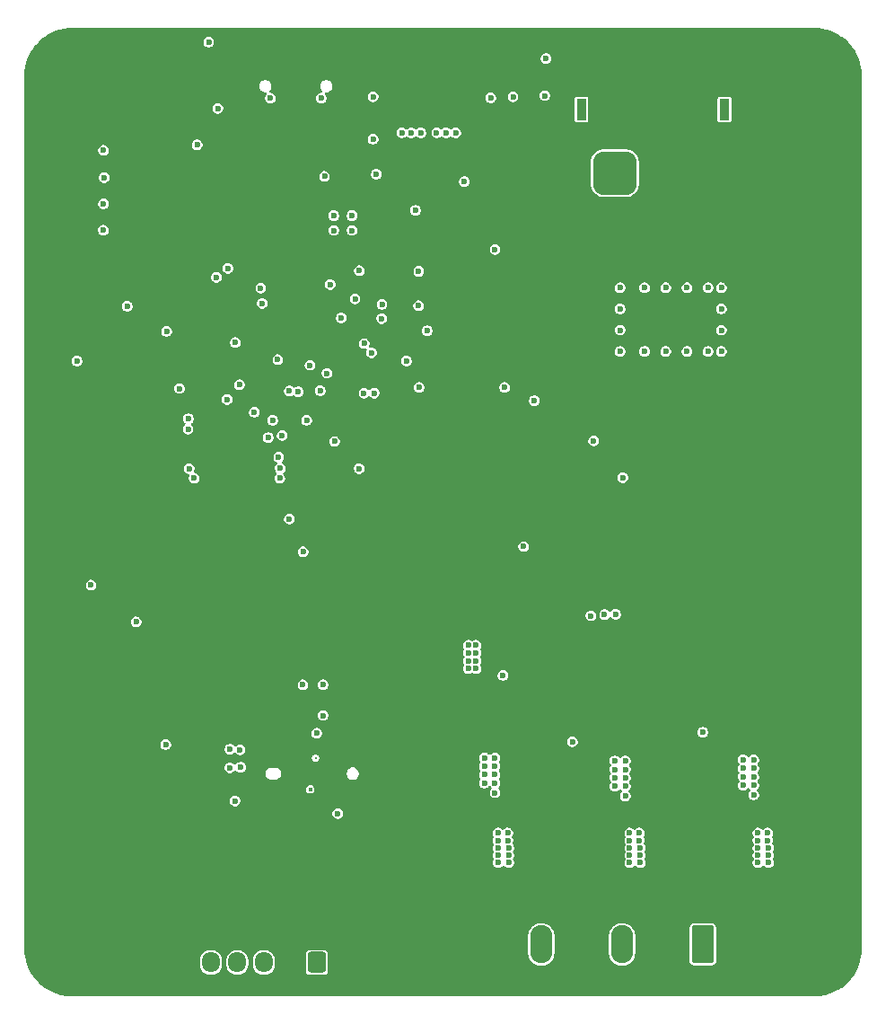
<source format=gbr>
%TF.GenerationSoftware,KiCad,Pcbnew,9.0.0*%
%TF.CreationDate,2025-03-24T22:57:22+01:00*%
%TF.ProjectId,Motor_driver,4d6f746f-725f-4647-9269-7665722e6b69,rev?*%
%TF.SameCoordinates,Original*%
%TF.FileFunction,Copper,L2,Inr*%
%TF.FilePolarity,Positive*%
%FSLAX46Y46*%
G04 Gerber Fmt 4.6, Leading zero omitted, Abs format (unit mm)*
G04 Created by KiCad (PCBNEW 9.0.0) date 2025-03-24 22:57:22*
%MOMM*%
%LPD*%
G01*
G04 APERTURE LIST*
G04 Aperture macros list*
%AMRoundRect*
0 Rectangle with rounded corners*
0 $1 Rounding radius*
0 $2 $3 $4 $5 $6 $7 $8 $9 X,Y pos of 4 corners*
0 Add a 4 corners polygon primitive as box body*
4,1,4,$2,$3,$4,$5,$6,$7,$8,$9,$2,$3,0*
0 Add four circle primitives for the rounded corners*
1,1,$1+$1,$2,$3*
1,1,$1+$1,$4,$5*
1,1,$1+$1,$6,$7*
1,1,$1+$1,$8,$9*
0 Add four rect primitives between the rounded corners*
20,1,$1+$1,$2,$3,$4,$5,0*
20,1,$1+$1,$4,$5,$6,$7,0*
20,1,$1+$1,$6,$7,$8,$9,0*
20,1,$1+$1,$8,$9,$2,$3,0*%
G04 Aperture macros list end*
%TA.AperFunction,ComponentPad*%
%ADD10C,0.800000*%
%TD*%
%TA.AperFunction,ComponentPad*%
%ADD11C,6.400000*%
%TD*%
%TA.AperFunction,ComponentPad*%
%ADD12RoundRect,0.250001X0.799999X1.549999X-0.799999X1.549999X-0.799999X-1.549999X0.799999X-1.549999X0*%
%TD*%
%TA.AperFunction,ComponentPad*%
%ADD13O,2.100000X3.600000*%
%TD*%
%TA.AperFunction,HeatsinkPad*%
%ADD14C,1.100000*%
%TD*%
%TA.AperFunction,ComponentPad*%
%ADD15RoundRect,0.250000X0.600000X0.725000X-0.600000X0.725000X-0.600000X-0.725000X0.600000X-0.725000X0*%
%TD*%
%TA.AperFunction,ComponentPad*%
%ADD16O,1.700000X1.950000*%
%TD*%
%TA.AperFunction,HeatsinkPad*%
%ADD17O,1.000000X2.100000*%
%TD*%
%TA.AperFunction,HeatsinkPad*%
%ADD18O,1.000000X1.600000*%
%TD*%
%TA.AperFunction,ComponentPad*%
%ADD19R,0.900000X2.000000*%
%TD*%
%TA.AperFunction,ComponentPad*%
%ADD20RoundRect,1.025000X-1.025000X-1.025000X1.025000X-1.025000X1.025000X1.025000X-1.025000X1.025000X0*%
%TD*%
%TA.AperFunction,ComponentPad*%
%ADD21C,4.100000*%
%TD*%
%TA.AperFunction,ViaPad*%
%ADD22C,0.600000*%
%TD*%
%TA.AperFunction,ViaPad*%
%ADD23C,0.400000*%
%TD*%
%TA.AperFunction,ViaPad*%
%ADD24C,0.300000*%
%TD*%
G04 APERTURE END LIST*
D10*
%TO.N,GND*%
%TO.C,H3*%
X67600000Y-61000000D03*
X68302944Y-59302944D03*
X68302944Y-62697056D03*
X70000000Y-58600000D03*
D11*
X70000000Y-61000000D03*
D10*
X70000000Y-63400000D03*
X71697056Y-59302944D03*
X71697056Y-62697056D03*
X72400000Y-61000000D03*
%TD*%
D12*
%TO.N,/SC*%
%TO.C,J3*%
X129500000Y-142900000D03*
D13*
%TO.N,/SB*%
X121880000Y-142900000D03*
%TO.N,/SA*%
X114260000Y-142900000D03*
%TD*%
D14*
%TO.N,GND*%
%TO.C,J6*%
X95129900Y-128956573D03*
X95129900Y-124656573D03*
X90329900Y-128956573D03*
X90329900Y-124656573D03*
%TD*%
D15*
%TO.N,+5V*%
%TO.C,J2*%
X93100000Y-144600000D03*
D16*
%TO.N,GND*%
X90600000Y-144600000D03*
%TO.N,/ENC_A*%
X88100000Y-144600000D03*
%TO.N,/ENC_B*%
X85600000Y-144600000D03*
%TO.N,/ENC_X*%
X83100000Y-144600000D03*
%TD*%
D17*
%TO.N,GND*%
%TO.C,J5*%
X95430000Y-62500000D03*
D18*
X95430000Y-58320000D03*
D17*
X86790000Y-62500000D03*
D18*
X86790000Y-58320000D03*
%TD*%
D10*
%TO.N,GND*%
%TO.C,H4*%
X67600000Y-143302944D03*
X68302944Y-141605888D03*
X68302944Y-145000000D03*
X70000000Y-140902944D03*
D11*
X70000000Y-143302944D03*
D10*
X70000000Y-145702944D03*
X71697056Y-141605888D03*
X71697056Y-145000000D03*
X72400000Y-143302944D03*
%TD*%
%TO.N,GND*%
%TO.C,H1*%
X137600000Y-143302944D03*
X138302944Y-141605888D03*
X138302944Y-145000000D03*
X140000000Y-140902944D03*
D11*
X140000000Y-143302944D03*
D10*
X140000000Y-145702944D03*
X141697056Y-141605888D03*
X141697056Y-145000000D03*
X142400000Y-143302944D03*
%TD*%
%TO.N,GND*%
%TO.C,H2*%
X137600000Y-61000000D03*
X138302944Y-59302944D03*
X138302944Y-62697056D03*
X140000000Y-58600000D03*
D11*
X140000000Y-61000000D03*
D10*
X140000000Y-63400000D03*
X141697056Y-59302944D03*
X141697056Y-62697056D03*
X142400000Y-61000000D03*
%TD*%
D19*
%TO.N,*%
%TO.C,J1*%
X118050000Y-64200000D03*
X131550000Y-64200000D03*
D20*
%TO.N,+24V*%
X121200000Y-70200000D03*
D21*
%TO.N,GND*%
X128400000Y-70200000D03*
%TD*%
D22*
%TO.N,GND*%
X112200000Y-61400000D03*
%TO.N,+24V*%
X114600000Y-62900000D03*
X114700000Y-59400000D03*
%TO.N,/LSS*%
X107400000Y-114700000D03*
X108100000Y-114700000D03*
X107400000Y-115400000D03*
X108100000Y-115400000D03*
X107400000Y-116200000D03*
X108100000Y-116200000D03*
%TO.N,+5V*%
X109900000Y-77400002D03*
%TO.N,/5V_BUCK*%
X107000000Y-71000000D03*
%TO.N,GND*%
X109000000Y-65000000D03*
%TO.N,+3.3V*%
X95400000Y-83840000D03*
X92136397Y-93500000D03*
X88936397Y-93500000D03*
%TO.N,/LSS*%
X134300000Y-128800000D03*
X133300000Y-127900000D03*
X133300000Y-125500000D03*
X134300000Y-126300000D03*
X133300000Y-126300000D03*
X134300000Y-125500000D03*
X134300000Y-127900000D03*
X133300000Y-127100000D03*
X134300000Y-127100000D03*
%TO.N,/GLA*%
X129500000Y-122900000D03*
%TO.N,+24V*%
X134700000Y-135200000D03*
X134700000Y-134500000D03*
X135600000Y-133100000D03*
X134700000Y-133100000D03*
X135700000Y-133800000D03*
X135700000Y-135200000D03*
X134700000Y-133800000D03*
X135600000Y-132400000D03*
X134700000Y-132400000D03*
X135700000Y-134500000D03*
%TO.N,GND*%
X130500000Y-131000000D03*
X131430000Y-129060000D03*
X140800000Y-132900000D03*
X128600000Y-135600000D03*
X128600000Y-133500000D03*
X127800000Y-133500000D03*
X140000000Y-132900000D03*
X140800000Y-133600000D03*
X140000000Y-135700000D03*
X140800000Y-132200000D03*
X140800000Y-135700000D03*
X140000000Y-133600000D03*
X140000000Y-134300000D03*
X140800000Y-136400000D03*
X140000000Y-132200000D03*
X140800000Y-135000000D03*
X140000000Y-135000000D03*
X140800000Y-134300000D03*
X140000000Y-136400000D03*
X128600000Y-132100000D03*
X128600000Y-132800000D03*
X127800000Y-132800000D03*
X127800000Y-132100000D03*
X128600000Y-136300000D03*
X127800000Y-134900000D03*
X128600000Y-134900000D03*
X127800000Y-135600000D03*
X127800000Y-136300000D03*
X127800000Y-134200000D03*
X128600000Y-134200000D03*
X111000000Y-61150000D03*
%TO.N,+24V*%
X111600000Y-63000000D03*
X109500000Y-63100000D03*
X105300000Y-66400000D03*
X106200000Y-66400000D03*
X104400000Y-66400000D03*
X102000000Y-66400000D03*
X102900000Y-66400000D03*
X101100000Y-66400000D03*
%TO.N,GND*%
X115400000Y-136000000D03*
X116200000Y-136000000D03*
X115400000Y-135300000D03*
X116200000Y-133900000D03*
X116200000Y-134600000D03*
X115400000Y-134600000D03*
X115400000Y-133900000D03*
X115400000Y-133200000D03*
X115400000Y-131800000D03*
X116200000Y-133200000D03*
X115400000Y-132500000D03*
X116200000Y-132500000D03*
X116200000Y-131800000D03*
X116200000Y-135300000D03*
%TO.N,/5V_BUCK*%
X72970000Y-73090000D03*
%TO.N,+3.3V*%
X72970000Y-68050000D03*
X99240000Y-82580000D03*
X82900000Y-57850000D03*
X81810000Y-67530000D03*
X94700000Y-74200000D03*
X76049999Y-112500000D03*
X96400000Y-75600000D03*
X96400000Y-74200000D03*
X94700000Y-75600000D03*
X92450000Y-88300000D03*
X70480000Y-87910000D03*
X97100000Y-79400000D03*
X87200631Y-92740000D03*
X78840000Y-124060000D03*
X71800000Y-109019998D03*
X99210000Y-83910000D03*
%TO.N,/NRST*%
X80140000Y-90500000D03*
X89492144Y-96970000D03*
%TO.N,+5V*%
X85850000Y-124550000D03*
X102700000Y-79450000D03*
X84900000Y-124500000D03*
X73040000Y-70610000D03*
X85900000Y-126200000D03*
X93820000Y-70510000D03*
X98400000Y-67000000D03*
X84900000Y-126250000D03*
X102400000Y-73700000D03*
X98700000Y-70300000D03*
%TO.N,/BTN_3*%
X89410000Y-87780000D03*
X84630393Y-91530393D03*
%TO.N,Net-(D1-K)*%
X83750000Y-64100000D03*
X112600000Y-105400000D03*
%TO.N,/5V_USB*%
X85379899Y-129371574D03*
X95070000Y-130570000D03*
%TO.N,/ADD_SEL_1*%
X81040000Y-98050000D03*
X97540000Y-90930000D03*
X89630000Y-98030000D03*
X97550000Y-86260000D03*
%TO.N,/ADD_SEL_0*%
X98500000Y-90930000D03*
X98245000Y-87135000D03*
X89600000Y-98960000D03*
X81530000Y-98960000D03*
%TO.N,/SDA_I2C1*%
X101550000Y-87900000D03*
X94350000Y-80700000D03*
%TO.N,/LED_0*%
X88510000Y-95120000D03*
X80950000Y-94320000D03*
%TO.N,/LED_1*%
X80980000Y-93340000D03*
X89819265Y-94929265D03*
%TO.N,/GLC*%
X110655000Y-117545000D03*
X121280000Y-111780000D03*
%TO.N,/LSS*%
X122200000Y-126400000D03*
X107400001Y-116900000D03*
X121200000Y-125600000D03*
X109900000Y-128600000D03*
X121200000Y-128000000D03*
X108900000Y-125300000D03*
X121200000Y-126400000D03*
X121200000Y-127200000D03*
X122200000Y-127200000D03*
X109900000Y-125300000D03*
X109900000Y-126900000D03*
X122200000Y-125600000D03*
X122200000Y-128000000D03*
X108900000Y-126100000D03*
X108900000Y-127700000D03*
X108900000Y-126900000D03*
X109900000Y-126100000D03*
X122200000Y-128900000D03*
X108100001Y-116900000D03*
X109900000Y-127700000D03*
%TO.N,/GLB*%
X117200000Y-123800000D03*
X120230000Y-111810000D03*
%TO.N,/GLA*%
X118940000Y-111920000D03*
%TO.N,/ENC_B*%
X94770000Y-95490000D03*
X97080000Y-98050000D03*
%TO.N,/USB_DM*%
X91800000Y-105900000D03*
X91330000Y-90810000D03*
%TO.N,/SWDIO*%
X84710000Y-79170000D03*
X87800000Y-81040000D03*
%TO.N,/USB_DP*%
X90500000Y-102800000D03*
X90500000Y-90730000D03*
%TO.N,/PWM_T1C1*%
X113600000Y-91650000D03*
X96700000Y-82050000D03*
%TO.N,+24V*%
X111200000Y-133800000D03*
X126000000Y-81000000D03*
X130000000Y-81000000D03*
X128000000Y-87000000D03*
X123500000Y-133100000D03*
X121700000Y-87000000D03*
X128000000Y-81000000D03*
X110200000Y-135200000D03*
X110200000Y-134500000D03*
X111200000Y-135200000D03*
X119200000Y-95440000D03*
X111100000Y-133100000D03*
X123600000Y-135200000D03*
X124000000Y-81000000D03*
X110200000Y-133100000D03*
X110200000Y-132400000D03*
X130000000Y-87000000D03*
X121700000Y-85000000D03*
X123600000Y-134500000D03*
X121700000Y-83000000D03*
X122600000Y-134500000D03*
X111100000Y-132400000D03*
X124000000Y-87000000D03*
X123600000Y-133800000D03*
X111200000Y-134500000D03*
X121950000Y-98900000D03*
X126000000Y-87000000D03*
X123500000Y-132400000D03*
X110200000Y-133800000D03*
X122600000Y-132400000D03*
X131250000Y-85000000D03*
X131250000Y-87000000D03*
X122600000Y-133800000D03*
X131250000Y-83000000D03*
X121700000Y-81000001D03*
X122600000Y-133100000D03*
X131250000Y-81000001D03*
X122600000Y-135200000D03*
X72950000Y-75580000D03*
%TO.N,/VCP_RX*%
X94040000Y-89060000D03*
X78930000Y-85120000D03*
%TO.N,/SWO*%
X75220000Y-82750000D03*
X85400000Y-86160000D03*
%TO.N,/SWCLK*%
X87950000Y-82470000D03*
X83620000Y-80020000D03*
%TO.N,/VCP_TX*%
X93424699Y-90705301D03*
X85800000Y-90150000D03*
%TO.N,GND*%
X144000000Y-76000000D03*
X126000000Y-142000000D03*
X66000000Y-128700000D03*
X100200000Y-89400000D03*
X66000000Y-70700000D03*
X66000000Y-126700000D03*
X122160000Y-105790000D03*
X93999999Y-57000000D03*
X74000000Y-57000000D03*
X114220000Y-118660000D03*
X113000001Y-147000000D03*
X125000000Y-147000000D03*
X144000000Y-130000000D03*
X122160000Y-106890000D03*
X70000001Y-57000000D03*
X121160000Y-104890000D03*
X76000000Y-147000000D03*
X86000001Y-147000000D03*
X144000000Y-138000000D03*
X72000001Y-147000000D03*
X136999999Y-147000000D03*
X137550000Y-77000000D03*
X131000000Y-147000000D03*
X144000000Y-106000000D03*
X100000000Y-57000000D03*
X130000000Y-57000000D03*
X109800000Y-94500000D03*
X66000000Y-110700000D03*
X144000000Y-92000000D03*
X144000000Y-136000000D03*
X102180000Y-119200000D03*
X66000000Y-90700000D03*
X81999999Y-147000000D03*
X66000000Y-116700000D03*
X110000000Y-57000000D03*
X124000000Y-57000000D03*
X144000000Y-70000000D03*
X107999999Y-57000000D03*
X130400000Y-117100000D03*
X120000000Y-57000000D03*
X144000000Y-104000000D03*
X90000000Y-57000000D03*
X95999999Y-147000000D03*
X117000000Y-147000000D03*
X74100000Y-116510000D03*
X73810000Y-88950000D03*
X99000001Y-147000000D03*
X113540000Y-102050000D03*
X66000000Y-76700000D03*
X80700000Y-100280000D03*
X66000000Y-68700000D03*
X78000000Y-57000000D03*
X85830000Y-92240000D03*
X120160000Y-106890000D03*
X88000000Y-119000000D03*
X103160000Y-98130000D03*
X144000000Y-132000000D03*
X66000000Y-74700000D03*
X119190000Y-129090000D03*
X144000000Y-134000000D03*
X88000000Y-129000000D03*
X66000000Y-122700000D03*
X130000000Y-96000000D03*
X108800000Y-90000000D03*
X138000000Y-57000000D03*
X69100000Y-87050000D03*
X66000000Y-92700000D03*
X66000000Y-86700000D03*
X144000000Y-98000000D03*
X144000000Y-140000000D03*
X114000000Y-57000000D03*
X66000000Y-112700000D03*
X107000000Y-147000000D03*
X66000000Y-114700000D03*
X81250000Y-91790000D03*
X81620000Y-108150000D03*
X144000000Y-118000000D03*
X66000000Y-80700000D03*
X134000000Y-57000000D03*
X82000000Y-57000000D03*
X144000000Y-108000000D03*
X66000000Y-136700000D03*
X144000000Y-114000000D03*
X144000000Y-100000000D03*
X118000000Y-57000000D03*
X103000000Y-147000000D03*
X66000000Y-140700000D03*
X120160000Y-105890000D03*
X84000001Y-57000000D03*
X144000000Y-128000000D03*
X144000000Y-102000000D03*
X144000000Y-116000000D03*
X122999999Y-147000000D03*
X144000000Y-122000000D03*
X115000000Y-147000000D03*
X144000000Y-78000000D03*
X115520000Y-114510000D03*
X144000000Y-110000000D03*
X144000000Y-88000000D03*
X81620000Y-105440000D03*
X124500000Y-127500000D03*
X71810000Y-94340000D03*
X66000000Y-132700000D03*
X108230000Y-86350000D03*
X66000000Y-130700000D03*
X108999999Y-147000000D03*
X72090000Y-103190000D03*
X120160000Y-104890000D03*
X111260000Y-104300000D03*
X66000000Y-134700000D03*
X110960000Y-121160000D03*
X121160000Y-106890000D03*
X122160000Y-104890000D03*
X66000000Y-100700000D03*
X66000000Y-84700000D03*
X80150000Y-96650000D03*
X144000000Y-84000000D03*
X77330000Y-115460000D03*
X108600000Y-101500000D03*
X78600000Y-79980000D03*
X66000000Y-120700000D03*
X66000000Y-78700000D03*
X144000000Y-124000000D03*
X126000001Y-57000000D03*
X144000000Y-72000000D03*
X130000000Y-100000000D03*
X92000000Y-57000000D03*
X66000000Y-66700000D03*
X66000000Y-108700000D03*
X106920000Y-128900000D03*
X83670000Y-101180000D03*
X111100000Y-91700000D03*
X91900000Y-102400000D03*
X66000000Y-88700000D03*
X102000000Y-57000000D03*
X79999999Y-57000000D03*
X73970000Y-113250000D03*
X98000000Y-147000000D03*
X78000000Y-147000000D03*
X137680000Y-90390000D03*
X121000000Y-147000000D03*
X103000000Y-107000000D03*
X101000000Y-147000000D03*
X105000000Y-147000000D03*
X144000000Y-120000000D03*
X135000000Y-147000000D03*
X111000000Y-147000000D03*
X89200000Y-95900000D03*
X75800000Y-59700000D03*
X66000000Y-94700000D03*
X119000000Y-147000000D03*
X112000001Y-57000000D03*
X66000000Y-102700000D03*
X125000000Y-113000000D03*
X66000000Y-124700000D03*
X86000000Y-57000000D03*
X132000000Y-57000000D03*
X90000000Y-147000000D03*
X72000000Y-57000000D03*
X118200000Y-102400000D03*
X66000000Y-96700000D03*
X74000000Y-147000000D03*
X80600000Y-103280000D03*
X123800000Y-109100000D03*
X66000000Y-64700000D03*
X76000000Y-57000000D03*
X121999999Y-57000000D03*
X118000000Y-142000000D03*
X96000000Y-57000000D03*
X66000000Y-72700000D03*
X92560000Y-120820000D03*
X80000000Y-147000000D03*
X66000000Y-82700000D03*
X144000000Y-82000000D03*
X127000001Y-147000000D03*
X66000000Y-98700000D03*
X118660000Y-113680000D03*
X144000000Y-74000000D03*
X75700000Y-74220000D03*
X144000000Y-96000000D03*
X114400000Y-89900000D03*
X128000000Y-57000000D03*
X130000000Y-104000000D03*
X88000000Y-111000000D03*
X133000000Y-147000000D03*
X88000000Y-103000000D03*
X144000000Y-68000000D03*
X91700000Y-97200000D03*
X124320000Y-77340000D03*
X126250000Y-116500000D03*
X84000000Y-147000000D03*
X83800000Y-96100000D03*
X74200000Y-101890000D03*
X124600000Y-117500000D03*
X78460000Y-81790000D03*
X81310000Y-87450000D03*
X104000000Y-57000000D03*
X88000000Y-57000000D03*
X144000000Y-86000000D03*
X144000000Y-80000000D03*
X66000000Y-118700000D03*
X75410000Y-77430000D03*
X106000000Y-57000000D03*
X135999999Y-57000000D03*
X71850000Y-107300000D03*
X66000000Y-106700000D03*
X129992489Y-107944383D03*
X92600000Y-107200000D03*
X144000000Y-126000000D03*
X66000000Y-138700000D03*
X84700000Y-94100000D03*
X117700000Y-108500000D03*
X144000000Y-94000000D03*
X144000000Y-90000000D03*
X116000000Y-57000000D03*
X66000000Y-104700000D03*
X98000001Y-57000000D03*
X109000000Y-107000000D03*
X129000000Y-147000000D03*
X144000000Y-66000000D03*
X144000000Y-64000000D03*
X121160000Y-105890000D03*
X88000000Y-147000000D03*
X144000000Y-112000000D03*
X121000000Y-120000000D03*
X124870000Y-89920000D03*
X94000000Y-147000000D03*
X92000000Y-147000000D03*
%TO.N,/D+*%
X93679899Y-121320101D03*
X93679899Y-118416574D03*
%TO.N,/D-*%
X93079900Y-122991745D03*
D23*
X92480000Y-128280000D03*
D22*
X91779901Y-118416574D03*
D24*
X92979900Y-125330000D03*
D22*
%TO.N,/SPD*%
X110800000Y-90400000D03*
X103505000Y-85055000D03*
%TO.N,/FG*%
X102740000Y-90400000D03*
X102690000Y-82700000D03*
%TO.N,/5V_Cmd*%
X88710000Y-63140000D03*
X93510000Y-63140000D03*
X98400000Y-62999998D03*
%TD*%
%TA.AperFunction,Conductor*%
%TO.N,GND*%
G36*
X140002702Y-56500617D02*
G01*
X140386771Y-56517386D01*
X140397506Y-56518326D01*
X140775971Y-56568152D01*
X140786597Y-56570025D01*
X141159284Y-56652648D01*
X141169710Y-56655442D01*
X141533765Y-56770227D01*
X141543911Y-56773920D01*
X141896578Y-56920000D01*
X141906369Y-56924566D01*
X142244942Y-57100816D01*
X142254310Y-57106224D01*
X142576244Y-57311318D01*
X142585105Y-57317523D01*
X142887930Y-57549889D01*
X142896217Y-57556843D01*
X143177635Y-57814715D01*
X143185284Y-57822364D01*
X143443156Y-58103782D01*
X143450110Y-58112069D01*
X143682476Y-58414894D01*
X143688681Y-58423755D01*
X143893775Y-58745689D01*
X143899183Y-58755057D01*
X144075430Y-59093623D01*
X144080002Y-59103427D01*
X144226075Y-59456078D01*
X144229775Y-59466244D01*
X144344554Y-59830278D01*
X144347354Y-59840727D01*
X144429971Y-60213389D01*
X144431849Y-60224042D01*
X144481671Y-60602473D01*
X144482614Y-60613249D01*
X144499382Y-60997297D01*
X144499500Y-61002706D01*
X144499500Y-143300237D01*
X144499382Y-143305646D01*
X144482614Y-143689694D01*
X144481671Y-143700471D01*
X144431849Y-144078899D01*
X144429971Y-144089552D01*
X144347352Y-144462218D01*
X144344552Y-144472666D01*
X144229774Y-144836697D01*
X144226074Y-144846863D01*
X144080001Y-145199514D01*
X144075429Y-145209318D01*
X143899178Y-145547893D01*
X143893769Y-145557261D01*
X143688684Y-145879178D01*
X143682480Y-145888039D01*
X143450109Y-146190871D01*
X143443155Y-146199158D01*
X143185283Y-146480576D01*
X143177634Y-146488225D01*
X142896216Y-146746097D01*
X142887929Y-146753051D01*
X142585096Y-146985422D01*
X142576235Y-146991626D01*
X142254318Y-147196711D01*
X142244950Y-147202120D01*
X141906375Y-147378370D01*
X141896571Y-147382942D01*
X141543920Y-147529015D01*
X141533754Y-147532715D01*
X141169723Y-147647493D01*
X141159275Y-147650293D01*
X140786609Y-147732912D01*
X140775955Y-147734790D01*
X140397526Y-147784611D01*
X140386750Y-147785554D01*
X140324729Y-147788261D01*
X140002602Y-147802326D01*
X139997211Y-147802444D01*
X70002706Y-147802444D01*
X69997297Y-147802326D01*
X69613246Y-147785558D01*
X69602472Y-147784615D01*
X69540791Y-147776494D01*
X69224041Y-147734794D01*
X69213387Y-147732916D01*
X68840719Y-147650297D01*
X68830271Y-147647497D01*
X68466238Y-147532719D01*
X68456073Y-147529019D01*
X68103424Y-147382948D01*
X68093620Y-147378377D01*
X67755042Y-147202126D01*
X67745673Y-147196717D01*
X67423742Y-146991625D01*
X67414881Y-146985420D01*
X67112061Y-146753060D01*
X67103774Y-146746107D01*
X66822347Y-146488229D01*
X66814698Y-146480580D01*
X66556816Y-146199155D01*
X66549879Y-146190888D01*
X66317489Y-145888035D01*
X66311296Y-145879189D01*
X66163469Y-145647150D01*
X66106202Y-145557260D01*
X66100795Y-145547894D01*
X65924541Y-145209318D01*
X65919969Y-145199515D01*
X65773893Y-144846864D01*
X65770193Y-144836698D01*
X65767598Y-144828469D01*
X65655403Y-144472640D01*
X65652612Y-144462218D01*
X65632506Y-144371530D01*
X82049500Y-144371530D01*
X82049500Y-144828469D01*
X82089868Y-145031412D01*
X82089870Y-145031420D01*
X82169058Y-145222596D01*
X82284024Y-145394657D01*
X82430342Y-145540975D01*
X82430345Y-145540977D01*
X82602402Y-145655941D01*
X82793580Y-145735130D01*
X82982187Y-145772646D01*
X82996530Y-145775499D01*
X82996534Y-145775500D01*
X82996535Y-145775500D01*
X83203466Y-145775500D01*
X83203467Y-145775499D01*
X83406420Y-145735130D01*
X83597598Y-145655941D01*
X83769655Y-145540977D01*
X83915977Y-145394655D01*
X84030941Y-145222598D01*
X84110130Y-145031420D01*
X84150500Y-144828465D01*
X84150500Y-144371535D01*
X84150499Y-144371530D01*
X84549500Y-144371530D01*
X84549500Y-144828469D01*
X84589868Y-145031412D01*
X84589870Y-145031420D01*
X84669058Y-145222596D01*
X84784024Y-145394657D01*
X84930342Y-145540975D01*
X84930345Y-145540977D01*
X85102402Y-145655941D01*
X85293580Y-145735130D01*
X85482187Y-145772646D01*
X85496530Y-145775499D01*
X85496534Y-145775500D01*
X85496535Y-145775500D01*
X85703466Y-145775500D01*
X85703467Y-145775499D01*
X85906420Y-145735130D01*
X86097598Y-145655941D01*
X86269655Y-145540977D01*
X86415977Y-145394655D01*
X86530941Y-145222598D01*
X86610130Y-145031420D01*
X86650500Y-144828465D01*
X86650500Y-144371535D01*
X86650499Y-144371530D01*
X87049500Y-144371530D01*
X87049500Y-144828469D01*
X87089868Y-145031412D01*
X87089870Y-145031420D01*
X87169058Y-145222596D01*
X87284024Y-145394657D01*
X87430342Y-145540975D01*
X87430345Y-145540977D01*
X87602402Y-145655941D01*
X87793580Y-145735130D01*
X87982187Y-145772646D01*
X87996530Y-145775499D01*
X87996534Y-145775500D01*
X87996535Y-145775500D01*
X88203466Y-145775500D01*
X88203467Y-145775499D01*
X88406420Y-145735130D01*
X88597598Y-145655941D01*
X88769655Y-145540977D01*
X88915977Y-145394655D01*
X89030941Y-145222598D01*
X89110130Y-145031420D01*
X89150500Y-144828465D01*
X89150500Y-144371535D01*
X89110130Y-144168580D01*
X89030941Y-143977402D01*
X88970353Y-143886725D01*
X88970352Y-143886722D01*
X88926257Y-143820730D01*
X92049500Y-143820730D01*
X92049500Y-145379269D01*
X92052353Y-145409699D01*
X92052353Y-145409701D01*
X92097206Y-145537880D01*
X92097207Y-145537882D01*
X92177850Y-145647150D01*
X92287118Y-145727793D01*
X92308089Y-145735131D01*
X92415299Y-145772646D01*
X92445730Y-145775500D01*
X92445734Y-145775500D01*
X93754270Y-145775500D01*
X93784699Y-145772646D01*
X93784701Y-145772646D01*
X93848790Y-145750219D01*
X93912882Y-145727793D01*
X94022150Y-145647150D01*
X94102793Y-145537882D01*
X94125219Y-145473790D01*
X94147646Y-145409701D01*
X94147646Y-145409699D01*
X94150500Y-145379269D01*
X94150500Y-143820730D01*
X94147646Y-143790300D01*
X94147646Y-143790298D01*
X94102793Y-143662119D01*
X94102792Y-143662117D01*
X94022150Y-143552850D01*
X93912882Y-143472207D01*
X93912880Y-143472206D01*
X93784700Y-143427353D01*
X93754270Y-143424500D01*
X93754266Y-143424500D01*
X92445734Y-143424500D01*
X92445730Y-143424500D01*
X92415300Y-143427353D01*
X92415298Y-143427353D01*
X92287119Y-143472206D01*
X92287117Y-143472207D01*
X92177850Y-143552850D01*
X92097207Y-143662117D01*
X92097206Y-143662119D01*
X92052353Y-143790298D01*
X92052353Y-143790300D01*
X92049500Y-143820730D01*
X88926257Y-143820730D01*
X88915980Y-143805349D01*
X88915974Y-143805341D01*
X88769657Y-143659024D01*
X88683626Y-143601541D01*
X88597598Y-143544059D01*
X88406420Y-143464870D01*
X88406412Y-143464868D01*
X88203469Y-143424500D01*
X88203465Y-143424500D01*
X87996535Y-143424500D01*
X87996530Y-143424500D01*
X87793587Y-143464868D01*
X87793579Y-143464870D01*
X87602403Y-143544058D01*
X87430342Y-143659024D01*
X87284024Y-143805342D01*
X87169058Y-143977403D01*
X87089870Y-144168579D01*
X87089868Y-144168587D01*
X87049500Y-144371530D01*
X86650499Y-144371530D01*
X86610130Y-144168580D01*
X86530941Y-143977402D01*
X86415977Y-143805345D01*
X86415975Y-143805342D01*
X86269657Y-143659024D01*
X86183626Y-143601541D01*
X86097598Y-143544059D01*
X85906420Y-143464870D01*
X85906412Y-143464868D01*
X85703469Y-143424500D01*
X85703465Y-143424500D01*
X85496535Y-143424500D01*
X85496530Y-143424500D01*
X85293587Y-143464868D01*
X85293579Y-143464870D01*
X85102403Y-143544058D01*
X84930342Y-143659024D01*
X84784024Y-143805342D01*
X84669058Y-143977403D01*
X84589870Y-144168579D01*
X84589868Y-144168587D01*
X84549500Y-144371530D01*
X84150499Y-144371530D01*
X84110130Y-144168580D01*
X84030941Y-143977402D01*
X83915977Y-143805345D01*
X83915975Y-143805342D01*
X83769657Y-143659024D01*
X83683626Y-143601541D01*
X83597598Y-143544059D01*
X83406420Y-143464870D01*
X83406412Y-143464868D01*
X83203469Y-143424500D01*
X83203465Y-143424500D01*
X82996535Y-143424500D01*
X82996530Y-143424500D01*
X82793587Y-143464868D01*
X82793579Y-143464870D01*
X82602403Y-143544058D01*
X82430342Y-143659024D01*
X82284024Y-143805342D01*
X82169058Y-143977403D01*
X82089870Y-144168579D01*
X82089868Y-144168587D01*
X82049500Y-144371530D01*
X65632506Y-144371530D01*
X65569985Y-144089529D01*
X65568115Y-144078921D01*
X65518285Y-143700448D01*
X65517345Y-143689707D01*
X65500618Y-143306648D01*
X65500500Y-143301239D01*
X65500500Y-142051577D01*
X113009500Y-142051577D01*
X113009500Y-143748422D01*
X113040290Y-143942826D01*
X113101117Y-144130029D01*
X113190476Y-144305405D01*
X113306172Y-144464646D01*
X113445354Y-144603828D01*
X113604595Y-144719524D01*
X113687455Y-144761743D01*
X113779970Y-144808882D01*
X113779972Y-144808882D01*
X113779975Y-144808884D01*
X113865574Y-144836697D01*
X113967173Y-144869709D01*
X114161578Y-144900500D01*
X114161583Y-144900500D01*
X114358422Y-144900500D01*
X114552826Y-144869709D01*
X114740025Y-144808884D01*
X114915405Y-144719524D01*
X115074646Y-144603828D01*
X115213828Y-144464646D01*
X115329524Y-144305405D01*
X115418884Y-144130025D01*
X115479709Y-143942826D01*
X115510500Y-143748422D01*
X115510500Y-142051577D01*
X120629500Y-142051577D01*
X120629500Y-143748422D01*
X120660290Y-143942826D01*
X120721117Y-144130029D01*
X120810476Y-144305405D01*
X120926172Y-144464646D01*
X121065354Y-144603828D01*
X121224595Y-144719524D01*
X121307455Y-144761743D01*
X121399970Y-144808882D01*
X121399972Y-144808882D01*
X121399975Y-144808884D01*
X121485574Y-144836697D01*
X121587173Y-144869709D01*
X121781578Y-144900500D01*
X121781583Y-144900500D01*
X121978422Y-144900500D01*
X122172826Y-144869709D01*
X122360025Y-144808884D01*
X122535405Y-144719524D01*
X122694646Y-144603828D01*
X122833828Y-144464646D01*
X122949524Y-144305405D01*
X123038884Y-144130025D01*
X123099709Y-143942826D01*
X123130500Y-143748422D01*
X123130500Y-142051577D01*
X123099709Y-141857173D01*
X123038882Y-141669970D01*
X122949523Y-141494594D01*
X122833828Y-141335354D01*
X122794205Y-141295731D01*
X128249500Y-141295731D01*
X128249500Y-144504258D01*
X128252354Y-144534698D01*
X128252354Y-144534699D01*
X128297206Y-144662881D01*
X128297207Y-144662882D01*
X128377850Y-144772150D01*
X128487118Y-144852793D01*
X128615302Y-144897646D01*
X128615301Y-144897646D01*
X128619271Y-144898018D01*
X128645735Y-144900500D01*
X130354264Y-144900499D01*
X130384698Y-144897646D01*
X130512882Y-144852793D01*
X130622150Y-144772150D01*
X130702793Y-144662882D01*
X130747646Y-144534698D01*
X130750500Y-144504265D01*
X130750499Y-141295736D01*
X130747646Y-141265302D01*
X130702793Y-141137118D01*
X130622150Y-141027850D01*
X130512882Y-140947207D01*
X130512881Y-140947206D01*
X130384695Y-140902353D01*
X130384698Y-140902353D01*
X130354268Y-140899500D01*
X128645741Y-140899500D01*
X128615301Y-140902354D01*
X128615300Y-140902354D01*
X128487118Y-140947206D01*
X128377850Y-141027850D01*
X128297206Y-141137118D01*
X128252353Y-141265302D01*
X128249500Y-141295731D01*
X122794205Y-141295731D01*
X122694646Y-141196172D01*
X122535405Y-141080476D01*
X122360029Y-140991117D01*
X122172826Y-140930290D01*
X121978422Y-140899500D01*
X121978417Y-140899500D01*
X121781583Y-140899500D01*
X121781578Y-140899500D01*
X121587173Y-140930290D01*
X121399970Y-140991117D01*
X121224594Y-141080476D01*
X121146634Y-141137118D01*
X121065354Y-141196172D01*
X121065352Y-141196174D01*
X121065351Y-141196174D01*
X120926174Y-141335351D01*
X120926174Y-141335352D01*
X120926172Y-141335354D01*
X120876485Y-141403741D01*
X120810476Y-141494594D01*
X120721117Y-141669970D01*
X120660290Y-141857173D01*
X120629500Y-142051577D01*
X115510500Y-142051577D01*
X115479709Y-141857173D01*
X115418882Y-141669970D01*
X115329523Y-141494594D01*
X115213828Y-141335354D01*
X115074646Y-141196172D01*
X114915405Y-141080476D01*
X114740029Y-140991117D01*
X114552826Y-140930290D01*
X114358422Y-140899500D01*
X114358417Y-140899500D01*
X114161583Y-140899500D01*
X114161578Y-140899500D01*
X113967173Y-140930290D01*
X113779970Y-140991117D01*
X113604594Y-141080476D01*
X113526634Y-141137118D01*
X113445354Y-141196172D01*
X113445352Y-141196174D01*
X113445351Y-141196174D01*
X113306174Y-141335351D01*
X113306174Y-141335352D01*
X113306172Y-141335354D01*
X113256485Y-141403741D01*
X113190476Y-141494594D01*
X113101117Y-141669970D01*
X113040290Y-141857173D01*
X113009500Y-142051577D01*
X65500500Y-142051577D01*
X65500500Y-132334108D01*
X109699500Y-132334108D01*
X109699500Y-132465891D01*
X109733609Y-132593188D01*
X109733609Y-132593189D01*
X109788348Y-132688000D01*
X109804821Y-132755900D01*
X109788348Y-132812000D01*
X109733609Y-132906810D01*
X109733609Y-132906811D01*
X109699500Y-133034108D01*
X109699500Y-133165891D01*
X109733609Y-133293188D01*
X109733609Y-133293189D01*
X109788348Y-133388000D01*
X109804821Y-133455900D01*
X109788348Y-133512000D01*
X109733609Y-133606810D01*
X109733609Y-133606811D01*
X109699500Y-133734108D01*
X109699500Y-133865891D01*
X109733609Y-133993188D01*
X109733609Y-133993189D01*
X109788348Y-134088000D01*
X109804821Y-134155900D01*
X109788348Y-134212000D01*
X109733609Y-134306810D01*
X109733609Y-134306811D01*
X109699500Y-134434108D01*
X109699500Y-134565891D01*
X109733609Y-134693188D01*
X109733609Y-134693189D01*
X109788348Y-134788000D01*
X109804821Y-134855900D01*
X109788348Y-134912000D01*
X109733609Y-135006810D01*
X109733609Y-135006811D01*
X109699500Y-135134108D01*
X109699500Y-135265891D01*
X109733608Y-135393187D01*
X109766554Y-135450250D01*
X109799500Y-135507314D01*
X109892686Y-135600500D01*
X110006814Y-135666392D01*
X110134108Y-135700500D01*
X110134110Y-135700500D01*
X110265890Y-135700500D01*
X110265892Y-135700500D01*
X110393186Y-135666392D01*
X110507314Y-135600500D01*
X110600500Y-135507314D01*
X110600504Y-135507306D01*
X110601625Y-135505847D01*
X110602892Y-135504921D01*
X110606247Y-135501567D01*
X110606770Y-135502090D01*
X110658053Y-135464645D01*
X110727799Y-135460491D01*
X110788719Y-135494704D01*
X110798375Y-135505847D01*
X110799498Y-135507311D01*
X110799500Y-135507314D01*
X110892686Y-135600500D01*
X111006814Y-135666392D01*
X111134108Y-135700500D01*
X111134110Y-135700500D01*
X111265890Y-135700500D01*
X111265892Y-135700500D01*
X111393186Y-135666392D01*
X111507314Y-135600500D01*
X111600500Y-135507314D01*
X111666392Y-135393186D01*
X111700500Y-135265892D01*
X111700500Y-135134108D01*
X111666392Y-135006814D01*
X111611650Y-134911999D01*
X111595178Y-134844100D01*
X111611650Y-134788000D01*
X111666392Y-134693186D01*
X111700500Y-134565892D01*
X111700500Y-134434108D01*
X111666392Y-134306814D01*
X111611650Y-134211999D01*
X111595178Y-134144100D01*
X111611650Y-134088000D01*
X111666392Y-133993186D01*
X111700500Y-133865892D01*
X111700500Y-133734108D01*
X111666392Y-133606814D01*
X111600500Y-133492686D01*
X111573134Y-133465320D01*
X111539649Y-133403997D01*
X111544633Y-133334305D01*
X111553426Y-133315643D01*
X111566392Y-133293186D01*
X111600500Y-133165892D01*
X111600500Y-133034108D01*
X111566392Y-132906814D01*
X111511650Y-132811999D01*
X111495178Y-132744100D01*
X111511650Y-132688000D01*
X111566392Y-132593186D01*
X111600500Y-132465892D01*
X111600500Y-132334108D01*
X122099500Y-132334108D01*
X122099500Y-132465891D01*
X122133609Y-132593188D01*
X122133609Y-132593189D01*
X122188348Y-132688000D01*
X122204821Y-132755900D01*
X122188348Y-132812000D01*
X122133609Y-132906810D01*
X122133609Y-132906811D01*
X122099500Y-133034108D01*
X122099500Y-133165891D01*
X122133609Y-133293188D01*
X122133609Y-133293189D01*
X122188348Y-133388000D01*
X122204821Y-133455900D01*
X122188348Y-133512000D01*
X122133609Y-133606810D01*
X122133609Y-133606811D01*
X122099500Y-133734108D01*
X122099500Y-133865891D01*
X122133609Y-133993188D01*
X122133609Y-133993189D01*
X122188348Y-134088000D01*
X122204821Y-134155900D01*
X122188348Y-134212000D01*
X122133609Y-134306810D01*
X122133609Y-134306811D01*
X122099500Y-134434108D01*
X122099500Y-134565891D01*
X122133609Y-134693188D01*
X122133609Y-134693189D01*
X122188348Y-134788000D01*
X122204821Y-134855900D01*
X122188348Y-134912000D01*
X122133609Y-135006810D01*
X122133609Y-135006811D01*
X122099500Y-135134108D01*
X122099500Y-135265891D01*
X122133608Y-135393187D01*
X122166554Y-135450250D01*
X122199500Y-135507314D01*
X122292686Y-135600500D01*
X122406814Y-135666392D01*
X122534108Y-135700500D01*
X122534110Y-135700500D01*
X122665890Y-135700500D01*
X122665892Y-135700500D01*
X122793186Y-135666392D01*
X122907314Y-135600500D01*
X123000500Y-135507314D01*
X123000504Y-135507306D01*
X123001625Y-135505847D01*
X123002892Y-135504921D01*
X123006247Y-135501567D01*
X123006770Y-135502090D01*
X123058053Y-135464645D01*
X123127799Y-135460491D01*
X123188719Y-135494704D01*
X123198375Y-135505847D01*
X123199498Y-135507311D01*
X123199500Y-135507314D01*
X123292686Y-135600500D01*
X123406814Y-135666392D01*
X123534108Y-135700500D01*
X123534110Y-135700500D01*
X123665890Y-135700500D01*
X123665892Y-135700500D01*
X123793186Y-135666392D01*
X123907314Y-135600500D01*
X124000500Y-135507314D01*
X124066392Y-135393186D01*
X124100500Y-135265892D01*
X124100500Y-135134108D01*
X124066392Y-135006814D01*
X124011650Y-134911999D01*
X123995178Y-134844100D01*
X124011650Y-134788000D01*
X124066392Y-134693186D01*
X124100500Y-134565892D01*
X124100500Y-134434108D01*
X124066392Y-134306814D01*
X124011650Y-134211999D01*
X123995178Y-134144100D01*
X124011650Y-134088000D01*
X124066392Y-133993186D01*
X124100500Y-133865892D01*
X124100500Y-133734108D01*
X124066392Y-133606814D01*
X124000500Y-133492686D01*
X123973134Y-133465320D01*
X123939649Y-133403997D01*
X123944633Y-133334305D01*
X123953426Y-133315643D01*
X123966392Y-133293186D01*
X124000500Y-133165892D01*
X124000500Y-133034108D01*
X123966392Y-132906814D01*
X123911650Y-132811999D01*
X123895178Y-132744100D01*
X123911650Y-132688000D01*
X123966392Y-132593186D01*
X124000500Y-132465892D01*
X124000500Y-132334108D01*
X134199500Y-132334108D01*
X134199500Y-132465891D01*
X134233609Y-132593188D01*
X134233609Y-132593189D01*
X134288348Y-132688000D01*
X134304821Y-132755900D01*
X134288348Y-132812000D01*
X134233609Y-132906810D01*
X134233609Y-132906811D01*
X134199500Y-133034108D01*
X134199500Y-133165891D01*
X134233609Y-133293188D01*
X134233609Y-133293189D01*
X134288348Y-133388000D01*
X134304821Y-133455900D01*
X134288348Y-133512000D01*
X134233609Y-133606810D01*
X134233609Y-133606811D01*
X134199500Y-133734108D01*
X134199500Y-133865891D01*
X134233609Y-133993188D01*
X134233609Y-133993189D01*
X134288348Y-134088000D01*
X134304821Y-134155900D01*
X134288348Y-134212000D01*
X134233609Y-134306810D01*
X134233609Y-134306811D01*
X134199500Y-134434108D01*
X134199500Y-134565891D01*
X134233609Y-134693188D01*
X134233609Y-134693189D01*
X134288348Y-134788000D01*
X134304821Y-134855900D01*
X134288348Y-134912000D01*
X134233609Y-135006810D01*
X134233609Y-135006811D01*
X134199500Y-135134108D01*
X134199500Y-135265891D01*
X134233608Y-135393187D01*
X134266554Y-135450250D01*
X134299500Y-135507314D01*
X134392686Y-135600500D01*
X134506814Y-135666392D01*
X134634108Y-135700500D01*
X134634110Y-135700500D01*
X134765890Y-135700500D01*
X134765892Y-135700500D01*
X134893186Y-135666392D01*
X135007314Y-135600500D01*
X135100500Y-135507314D01*
X135100504Y-135507306D01*
X135101625Y-135505847D01*
X135102892Y-135504921D01*
X135106247Y-135501567D01*
X135106770Y-135502090D01*
X135158053Y-135464645D01*
X135227799Y-135460491D01*
X135288719Y-135494704D01*
X135298375Y-135505847D01*
X135299498Y-135507311D01*
X135299500Y-135507314D01*
X135392686Y-135600500D01*
X135506814Y-135666392D01*
X135634108Y-135700500D01*
X135634110Y-135700500D01*
X135765890Y-135700500D01*
X135765892Y-135700500D01*
X135893186Y-135666392D01*
X136007314Y-135600500D01*
X136100500Y-135507314D01*
X136166392Y-135393186D01*
X136200500Y-135265892D01*
X136200500Y-135134108D01*
X136166392Y-135006814D01*
X136111650Y-134911999D01*
X136095178Y-134844100D01*
X136111650Y-134788000D01*
X136166392Y-134693186D01*
X136200500Y-134565892D01*
X136200500Y-134434108D01*
X136166392Y-134306814D01*
X136111650Y-134211999D01*
X136095178Y-134144100D01*
X136111650Y-134088000D01*
X136166392Y-133993186D01*
X136200500Y-133865892D01*
X136200500Y-133734108D01*
X136166392Y-133606814D01*
X136100500Y-133492686D01*
X136073134Y-133465320D01*
X136039649Y-133403997D01*
X136044633Y-133334305D01*
X136053426Y-133315643D01*
X136066392Y-133293186D01*
X136100500Y-133165892D01*
X136100500Y-133034108D01*
X136066392Y-132906814D01*
X136011650Y-132811999D01*
X135995178Y-132744100D01*
X136011650Y-132688000D01*
X136066392Y-132593186D01*
X136100500Y-132465892D01*
X136100500Y-132334108D01*
X136066392Y-132206814D01*
X136000500Y-132092686D01*
X135907314Y-131999500D01*
X135850250Y-131966554D01*
X135793187Y-131933608D01*
X135729539Y-131916554D01*
X135665892Y-131899500D01*
X135534108Y-131899500D01*
X135406812Y-131933608D01*
X135292686Y-131999500D01*
X135292683Y-131999502D01*
X135237681Y-132054505D01*
X135176358Y-132087990D01*
X135106666Y-132083006D01*
X135062319Y-132054505D01*
X135007316Y-131999502D01*
X135007314Y-131999500D01*
X134950250Y-131966554D01*
X134893187Y-131933608D01*
X134829539Y-131916554D01*
X134765892Y-131899500D01*
X134634108Y-131899500D01*
X134506812Y-131933608D01*
X134392686Y-131999500D01*
X134392683Y-131999502D01*
X134299502Y-132092683D01*
X134299500Y-132092686D01*
X134233608Y-132206812D01*
X134199500Y-132334108D01*
X124000500Y-132334108D01*
X123966392Y-132206814D01*
X123900500Y-132092686D01*
X123807314Y-131999500D01*
X123750250Y-131966554D01*
X123693187Y-131933608D01*
X123629539Y-131916554D01*
X123565892Y-131899500D01*
X123434108Y-131899500D01*
X123306812Y-131933608D01*
X123192686Y-131999500D01*
X123192683Y-131999502D01*
X123137681Y-132054505D01*
X123076358Y-132087990D01*
X123006666Y-132083006D01*
X122962319Y-132054505D01*
X122907316Y-131999502D01*
X122907314Y-131999500D01*
X122850250Y-131966554D01*
X122793187Y-131933608D01*
X122729539Y-131916554D01*
X122665892Y-131899500D01*
X122534108Y-131899500D01*
X122406812Y-131933608D01*
X122292686Y-131999500D01*
X122292683Y-131999502D01*
X122199502Y-132092683D01*
X122199500Y-132092686D01*
X122133608Y-132206812D01*
X122099500Y-132334108D01*
X111600500Y-132334108D01*
X111566392Y-132206814D01*
X111500500Y-132092686D01*
X111407314Y-131999500D01*
X111350250Y-131966554D01*
X111293187Y-131933608D01*
X111229539Y-131916554D01*
X111165892Y-131899500D01*
X111034108Y-131899500D01*
X110906812Y-131933608D01*
X110792686Y-131999500D01*
X110792683Y-131999502D01*
X110737681Y-132054505D01*
X110676358Y-132087990D01*
X110606666Y-132083006D01*
X110562319Y-132054505D01*
X110507316Y-131999502D01*
X110507314Y-131999500D01*
X110450250Y-131966554D01*
X110393187Y-131933608D01*
X110329539Y-131916554D01*
X110265892Y-131899500D01*
X110134108Y-131899500D01*
X110006812Y-131933608D01*
X109892686Y-131999500D01*
X109892683Y-131999502D01*
X109799502Y-132092683D01*
X109799500Y-132092686D01*
X109733608Y-132206812D01*
X109699500Y-132334108D01*
X65500500Y-132334108D01*
X65500500Y-130504108D01*
X94569500Y-130504108D01*
X94569500Y-130635891D01*
X94603608Y-130763187D01*
X94636554Y-130820250D01*
X94669500Y-130877314D01*
X94762686Y-130970500D01*
X94876814Y-131036392D01*
X95004108Y-131070500D01*
X95004110Y-131070500D01*
X95135890Y-131070500D01*
X95135892Y-131070500D01*
X95263186Y-131036392D01*
X95377314Y-130970500D01*
X95470500Y-130877314D01*
X95536392Y-130763186D01*
X95570500Y-130635892D01*
X95570500Y-130504108D01*
X95536392Y-130376814D01*
X95470500Y-130262686D01*
X95377314Y-130169500D01*
X95320250Y-130136554D01*
X95263187Y-130103608D01*
X95199539Y-130086554D01*
X95135892Y-130069500D01*
X95004108Y-130069500D01*
X94876812Y-130103608D01*
X94762686Y-130169500D01*
X94762683Y-130169502D01*
X94669502Y-130262683D01*
X94669500Y-130262686D01*
X94603608Y-130376812D01*
X94569500Y-130504108D01*
X65500500Y-130504108D01*
X65500500Y-129305682D01*
X84879399Y-129305682D01*
X84879399Y-129437465D01*
X84913507Y-129564761D01*
X84946453Y-129621824D01*
X84979399Y-129678888D01*
X85072585Y-129772074D01*
X85186713Y-129837966D01*
X85314007Y-129872074D01*
X85314009Y-129872074D01*
X85445789Y-129872074D01*
X85445791Y-129872074D01*
X85573085Y-129837966D01*
X85687213Y-129772074D01*
X85780399Y-129678888D01*
X85846291Y-129564760D01*
X85880399Y-129437466D01*
X85880399Y-129305682D01*
X85846291Y-129178388D01*
X85780399Y-129064260D01*
X85687213Y-128971074D01*
X85630149Y-128938128D01*
X85573086Y-128905182D01*
X85509438Y-128888128D01*
X85445791Y-128871074D01*
X85314007Y-128871074D01*
X85186711Y-128905182D01*
X85072585Y-128971074D01*
X85072582Y-128971076D01*
X84979401Y-129064257D01*
X84979399Y-129064260D01*
X84913507Y-129178386D01*
X84879399Y-129305682D01*
X65500500Y-129305682D01*
X65500500Y-128227273D01*
X92079500Y-128227273D01*
X92079500Y-128332727D01*
X92106793Y-128434587D01*
X92159520Y-128525913D01*
X92234087Y-128600480D01*
X92325413Y-128653207D01*
X92427273Y-128680500D01*
X92427275Y-128680500D01*
X92532725Y-128680500D01*
X92532727Y-128680500D01*
X92634587Y-128653207D01*
X92725913Y-128600480D01*
X92800480Y-128525913D01*
X92853207Y-128434587D01*
X92880500Y-128332727D01*
X92880500Y-128227273D01*
X92853207Y-128125413D01*
X92800480Y-128034087D01*
X92725913Y-127959520D01*
X92634587Y-127906793D01*
X92532727Y-127879500D01*
X92427273Y-127879500D01*
X92325413Y-127906793D01*
X92325410Y-127906794D01*
X92234085Y-127959521D01*
X92159521Y-128034085D01*
X92106794Y-128125410D01*
X92106793Y-128125413D01*
X92079500Y-128227273D01*
X65500500Y-128227273D01*
X65500500Y-126184108D01*
X84399500Y-126184108D01*
X84399500Y-126315892D01*
X84412897Y-126365890D01*
X84433608Y-126443187D01*
X84451803Y-126474701D01*
X84499500Y-126557314D01*
X84592686Y-126650500D01*
X84706814Y-126716392D01*
X84834108Y-126750500D01*
X84834110Y-126750500D01*
X84965890Y-126750500D01*
X84965892Y-126750500D01*
X85022191Y-126735415D01*
X88229401Y-126735415D01*
X88229401Y-126877731D01*
X88253024Y-126965891D01*
X88266235Y-127015197D01*
X88266236Y-127015200D01*
X88337390Y-127138444D01*
X88337392Y-127138447D01*
X88337393Y-127138448D01*
X88438026Y-127239081D01*
X88438027Y-127239082D01*
X88438029Y-127239083D01*
X88497888Y-127273642D01*
X88561276Y-127310239D01*
X88698743Y-127347073D01*
X88698745Y-127347073D01*
X89261057Y-127347073D01*
X89261059Y-127347073D01*
X89398526Y-127310239D01*
X89521776Y-127239081D01*
X89622409Y-127138448D01*
X89693567Y-127015198D01*
X89730401Y-126877731D01*
X89730401Y-126735415D01*
X89728990Y-126730149D01*
X95899399Y-126730149D01*
X95899399Y-126882997D01*
X95934823Y-127015200D01*
X95938959Y-127030637D01*
X95938960Y-127030640D01*
X95964433Y-127074761D01*
X96015383Y-127163008D01*
X96123464Y-127271089D01*
X96255834Y-127347513D01*
X96403475Y-127387073D01*
X96403477Y-127387073D01*
X96556321Y-127387073D01*
X96556323Y-127387073D01*
X96703964Y-127347513D01*
X96836334Y-127271089D01*
X96944415Y-127163008D01*
X97020839Y-127030638D01*
X97060399Y-126882997D01*
X97060399Y-126730149D01*
X97020839Y-126582508D01*
X96944415Y-126450138D01*
X96836334Y-126342057D01*
X96703964Y-126265633D01*
X96556323Y-126226073D01*
X96403475Y-126226073D01*
X96255834Y-126265633D01*
X96255831Y-126265634D01*
X96123467Y-126342055D01*
X96123461Y-126342059D01*
X96015385Y-126450135D01*
X96015381Y-126450141D01*
X95938960Y-126582505D01*
X95938959Y-126582508D01*
X95899399Y-126730149D01*
X89728990Y-126730149D01*
X89693567Y-126597948D01*
X89622409Y-126474698D01*
X89521776Y-126374065D01*
X89521775Y-126374064D01*
X89521772Y-126374062D01*
X89398528Y-126302908D01*
X89398527Y-126302907D01*
X89398526Y-126302907D01*
X89261059Y-126266073D01*
X88698743Y-126266073D01*
X88561276Y-126302907D01*
X88561273Y-126302908D01*
X88438029Y-126374062D01*
X88438024Y-126374066D01*
X88337394Y-126474696D01*
X88337390Y-126474701D01*
X88266236Y-126597945D01*
X88266235Y-126597948D01*
X88229401Y-126735415D01*
X85022191Y-126735415D01*
X85093186Y-126716392D01*
X85207314Y-126650500D01*
X85300500Y-126557314D01*
X85310840Y-126539403D01*
X85361404Y-126491189D01*
X85430011Y-126477964D01*
X85494876Y-126503930D01*
X85505908Y-126513722D01*
X85592686Y-126600500D01*
X85689968Y-126656666D01*
X85706810Y-126666390D01*
X85706814Y-126666392D01*
X85834108Y-126700500D01*
X85834110Y-126700500D01*
X85965890Y-126700500D01*
X85965892Y-126700500D01*
X86093186Y-126666392D01*
X86207314Y-126600500D01*
X86300500Y-126507314D01*
X86366392Y-126393186D01*
X86400500Y-126265892D01*
X86400500Y-126134108D01*
X86366392Y-126006814D01*
X86300500Y-125892686D01*
X86207314Y-125799500D01*
X86120712Y-125749500D01*
X86093187Y-125733608D01*
X86029539Y-125716554D01*
X85965892Y-125699500D01*
X85834108Y-125699500D01*
X85706812Y-125733608D01*
X85592686Y-125799500D01*
X85592683Y-125799502D01*
X85499502Y-125892683D01*
X85499497Y-125892689D01*
X85489158Y-125910598D01*
X85438590Y-125958813D01*
X85369982Y-125972034D01*
X85305118Y-125946065D01*
X85294091Y-125936277D01*
X85207316Y-125849502D01*
X85207314Y-125849500D01*
X85142915Y-125812319D01*
X85093187Y-125783608D01*
X85029539Y-125766554D01*
X84965892Y-125749500D01*
X84834108Y-125749500D01*
X84706812Y-125783608D01*
X84592686Y-125849500D01*
X84592683Y-125849502D01*
X84499502Y-125942683D01*
X84499500Y-125942686D01*
X84433608Y-126056812D01*
X84412897Y-126134108D01*
X84399500Y-126184108D01*
X65500500Y-126184108D01*
X65500500Y-125283856D01*
X92629400Y-125283856D01*
X92629400Y-125376144D01*
X92644931Y-125434108D01*
X92653287Y-125465290D01*
X92653288Y-125465293D01*
X92699426Y-125545205D01*
X92699429Y-125545209D01*
X92699431Y-125545212D01*
X92764688Y-125610469D01*
X92764691Y-125610470D01*
X92764694Y-125610473D01*
X92844606Y-125656611D01*
X92844607Y-125656611D01*
X92844612Y-125656614D01*
X92933756Y-125680500D01*
X92933758Y-125680500D01*
X93026042Y-125680500D01*
X93026044Y-125680500D01*
X93115188Y-125656614D01*
X93195112Y-125610469D01*
X93260369Y-125545212D01*
X93306514Y-125465288D01*
X93330400Y-125376144D01*
X93330400Y-125283856D01*
X93317070Y-125234108D01*
X108399500Y-125234108D01*
X108399500Y-125365892D01*
X108402247Y-125376143D01*
X108433608Y-125493187D01*
X108463641Y-125545205D01*
X108499500Y-125607314D01*
X108499502Y-125607316D01*
X108504505Y-125612319D01*
X108537990Y-125673642D01*
X108533006Y-125743334D01*
X108504505Y-125787681D01*
X108499502Y-125792683D01*
X108499500Y-125792686D01*
X108433608Y-125906812D01*
X108399500Y-126034108D01*
X108399500Y-126165891D01*
X108433608Y-126293187D01*
X108461823Y-126342055D01*
X108499500Y-126407314D01*
X108499502Y-126407316D01*
X108504505Y-126412319D01*
X108537990Y-126473642D01*
X108533006Y-126543334D01*
X108504505Y-126587681D01*
X108499502Y-126592683D01*
X108499500Y-126592686D01*
X108433608Y-126706812D01*
X108399500Y-126834108D01*
X108399500Y-126965891D01*
X108433608Y-127093187D01*
X108459738Y-127138444D01*
X108499500Y-127207314D01*
X108499502Y-127207316D01*
X108504505Y-127212319D01*
X108537990Y-127273642D01*
X108533006Y-127343334D01*
X108504505Y-127387681D01*
X108499502Y-127392683D01*
X108499500Y-127392686D01*
X108433608Y-127506812D01*
X108399500Y-127634108D01*
X108399500Y-127765891D01*
X108433608Y-127893187D01*
X108466554Y-127950250D01*
X108499500Y-128007314D01*
X108592686Y-128100500D01*
X108706814Y-128166392D01*
X108834108Y-128200500D01*
X108834110Y-128200500D01*
X108965890Y-128200500D01*
X108965892Y-128200500D01*
X109093186Y-128166392D01*
X109207314Y-128100500D01*
X109300500Y-128007314D01*
X109300504Y-128007306D01*
X109301625Y-128005847D01*
X109302892Y-128004921D01*
X109306247Y-128001567D01*
X109306770Y-128002090D01*
X109316106Y-127995273D01*
X109327045Y-127981067D01*
X109343736Y-127975098D01*
X109358053Y-127964645D01*
X109375952Y-127963578D01*
X109392835Y-127957542D01*
X109410103Y-127961544D01*
X109427799Y-127960491D01*
X109443432Y-127969270D01*
X109460900Y-127973320D01*
X109479703Y-127989640D01*
X109488719Y-127994704D01*
X109488864Y-127994853D01*
X109497325Y-128003547D01*
X109499500Y-128007314D01*
X109555107Y-128062921D01*
X109555688Y-128063518D01*
X109571633Y-128093686D01*
X109587990Y-128123642D01*
X109587927Y-128124516D01*
X109588337Y-128125291D01*
X109585441Y-128159276D01*
X109583006Y-128193334D01*
X109582468Y-128194169D01*
X109582406Y-128194908D01*
X109579916Y-128198140D01*
X109554505Y-128237681D01*
X109499502Y-128292683D01*
X109499500Y-128292686D01*
X109433608Y-128406812D01*
X109399500Y-128534108D01*
X109399500Y-128665891D01*
X109433608Y-128793187D01*
X109466554Y-128850250D01*
X109499500Y-128907314D01*
X109592686Y-129000500D01*
X109706814Y-129066392D01*
X109834108Y-129100500D01*
X109834110Y-129100500D01*
X109965890Y-129100500D01*
X109965892Y-129100500D01*
X110093186Y-129066392D01*
X110207314Y-129000500D01*
X110300500Y-128907314D01*
X110366392Y-128793186D01*
X110400500Y-128665892D01*
X110400500Y-128534108D01*
X110366392Y-128406814D01*
X110300500Y-128292686D01*
X110245495Y-128237681D01*
X110212010Y-128176358D01*
X110216994Y-128106666D01*
X110245495Y-128062319D01*
X110300500Y-128007314D01*
X110366392Y-127893186D01*
X110400500Y-127765892D01*
X110400500Y-127634108D01*
X110366392Y-127506814D01*
X110300500Y-127392686D01*
X110295495Y-127387681D01*
X110262010Y-127326358D01*
X110266994Y-127256666D01*
X110295495Y-127212319D01*
X110300500Y-127207314D01*
X110366392Y-127093186D01*
X110400500Y-126965892D01*
X110400500Y-126834108D01*
X110366392Y-126706814D01*
X110300500Y-126592686D01*
X110295495Y-126587681D01*
X110262010Y-126526358D01*
X110266994Y-126456666D01*
X110295495Y-126412319D01*
X110300500Y-126407314D01*
X110366392Y-126293186D01*
X110400500Y-126165892D01*
X110400500Y-126034108D01*
X110366392Y-125906814D01*
X110300500Y-125792686D01*
X110295495Y-125787681D01*
X110262010Y-125726358D01*
X110266994Y-125656666D01*
X110276414Y-125636930D01*
X110284396Y-125623417D01*
X110300500Y-125607314D01*
X110342766Y-125534108D01*
X120699500Y-125534108D01*
X120699500Y-125665891D01*
X120733608Y-125793187D01*
X120741766Y-125807316D01*
X120799500Y-125907314D01*
X120799502Y-125907316D01*
X120804505Y-125912319D01*
X120837990Y-125973642D01*
X120833006Y-126043334D01*
X120804505Y-126087681D01*
X120799502Y-126092683D01*
X120799500Y-126092686D01*
X120733608Y-126206812D01*
X120707860Y-126302907D01*
X120699500Y-126334108D01*
X120699500Y-126465892D01*
X120712316Y-126513722D01*
X120733608Y-126593187D01*
X120766554Y-126650250D01*
X120799500Y-126707314D01*
X120799502Y-126707316D01*
X120804505Y-126712319D01*
X120837990Y-126773642D01*
X120833006Y-126843334D01*
X120804505Y-126887681D01*
X120799502Y-126892683D01*
X120799500Y-126892686D01*
X120733608Y-127006812D01*
X120699500Y-127134108D01*
X120699500Y-127265891D01*
X120733608Y-127393187D01*
X120741766Y-127407316D01*
X120799500Y-127507314D01*
X120799502Y-127507316D01*
X120804505Y-127512319D01*
X120837990Y-127573642D01*
X120833006Y-127643334D01*
X120804505Y-127687681D01*
X120799502Y-127692683D01*
X120799500Y-127692686D01*
X120733608Y-127806812D01*
X120699500Y-127934108D01*
X120699500Y-128065891D01*
X120733608Y-128193187D01*
X120741766Y-128207316D01*
X120799500Y-128307314D01*
X120892686Y-128400500D01*
X121006814Y-128466392D01*
X121134108Y-128500500D01*
X121134110Y-128500500D01*
X121265890Y-128500500D01*
X121265892Y-128500500D01*
X121393186Y-128466392D01*
X121507314Y-128400500D01*
X121600500Y-128307314D01*
X121600504Y-128307306D01*
X121601625Y-128305847D01*
X121602892Y-128304921D01*
X121606247Y-128301567D01*
X121606770Y-128302090D01*
X121616106Y-128295273D01*
X121627045Y-128281067D01*
X121643736Y-128275098D01*
X121658053Y-128264645D01*
X121675952Y-128263578D01*
X121692835Y-128257542D01*
X121710103Y-128261544D01*
X121727799Y-128260491D01*
X121743432Y-128269270D01*
X121760900Y-128273320D01*
X121779703Y-128289640D01*
X121788719Y-128294704D01*
X121788864Y-128294853D01*
X121797325Y-128303547D01*
X121799500Y-128307314D01*
X121855107Y-128362921D01*
X121855688Y-128363518D01*
X121871633Y-128393686D01*
X121887990Y-128423642D01*
X121887927Y-128424516D01*
X121888337Y-128425291D01*
X121885441Y-128459276D01*
X121883006Y-128493334D01*
X121882468Y-128494169D01*
X121882406Y-128494908D01*
X121879916Y-128498140D01*
X121854505Y-128537681D01*
X121799502Y-128592683D01*
X121799500Y-128592686D01*
X121733608Y-128706812D01*
X121699500Y-128834108D01*
X121699500Y-128965892D01*
X121700889Y-128971076D01*
X121733608Y-129093187D01*
X121741766Y-129107316D01*
X121799500Y-129207314D01*
X121892686Y-129300500D01*
X122006814Y-129366392D01*
X122134108Y-129400500D01*
X122134110Y-129400500D01*
X122265890Y-129400500D01*
X122265892Y-129400500D01*
X122393186Y-129366392D01*
X122507314Y-129300500D01*
X122600500Y-129207314D01*
X122666392Y-129093186D01*
X122700500Y-128965892D01*
X122700500Y-128834108D01*
X122666392Y-128706814D01*
X122600500Y-128592686D01*
X122545495Y-128537681D01*
X122512010Y-128476358D01*
X122516994Y-128406666D01*
X122545495Y-128362319D01*
X122557814Y-128350000D01*
X122600500Y-128307314D01*
X122666392Y-128193186D01*
X122700500Y-128065892D01*
X122700500Y-127934108D01*
X122666392Y-127806814D01*
X122600500Y-127692686D01*
X122595495Y-127687681D01*
X122562010Y-127626358D01*
X122566994Y-127556666D01*
X122595495Y-127512319D01*
X122600500Y-127507314D01*
X122666392Y-127393186D01*
X122700500Y-127265892D01*
X122700500Y-127134108D01*
X122666392Y-127006814D01*
X122600500Y-126892686D01*
X122595495Y-126887681D01*
X122562010Y-126826358D01*
X122566994Y-126756666D01*
X122595495Y-126712319D01*
X122600500Y-126707314D01*
X122666392Y-126593186D01*
X122700500Y-126465892D01*
X122700500Y-126334108D01*
X122666392Y-126206814D01*
X122600500Y-126092686D01*
X122595495Y-126087681D01*
X122562010Y-126026358D01*
X122566994Y-125956666D01*
X122595495Y-125912319D01*
X122597216Y-125910598D01*
X122600500Y-125907314D01*
X122666392Y-125793186D01*
X122700500Y-125665892D01*
X122700500Y-125534108D01*
X122673705Y-125434108D01*
X132799500Y-125434108D01*
X132799500Y-125565892D01*
X132811444Y-125610469D01*
X132833608Y-125693187D01*
X132837253Y-125699500D01*
X132899500Y-125807314D01*
X132899502Y-125807316D01*
X132904505Y-125812319D01*
X132937990Y-125873642D01*
X132933006Y-125943334D01*
X132904505Y-125987681D01*
X132899502Y-125992683D01*
X132899500Y-125992686D01*
X132833608Y-126106812D01*
X132812897Y-126184108D01*
X132799500Y-126234108D01*
X132799500Y-126365892D01*
X132811940Y-126412319D01*
X132833608Y-126493187D01*
X132841766Y-126507316D01*
X132899500Y-126607314D01*
X132899502Y-126607316D01*
X132904505Y-126612319D01*
X132937990Y-126673642D01*
X132933006Y-126743334D01*
X132904505Y-126787681D01*
X132899502Y-126792683D01*
X132899500Y-126792686D01*
X132833608Y-126906812D01*
X132817778Y-126965892D01*
X132799500Y-127034108D01*
X132799500Y-127165892D01*
X132811940Y-127212319D01*
X132833608Y-127293187D01*
X132852760Y-127326358D01*
X132899500Y-127407314D01*
X132899502Y-127407316D01*
X132904505Y-127412319D01*
X132937990Y-127473642D01*
X132933006Y-127543334D01*
X132904505Y-127587681D01*
X132899502Y-127592683D01*
X132899500Y-127592686D01*
X132833608Y-127706812D01*
X132817778Y-127765892D01*
X132799500Y-127834108D01*
X132799500Y-127965892D01*
X132816554Y-128029539D01*
X132833608Y-128093187D01*
X132852214Y-128125413D01*
X132899500Y-128207314D01*
X132992686Y-128300500D01*
X133106814Y-128366392D01*
X133234108Y-128400500D01*
X133234110Y-128400500D01*
X133365890Y-128400500D01*
X133365892Y-128400500D01*
X133493186Y-128366392D01*
X133607314Y-128300500D01*
X133700500Y-128207314D01*
X133700504Y-128207306D01*
X133701625Y-128205847D01*
X133702892Y-128204921D01*
X133706247Y-128201567D01*
X133706770Y-128202090D01*
X133716106Y-128195273D01*
X133727045Y-128181067D01*
X133743736Y-128175098D01*
X133758053Y-128164645D01*
X133775952Y-128163578D01*
X133792835Y-128157542D01*
X133810103Y-128161544D01*
X133827799Y-128160491D01*
X133843432Y-128169270D01*
X133860900Y-128173320D01*
X133879703Y-128189640D01*
X133888719Y-128194704D01*
X133888864Y-128194853D01*
X133897325Y-128203547D01*
X133899500Y-128207314D01*
X133955107Y-128262921D01*
X133955688Y-128263518D01*
X133971633Y-128293686D01*
X133987990Y-128323642D01*
X133987927Y-128324516D01*
X133988337Y-128325291D01*
X133985441Y-128359276D01*
X133983006Y-128393334D01*
X133982468Y-128394169D01*
X133982406Y-128394908D01*
X133979916Y-128398140D01*
X133954505Y-128437681D01*
X133899502Y-128492683D01*
X133899500Y-128492686D01*
X133833608Y-128606812D01*
X133817778Y-128665892D01*
X133799500Y-128734108D01*
X133799500Y-128865892D01*
X133816554Y-128929539D01*
X133833608Y-128993187D01*
X133866554Y-129050250D01*
X133899500Y-129107314D01*
X133992686Y-129200500D01*
X134106814Y-129266392D01*
X134234108Y-129300500D01*
X134234110Y-129300500D01*
X134365890Y-129300500D01*
X134365892Y-129300500D01*
X134493186Y-129266392D01*
X134607314Y-129200500D01*
X134700500Y-129107314D01*
X134766392Y-128993186D01*
X134800500Y-128865892D01*
X134800500Y-128734108D01*
X134766392Y-128606814D01*
X134700500Y-128492686D01*
X134645495Y-128437681D01*
X134612010Y-128376358D01*
X134616994Y-128306666D01*
X134645495Y-128262319D01*
X134670133Y-128237681D01*
X134700500Y-128207314D01*
X134766392Y-128093186D01*
X134800500Y-127965892D01*
X134800500Y-127834108D01*
X134766392Y-127706814D01*
X134700500Y-127592686D01*
X134695495Y-127587681D01*
X134662010Y-127526358D01*
X134666994Y-127456666D01*
X134695495Y-127412319D01*
X134700500Y-127407314D01*
X134766392Y-127293186D01*
X134800500Y-127165892D01*
X134800500Y-127034108D01*
X134766392Y-126906814D01*
X134700500Y-126792686D01*
X134695495Y-126787681D01*
X134662010Y-126726358D01*
X134666994Y-126656666D01*
X134695495Y-126612319D01*
X134700500Y-126607314D01*
X134766392Y-126493186D01*
X134800500Y-126365892D01*
X134800500Y-126234108D01*
X134766392Y-126106814D01*
X134700500Y-125992686D01*
X134695495Y-125987681D01*
X134662010Y-125926358D01*
X134666994Y-125856666D01*
X134695495Y-125812319D01*
X134700500Y-125807314D01*
X134766392Y-125693186D01*
X134800500Y-125565892D01*
X134800500Y-125434108D01*
X134766392Y-125306814D01*
X134700500Y-125192686D01*
X134607314Y-125099500D01*
X134520769Y-125049533D01*
X134493187Y-125033608D01*
X134428931Y-125016391D01*
X134365892Y-124999500D01*
X134234108Y-124999500D01*
X134106812Y-125033608D01*
X133992686Y-125099500D01*
X133992683Y-125099502D01*
X133899498Y-125192687D01*
X133898370Y-125194158D01*
X133897102Y-125195083D01*
X133893753Y-125198433D01*
X133893230Y-125197910D01*
X133841940Y-125235356D01*
X133772193Y-125239506D01*
X133711275Y-125205289D01*
X133701630Y-125194158D01*
X133700501Y-125192687D01*
X133607316Y-125099502D01*
X133607314Y-125099500D01*
X133520769Y-125049533D01*
X133493187Y-125033608D01*
X133428931Y-125016391D01*
X133365892Y-124999500D01*
X133234108Y-124999500D01*
X133106812Y-125033608D01*
X132992686Y-125099500D01*
X132992683Y-125099502D01*
X132899502Y-125192683D01*
X132899500Y-125192686D01*
X132833608Y-125306812D01*
X132815031Y-125376144D01*
X132799500Y-125434108D01*
X122673705Y-125434108D01*
X122666392Y-125406814D01*
X122600500Y-125292686D01*
X122507314Y-125199500D01*
X122450250Y-125166554D01*
X122393187Y-125133608D01*
X122329539Y-125116554D01*
X122265892Y-125099500D01*
X122134108Y-125099500D01*
X122006812Y-125133608D01*
X121892686Y-125199500D01*
X121892683Y-125199502D01*
X121799498Y-125292687D01*
X121798370Y-125294158D01*
X121797102Y-125295083D01*
X121793753Y-125298433D01*
X121793230Y-125297910D01*
X121741940Y-125335356D01*
X121672193Y-125339506D01*
X121611275Y-125305289D01*
X121601630Y-125294158D01*
X121600501Y-125292687D01*
X121507316Y-125199502D01*
X121507314Y-125199500D01*
X121450250Y-125166554D01*
X121393187Y-125133608D01*
X121329539Y-125116554D01*
X121265892Y-125099500D01*
X121134108Y-125099500D01*
X121006812Y-125133608D01*
X120892686Y-125199500D01*
X120892683Y-125199502D01*
X120799502Y-125292683D01*
X120799500Y-125292686D01*
X120733608Y-125406812D01*
X120699500Y-125534108D01*
X110342766Y-125534108D01*
X110366392Y-125493186D01*
X110400500Y-125365892D01*
X110400500Y-125234108D01*
X110366392Y-125106814D01*
X110300500Y-124992686D01*
X110207314Y-124899500D01*
X110150250Y-124866554D01*
X110093187Y-124833608D01*
X110028195Y-124816194D01*
X109965892Y-124799500D01*
X109834108Y-124799500D01*
X109706812Y-124833608D01*
X109592686Y-124899500D01*
X109592683Y-124899502D01*
X109499498Y-124992687D01*
X109498370Y-124994158D01*
X109497102Y-124995083D01*
X109493753Y-124998433D01*
X109493230Y-124997910D01*
X109441940Y-125035356D01*
X109372193Y-125039506D01*
X109311275Y-125005289D01*
X109301630Y-124994158D01*
X109300501Y-124992687D01*
X109207316Y-124899502D01*
X109207314Y-124899500D01*
X109150250Y-124866554D01*
X109093187Y-124833608D01*
X109028195Y-124816194D01*
X108965892Y-124799500D01*
X108834108Y-124799500D01*
X108706812Y-124833608D01*
X108592686Y-124899500D01*
X108592683Y-124899502D01*
X108499502Y-124992683D01*
X108499500Y-124992686D01*
X108433608Y-125106812D01*
X108407222Y-125205289D01*
X108399500Y-125234108D01*
X93317070Y-125234108D01*
X93306514Y-125194712D01*
X93306511Y-125194706D01*
X93260373Y-125114794D01*
X93260370Y-125114791D01*
X93260369Y-125114788D01*
X93195112Y-125049531D01*
X93195109Y-125049529D01*
X93195105Y-125049526D01*
X93115193Y-125003388D01*
X93115190Y-125003387D01*
X93115189Y-125003386D01*
X93115188Y-125003386D01*
X93026044Y-124979500D01*
X92933756Y-124979500D01*
X92844612Y-125003386D01*
X92844611Y-125003386D01*
X92844609Y-125003387D01*
X92844606Y-125003388D01*
X92764694Y-125049526D01*
X92764685Y-125049533D01*
X92699433Y-125114785D01*
X92699426Y-125114794D01*
X92653288Y-125194706D01*
X92653287Y-125194709D01*
X92653286Y-125194711D01*
X92653286Y-125194712D01*
X92629400Y-125283856D01*
X65500500Y-125283856D01*
X65500500Y-123994108D01*
X78339500Y-123994108D01*
X78339500Y-124125891D01*
X78373608Y-124253187D01*
X78400924Y-124300499D01*
X78439500Y-124367314D01*
X78532686Y-124460500D01*
X78646814Y-124526392D01*
X78774108Y-124560500D01*
X78774110Y-124560500D01*
X78905890Y-124560500D01*
X78905892Y-124560500D01*
X79033186Y-124526392D01*
X79147314Y-124460500D01*
X79173706Y-124434108D01*
X84399500Y-124434108D01*
X84399500Y-124565891D01*
X84433608Y-124693187D01*
X84462476Y-124743186D01*
X84499500Y-124807314D01*
X84592686Y-124900500D01*
X84706814Y-124966392D01*
X84834108Y-125000500D01*
X84834110Y-125000500D01*
X84965890Y-125000500D01*
X84965892Y-125000500D01*
X85093186Y-124966392D01*
X85207314Y-124900500D01*
X85263121Y-124844692D01*
X85324440Y-124811210D01*
X85394132Y-124816194D01*
X85442997Y-124852322D01*
X85443753Y-124851567D01*
X85448795Y-124856609D01*
X85449175Y-124856890D01*
X85449499Y-124857312D01*
X85449500Y-124857314D01*
X85542686Y-124950500D01*
X85656814Y-125016392D01*
X85784108Y-125050500D01*
X85784110Y-125050500D01*
X85915890Y-125050500D01*
X85915892Y-125050500D01*
X86043186Y-125016392D01*
X86157314Y-124950500D01*
X86250500Y-124857314D01*
X86316392Y-124743186D01*
X86350500Y-124615892D01*
X86350500Y-124484108D01*
X86316392Y-124356814D01*
X86250500Y-124242686D01*
X86157314Y-124149500D01*
X86100250Y-124116554D01*
X86043187Y-124083608D01*
X85979539Y-124066554D01*
X85915892Y-124049500D01*
X85784108Y-124049500D01*
X85656812Y-124083608D01*
X85542686Y-124149500D01*
X85486881Y-124205305D01*
X85425557Y-124238789D01*
X85355865Y-124233804D01*
X85307002Y-124197677D01*
X85306247Y-124198433D01*
X85301201Y-124193387D01*
X85300822Y-124193107D01*
X85300503Y-124192692D01*
X85300500Y-124192686D01*
X85207314Y-124099500D01*
X85120712Y-124049500D01*
X85093187Y-124033608D01*
X85029539Y-124016554D01*
X84965892Y-123999500D01*
X84834108Y-123999500D01*
X84706812Y-124033608D01*
X84592686Y-124099500D01*
X84592683Y-124099502D01*
X84499502Y-124192683D01*
X84499500Y-124192686D01*
X84433608Y-124306812D01*
X84399500Y-124434108D01*
X79173706Y-124434108D01*
X79240500Y-124367314D01*
X79306392Y-124253186D01*
X79340500Y-124125892D01*
X79340500Y-123994108D01*
X79306392Y-123866814D01*
X79240500Y-123752686D01*
X79221922Y-123734108D01*
X116699500Y-123734108D01*
X116699500Y-123865892D01*
X116699747Y-123866812D01*
X116733608Y-123993187D01*
X116734140Y-123994108D01*
X116799500Y-124107314D01*
X116892686Y-124200500D01*
X117006814Y-124266392D01*
X117134108Y-124300500D01*
X117134110Y-124300500D01*
X117265890Y-124300500D01*
X117265892Y-124300500D01*
X117393186Y-124266392D01*
X117507314Y-124200500D01*
X117600500Y-124107314D01*
X117666392Y-123993186D01*
X117700500Y-123865892D01*
X117700500Y-123734108D01*
X117666392Y-123606814D01*
X117658767Y-123593608D01*
X117639075Y-123559500D01*
X117600500Y-123492686D01*
X117507314Y-123399500D01*
X117449968Y-123366391D01*
X117393187Y-123333608D01*
X117329539Y-123316554D01*
X117265892Y-123299500D01*
X117134108Y-123299500D01*
X117006812Y-123333608D01*
X116892686Y-123399500D01*
X116892683Y-123399502D01*
X116799502Y-123492683D01*
X116799500Y-123492686D01*
X116733608Y-123606812D01*
X116719491Y-123659500D01*
X116699500Y-123734108D01*
X79221922Y-123734108D01*
X79147314Y-123659500D01*
X79090250Y-123626554D01*
X79033187Y-123593608D01*
X78969539Y-123576554D01*
X78905892Y-123559500D01*
X78774108Y-123559500D01*
X78646812Y-123593608D01*
X78532686Y-123659500D01*
X78532683Y-123659502D01*
X78439502Y-123752683D01*
X78439500Y-123752686D01*
X78373608Y-123866812D01*
X78339500Y-123994108D01*
X65500500Y-123994108D01*
X65500500Y-122925853D01*
X92579400Y-122925853D01*
X92579400Y-123057636D01*
X92613508Y-123184932D01*
X92626430Y-123207313D01*
X92679400Y-123299059D01*
X92772586Y-123392245D01*
X92886714Y-123458137D01*
X93014008Y-123492245D01*
X93014010Y-123492245D01*
X93145790Y-123492245D01*
X93145792Y-123492245D01*
X93273086Y-123458137D01*
X93387214Y-123392245D01*
X93480400Y-123299059D01*
X93546292Y-123184931D01*
X93580400Y-123057637D01*
X93580400Y-122925853D01*
X93555817Y-122834108D01*
X128999500Y-122834108D01*
X128999500Y-122965891D01*
X129033608Y-123093187D01*
X129066554Y-123150250D01*
X129099500Y-123207314D01*
X129192686Y-123300500D01*
X129306814Y-123366392D01*
X129434108Y-123400500D01*
X129434110Y-123400500D01*
X129565890Y-123400500D01*
X129565892Y-123400500D01*
X129693186Y-123366392D01*
X129807314Y-123300500D01*
X129900500Y-123207314D01*
X129966392Y-123093186D01*
X130000500Y-122965892D01*
X130000500Y-122834108D01*
X129966392Y-122706814D01*
X129900500Y-122592686D01*
X129807314Y-122499500D01*
X129750250Y-122466554D01*
X129693187Y-122433608D01*
X129629539Y-122416554D01*
X129565892Y-122399500D01*
X129434108Y-122399500D01*
X129306812Y-122433608D01*
X129192686Y-122499500D01*
X129192683Y-122499502D01*
X129099502Y-122592683D01*
X129099500Y-122592686D01*
X129033608Y-122706812D01*
X128999500Y-122834108D01*
X93555817Y-122834108D01*
X93546292Y-122798559D01*
X93480400Y-122684431D01*
X93387214Y-122591245D01*
X93330150Y-122558299D01*
X93273087Y-122525353D01*
X93209439Y-122508299D01*
X93145792Y-122491245D01*
X93014008Y-122491245D01*
X92886712Y-122525353D01*
X92772586Y-122591245D01*
X92772583Y-122591247D01*
X92679402Y-122684428D01*
X92679400Y-122684431D01*
X92613508Y-122798557D01*
X92579400Y-122925853D01*
X65500500Y-122925853D01*
X65500500Y-121254209D01*
X93179399Y-121254209D01*
X93179399Y-121385992D01*
X93213507Y-121513288D01*
X93246453Y-121570351D01*
X93279399Y-121627415D01*
X93372585Y-121720601D01*
X93486713Y-121786493D01*
X93614007Y-121820601D01*
X93614009Y-121820601D01*
X93745789Y-121820601D01*
X93745791Y-121820601D01*
X93873085Y-121786493D01*
X93987213Y-121720601D01*
X94080399Y-121627415D01*
X94146291Y-121513287D01*
X94180399Y-121385993D01*
X94180399Y-121254209D01*
X94146291Y-121126915D01*
X94080399Y-121012787D01*
X93987213Y-120919601D01*
X93930149Y-120886655D01*
X93873086Y-120853709D01*
X93809438Y-120836655D01*
X93745791Y-120819601D01*
X93614007Y-120819601D01*
X93486711Y-120853709D01*
X93372585Y-120919601D01*
X93372582Y-120919603D01*
X93279401Y-121012784D01*
X93279399Y-121012787D01*
X93213507Y-121126913D01*
X93179399Y-121254209D01*
X65500500Y-121254209D01*
X65500500Y-118350682D01*
X91279401Y-118350682D01*
X91279401Y-118482465D01*
X91313509Y-118609761D01*
X91346455Y-118666824D01*
X91379401Y-118723888D01*
X91472587Y-118817074D01*
X91586715Y-118882966D01*
X91714009Y-118917074D01*
X91714011Y-118917074D01*
X91845791Y-118917074D01*
X91845793Y-118917074D01*
X91973087Y-118882966D01*
X92087215Y-118817074D01*
X92180401Y-118723888D01*
X92246293Y-118609760D01*
X92280401Y-118482466D01*
X92280401Y-118350682D01*
X93179399Y-118350682D01*
X93179399Y-118482465D01*
X93213507Y-118609761D01*
X93246453Y-118666824D01*
X93279399Y-118723888D01*
X93372585Y-118817074D01*
X93486713Y-118882966D01*
X93614007Y-118917074D01*
X93614009Y-118917074D01*
X93745789Y-118917074D01*
X93745791Y-118917074D01*
X93873085Y-118882966D01*
X93987213Y-118817074D01*
X94080399Y-118723888D01*
X94146291Y-118609760D01*
X94180399Y-118482466D01*
X94180399Y-118350682D01*
X94146291Y-118223388D01*
X94080399Y-118109260D01*
X93987213Y-118016074D01*
X93930149Y-117983128D01*
X93873086Y-117950182D01*
X93809438Y-117933128D01*
X93745791Y-117916074D01*
X93614007Y-117916074D01*
X93486711Y-117950182D01*
X93372585Y-118016074D01*
X93372582Y-118016076D01*
X93279401Y-118109257D01*
X93279399Y-118109260D01*
X93213507Y-118223386D01*
X93179399Y-118350682D01*
X92280401Y-118350682D01*
X92246293Y-118223388D01*
X92180401Y-118109260D01*
X92087215Y-118016074D01*
X92030151Y-117983128D01*
X91973088Y-117950182D01*
X91909440Y-117933128D01*
X91845793Y-117916074D01*
X91714009Y-117916074D01*
X91586713Y-117950182D01*
X91472587Y-118016074D01*
X91472584Y-118016076D01*
X91379403Y-118109257D01*
X91379401Y-118109260D01*
X91313509Y-118223386D01*
X91279401Y-118350682D01*
X65500500Y-118350682D01*
X65500500Y-117479108D01*
X110154500Y-117479108D01*
X110154500Y-117610891D01*
X110188608Y-117738187D01*
X110221554Y-117795250D01*
X110254500Y-117852314D01*
X110347686Y-117945500D01*
X110461814Y-118011392D01*
X110589108Y-118045500D01*
X110589110Y-118045500D01*
X110720890Y-118045500D01*
X110720892Y-118045500D01*
X110848186Y-118011392D01*
X110962314Y-117945500D01*
X111055500Y-117852314D01*
X111121392Y-117738186D01*
X111155500Y-117610892D01*
X111155500Y-117479108D01*
X111121392Y-117351814D01*
X111055500Y-117237686D01*
X110962314Y-117144500D01*
X110873436Y-117093186D01*
X110848187Y-117078608D01*
X110784539Y-117061554D01*
X110720892Y-117044500D01*
X110589108Y-117044500D01*
X110461812Y-117078608D01*
X110347686Y-117144500D01*
X110347683Y-117144502D01*
X110254502Y-117237683D01*
X110254500Y-117237686D01*
X110188608Y-117351812D01*
X110154500Y-117479108D01*
X65500500Y-117479108D01*
X65500500Y-114634108D01*
X106899500Y-114634108D01*
X106899500Y-114765891D01*
X106933609Y-114893188D01*
X106933609Y-114893189D01*
X106988348Y-114988000D01*
X107004821Y-115055900D01*
X106988348Y-115112000D01*
X106933609Y-115206810D01*
X106933609Y-115206811D01*
X106899500Y-115334108D01*
X106899500Y-115465891D01*
X106933608Y-115593187D01*
X106966554Y-115650250D01*
X106999500Y-115707314D01*
X106999502Y-115707316D01*
X107004505Y-115712319D01*
X107037990Y-115773642D01*
X107033006Y-115843334D01*
X107004505Y-115887681D01*
X106999502Y-115892683D01*
X106999500Y-115892686D01*
X106933608Y-116006812D01*
X106899500Y-116134108D01*
X106899500Y-116265891D01*
X106933608Y-116393187D01*
X106961668Y-116441787D01*
X106988349Y-116488000D01*
X107004822Y-116555900D01*
X106988349Y-116612000D01*
X106933610Y-116706810D01*
X106933610Y-116706811D01*
X106899501Y-116834108D01*
X106899501Y-116965891D01*
X106933609Y-117093187D01*
X106963235Y-117144500D01*
X106999501Y-117207314D01*
X107092687Y-117300500D01*
X107181562Y-117351812D01*
X107206811Y-117366390D01*
X107206815Y-117366392D01*
X107334109Y-117400500D01*
X107334111Y-117400500D01*
X107465891Y-117400500D01*
X107465893Y-117400500D01*
X107593187Y-117366392D01*
X107688001Y-117311650D01*
X107755901Y-117295178D01*
X107812000Y-117311650D01*
X107881562Y-117351812D01*
X107906811Y-117366390D01*
X107906815Y-117366392D01*
X108034109Y-117400500D01*
X108034111Y-117400500D01*
X108165891Y-117400500D01*
X108165893Y-117400500D01*
X108293187Y-117366392D01*
X108293763Y-117366059D01*
X108298033Y-117363595D01*
X108298034Y-117363594D01*
X108388001Y-117311651D01*
X108407315Y-117300500D01*
X108500501Y-117207314D01*
X108566393Y-117093186D01*
X108600501Y-116965892D01*
X108600501Y-116834108D01*
X108566393Y-116706814D01*
X108511650Y-116611997D01*
X108495178Y-116544100D01*
X108511649Y-116488001D01*
X108566392Y-116393186D01*
X108600500Y-116265892D01*
X108600500Y-116134108D01*
X108566392Y-116006814D01*
X108500500Y-115892686D01*
X108495495Y-115887681D01*
X108462010Y-115826358D01*
X108466994Y-115756666D01*
X108495495Y-115712319D01*
X108500500Y-115707314D01*
X108566392Y-115593186D01*
X108600500Y-115465892D01*
X108600500Y-115334108D01*
X108566392Y-115206814D01*
X108511650Y-115111999D01*
X108495178Y-115044100D01*
X108511650Y-114988000D01*
X108566392Y-114893186D01*
X108600500Y-114765892D01*
X108600500Y-114634108D01*
X108566392Y-114506814D01*
X108500500Y-114392686D01*
X108407314Y-114299500D01*
X108350250Y-114266554D01*
X108293187Y-114233608D01*
X108229539Y-114216554D01*
X108165892Y-114199500D01*
X108034108Y-114199500D01*
X107906814Y-114233608D01*
X107906813Y-114233608D01*
X107906811Y-114233609D01*
X107906810Y-114233609D01*
X107812000Y-114288348D01*
X107744100Y-114304821D01*
X107688000Y-114288348D01*
X107593189Y-114233609D01*
X107593186Y-114233608D01*
X107465892Y-114199500D01*
X107334108Y-114199500D01*
X107206812Y-114233608D01*
X107092686Y-114299500D01*
X107092683Y-114299502D01*
X106999502Y-114392683D01*
X106999500Y-114392686D01*
X106933608Y-114506812D01*
X106899500Y-114634108D01*
X65500500Y-114634108D01*
X65500500Y-112434108D01*
X75549499Y-112434108D01*
X75549499Y-112565891D01*
X75583607Y-112693187D01*
X75616553Y-112750250D01*
X75649499Y-112807314D01*
X75742685Y-112900500D01*
X75856813Y-112966392D01*
X75984107Y-113000500D01*
X75984109Y-113000500D01*
X76115889Y-113000500D01*
X76115891Y-113000500D01*
X76243185Y-112966392D01*
X76357313Y-112900500D01*
X76450499Y-112807314D01*
X76516391Y-112693186D01*
X76550499Y-112565892D01*
X76550499Y-112434108D01*
X76516391Y-112306814D01*
X76450499Y-112192686D01*
X76357313Y-112099500D01*
X76300249Y-112066554D01*
X76243186Y-112033608D01*
X76159683Y-112011234D01*
X76115891Y-111999500D01*
X75984107Y-111999500D01*
X75856811Y-112033608D01*
X75742685Y-112099500D01*
X75742682Y-112099502D01*
X75649501Y-112192683D01*
X75649499Y-112192686D01*
X75583607Y-112306812D01*
X75549499Y-112434108D01*
X65500500Y-112434108D01*
X65500500Y-111854108D01*
X118439500Y-111854108D01*
X118439500Y-111985891D01*
X118473608Y-112113187D01*
X118475991Y-112117314D01*
X118539500Y-112227314D01*
X118632686Y-112320500D01*
X118746814Y-112386392D01*
X118874108Y-112420500D01*
X118874110Y-112420500D01*
X119005890Y-112420500D01*
X119005892Y-112420500D01*
X119133186Y-112386392D01*
X119247314Y-112320500D01*
X119340500Y-112227314D01*
X119406392Y-112113186D01*
X119440500Y-111985892D01*
X119440500Y-111854108D01*
X119411026Y-111744108D01*
X119729500Y-111744108D01*
X119729500Y-111875891D01*
X119763608Y-112003187D01*
X119775889Y-112024458D01*
X119829500Y-112117314D01*
X119922686Y-112210500D01*
X120036814Y-112276392D01*
X120164108Y-112310500D01*
X120164110Y-112310500D01*
X120295890Y-112310500D01*
X120295892Y-112310500D01*
X120423186Y-112276392D01*
X120537314Y-112210500D01*
X120630500Y-112117314D01*
X120656274Y-112072671D01*
X120706839Y-112024458D01*
X120775446Y-112011234D01*
X120840311Y-112037202D01*
X120871046Y-112072672D01*
X120879500Y-112087314D01*
X120972686Y-112180500D01*
X121086814Y-112246392D01*
X121214108Y-112280500D01*
X121214110Y-112280500D01*
X121345890Y-112280500D01*
X121345892Y-112280500D01*
X121473186Y-112246392D01*
X121587314Y-112180500D01*
X121680500Y-112087314D01*
X121746392Y-111973186D01*
X121780500Y-111845892D01*
X121780500Y-111714108D01*
X121746392Y-111586814D01*
X121680500Y-111472686D01*
X121587314Y-111379500D01*
X121525147Y-111343608D01*
X121473187Y-111313608D01*
X121409539Y-111296554D01*
X121345892Y-111279500D01*
X121214108Y-111279500D01*
X121086812Y-111313608D01*
X120972686Y-111379500D01*
X120972683Y-111379502D01*
X120879502Y-111472683D01*
X120879498Y-111472689D01*
X120853725Y-111517328D01*
X120803157Y-111565543D01*
X120734550Y-111578764D01*
X120669686Y-111552795D01*
X120638953Y-111517327D01*
X120630500Y-111502686D01*
X120537314Y-111409500D01*
X120480250Y-111376554D01*
X120423187Y-111343608D01*
X120311223Y-111313608D01*
X120295892Y-111309500D01*
X120164108Y-111309500D01*
X120036812Y-111343608D01*
X119922686Y-111409500D01*
X119922683Y-111409502D01*
X119829502Y-111502683D01*
X119829500Y-111502686D01*
X119763608Y-111616812D01*
X119729500Y-111744108D01*
X119411026Y-111744108D01*
X119406392Y-111726814D01*
X119340500Y-111612686D01*
X119247314Y-111519500D01*
X119190250Y-111486554D01*
X119133187Y-111453608D01*
X119069539Y-111436554D01*
X119005892Y-111419500D01*
X118874108Y-111419500D01*
X118746812Y-111453608D01*
X118632686Y-111519500D01*
X118632683Y-111519502D01*
X118539502Y-111612683D01*
X118539500Y-111612686D01*
X118473608Y-111726812D01*
X118439500Y-111854108D01*
X65500500Y-111854108D01*
X65500500Y-108954106D01*
X71299500Y-108954106D01*
X71299500Y-109085889D01*
X71333608Y-109213185D01*
X71366554Y-109270248D01*
X71399500Y-109327312D01*
X71492686Y-109420498D01*
X71606814Y-109486390D01*
X71734108Y-109520498D01*
X71734110Y-109520498D01*
X71865890Y-109520498D01*
X71865892Y-109520498D01*
X71993186Y-109486390D01*
X72107314Y-109420498D01*
X72200500Y-109327312D01*
X72266392Y-109213184D01*
X72300500Y-109085890D01*
X72300500Y-108954106D01*
X72266392Y-108826812D01*
X72200500Y-108712684D01*
X72107314Y-108619498D01*
X72050250Y-108586552D01*
X71993187Y-108553606D01*
X71929539Y-108536552D01*
X71865892Y-108519498D01*
X71734108Y-108519498D01*
X71606812Y-108553606D01*
X71492686Y-108619498D01*
X71492683Y-108619500D01*
X71399502Y-108712681D01*
X71399500Y-108712684D01*
X71333608Y-108826810D01*
X71299500Y-108954106D01*
X65500500Y-108954106D01*
X65500500Y-105834108D01*
X91299500Y-105834108D01*
X91299500Y-105965891D01*
X91333608Y-106093187D01*
X91366554Y-106150250D01*
X91399500Y-106207314D01*
X91492686Y-106300500D01*
X91606814Y-106366392D01*
X91734108Y-106400500D01*
X91734110Y-106400500D01*
X91865890Y-106400500D01*
X91865892Y-106400500D01*
X91993186Y-106366392D01*
X92107314Y-106300500D01*
X92200500Y-106207314D01*
X92266392Y-106093186D01*
X92300500Y-105965892D01*
X92300500Y-105834108D01*
X92266392Y-105706814D01*
X92200500Y-105592686D01*
X92107314Y-105499500D01*
X91993186Y-105433608D01*
X91865892Y-105399500D01*
X91734108Y-105399500D01*
X91606812Y-105433608D01*
X91492686Y-105499500D01*
X91492683Y-105499502D01*
X91399502Y-105592683D01*
X91399500Y-105592686D01*
X91333608Y-105706812D01*
X91299500Y-105834108D01*
X65500500Y-105834108D01*
X65500500Y-105334108D01*
X112099500Y-105334108D01*
X112099500Y-105465891D01*
X112133608Y-105593187D01*
X112166554Y-105650250D01*
X112199500Y-105707314D01*
X112292686Y-105800500D01*
X112406814Y-105866392D01*
X112534108Y-105900500D01*
X112534110Y-105900500D01*
X112665890Y-105900500D01*
X112665892Y-105900500D01*
X112793186Y-105866392D01*
X112907314Y-105800500D01*
X113000500Y-105707314D01*
X113066392Y-105593186D01*
X113100500Y-105465892D01*
X113100500Y-105334108D01*
X113066392Y-105206814D01*
X113000500Y-105092686D01*
X112907314Y-104999500D01*
X112850250Y-104966554D01*
X112793187Y-104933608D01*
X112729539Y-104916554D01*
X112665892Y-104899500D01*
X112534108Y-104899500D01*
X112406812Y-104933608D01*
X112292686Y-104999500D01*
X112292683Y-104999502D01*
X112199502Y-105092683D01*
X112199500Y-105092686D01*
X112133608Y-105206812D01*
X112099500Y-105334108D01*
X65500500Y-105334108D01*
X65500500Y-102734108D01*
X89999500Y-102734108D01*
X89999500Y-102865891D01*
X90033608Y-102993187D01*
X90066554Y-103050250D01*
X90099500Y-103107314D01*
X90192686Y-103200500D01*
X90306814Y-103266392D01*
X90434108Y-103300500D01*
X90434110Y-103300500D01*
X90565890Y-103300500D01*
X90565892Y-103300500D01*
X90693186Y-103266392D01*
X90807314Y-103200500D01*
X90900500Y-103107314D01*
X90966392Y-102993186D01*
X91000500Y-102865892D01*
X91000500Y-102734108D01*
X90966392Y-102606814D01*
X90900500Y-102492686D01*
X90807314Y-102399500D01*
X90750250Y-102366554D01*
X90693187Y-102333608D01*
X90629539Y-102316554D01*
X90565892Y-102299500D01*
X90434108Y-102299500D01*
X90306812Y-102333608D01*
X90192686Y-102399500D01*
X90192683Y-102399502D01*
X90099502Y-102492683D01*
X90099500Y-102492686D01*
X90033608Y-102606812D01*
X89999500Y-102734108D01*
X65500500Y-102734108D01*
X65500500Y-97984108D01*
X80539500Y-97984108D01*
X80539500Y-98115891D01*
X80573608Y-98243187D01*
X80591110Y-98273500D01*
X80639500Y-98357314D01*
X80732686Y-98450500D01*
X80846814Y-98516392D01*
X80974108Y-98550500D01*
X80974116Y-98550500D01*
X80982168Y-98551561D01*
X80981988Y-98552927D01*
X81040761Y-98570185D01*
X81086516Y-98622989D01*
X81096460Y-98692147D01*
X81081109Y-98736500D01*
X81063609Y-98766810D01*
X81063609Y-98766811D01*
X81029500Y-98894108D01*
X81029500Y-99025891D01*
X81063608Y-99153187D01*
X81094858Y-99207313D01*
X81129500Y-99267314D01*
X81222686Y-99360500D01*
X81336814Y-99426392D01*
X81464108Y-99460500D01*
X81464110Y-99460500D01*
X81595890Y-99460500D01*
X81595892Y-99460500D01*
X81723186Y-99426392D01*
X81837314Y-99360500D01*
X81930500Y-99267314D01*
X81996392Y-99153186D01*
X82030500Y-99025892D01*
X82030500Y-98894108D01*
X81996392Y-98766814D01*
X81930500Y-98652686D01*
X81837314Y-98559500D01*
X81762649Y-98516392D01*
X81723187Y-98493608D01*
X81622636Y-98466666D01*
X81595892Y-98459500D01*
X81595891Y-98459500D01*
X81587832Y-98458439D01*
X81588011Y-98457072D01*
X81529239Y-98439815D01*
X81483484Y-98387011D01*
X81473540Y-98317853D01*
X81488891Y-98273500D01*
X81506390Y-98243189D01*
X81506392Y-98243186D01*
X81540500Y-98115892D01*
X81540500Y-97984108D01*
X81506392Y-97856814D01*
X81440500Y-97742686D01*
X81347314Y-97649500D01*
X81290250Y-97616554D01*
X81233187Y-97583608D01*
X81158544Y-97563608D01*
X81105892Y-97549500D01*
X80974108Y-97549500D01*
X80846812Y-97583608D01*
X80732686Y-97649500D01*
X80732683Y-97649502D01*
X80639502Y-97742683D01*
X80639500Y-97742686D01*
X80573608Y-97856812D01*
X80539500Y-97984108D01*
X65500500Y-97984108D01*
X65500500Y-96904108D01*
X88991644Y-96904108D01*
X88991644Y-97035891D01*
X89025752Y-97163187D01*
X89058698Y-97220250D01*
X89091644Y-97277314D01*
X89184830Y-97370500D01*
X89264030Y-97416226D01*
X89296477Y-97434960D01*
X89344692Y-97485528D01*
X89357914Y-97554135D01*
X89331946Y-97618999D01*
X89322158Y-97630028D01*
X89229500Y-97722686D01*
X89163608Y-97836812D01*
X89158249Y-97856814D01*
X89129500Y-97964108D01*
X89129500Y-98095892D01*
X89134859Y-98115891D01*
X89163608Y-98223187D01*
X89192657Y-98273500D01*
X89229500Y-98337314D01*
X89229502Y-98337316D01*
X89284505Y-98392319D01*
X89317990Y-98453642D01*
X89313006Y-98523334D01*
X89284505Y-98567681D01*
X89199502Y-98652683D01*
X89199500Y-98652686D01*
X89133608Y-98766812D01*
X89099500Y-98894108D01*
X89099500Y-99025891D01*
X89133608Y-99153187D01*
X89164858Y-99207313D01*
X89199500Y-99267314D01*
X89292686Y-99360500D01*
X89406814Y-99426392D01*
X89534108Y-99460500D01*
X89534110Y-99460500D01*
X89665890Y-99460500D01*
X89665892Y-99460500D01*
X89793186Y-99426392D01*
X89907314Y-99360500D01*
X90000500Y-99267314D01*
X90066392Y-99153186D01*
X90100500Y-99025892D01*
X90100500Y-98894108D01*
X90084423Y-98834108D01*
X121449500Y-98834108D01*
X121449500Y-98965891D01*
X121483608Y-99093187D01*
X121516554Y-99150250D01*
X121549500Y-99207314D01*
X121642686Y-99300500D01*
X121741521Y-99357563D01*
X121746603Y-99360497D01*
X121756814Y-99366392D01*
X121884108Y-99400500D01*
X121884110Y-99400500D01*
X122015890Y-99400500D01*
X122015892Y-99400500D01*
X122143186Y-99366392D01*
X122257314Y-99300500D01*
X122350500Y-99207314D01*
X122416392Y-99093186D01*
X122450500Y-98965892D01*
X122450500Y-98834108D01*
X122416392Y-98706814D01*
X122350500Y-98592686D01*
X122257314Y-98499500D01*
X122188032Y-98459500D01*
X122143187Y-98433608D01*
X122079539Y-98416554D01*
X122015892Y-98399500D01*
X121884108Y-98399500D01*
X121756812Y-98433608D01*
X121642686Y-98499500D01*
X121642683Y-98499502D01*
X121549502Y-98592683D01*
X121549500Y-98592686D01*
X121483608Y-98706812D01*
X121449500Y-98834108D01*
X90084423Y-98834108D01*
X90066392Y-98766814D01*
X90000500Y-98652686D01*
X89945495Y-98597681D01*
X89912010Y-98536358D01*
X89916994Y-98466666D01*
X89945495Y-98422319D01*
X89980803Y-98387011D01*
X90030500Y-98337314D01*
X90096392Y-98223186D01*
X90130500Y-98095892D01*
X90130500Y-97984108D01*
X96579500Y-97984108D01*
X96579500Y-98115891D01*
X96613608Y-98243187D01*
X96631110Y-98273500D01*
X96679500Y-98357314D01*
X96772686Y-98450500D01*
X96886814Y-98516392D01*
X97014108Y-98550500D01*
X97014110Y-98550500D01*
X97145890Y-98550500D01*
X97145892Y-98550500D01*
X97273186Y-98516392D01*
X97387314Y-98450500D01*
X97480500Y-98357314D01*
X97546392Y-98243186D01*
X97580500Y-98115892D01*
X97580500Y-97984108D01*
X97546392Y-97856814D01*
X97480500Y-97742686D01*
X97387314Y-97649500D01*
X97330250Y-97616554D01*
X97273187Y-97583608D01*
X97198544Y-97563608D01*
X97145892Y-97549500D01*
X97014108Y-97549500D01*
X96886812Y-97583608D01*
X96772686Y-97649500D01*
X96772683Y-97649502D01*
X96679502Y-97742683D01*
X96679500Y-97742686D01*
X96613608Y-97856812D01*
X96579500Y-97984108D01*
X90130500Y-97984108D01*
X90130500Y-97964108D01*
X90096392Y-97836814D01*
X90030500Y-97722686D01*
X89937314Y-97629500D01*
X89891586Y-97603099D01*
X89825666Y-97565039D01*
X89777451Y-97514471D01*
X89764229Y-97445864D01*
X89790197Y-97380999D01*
X89799970Y-97369987D01*
X89892644Y-97277314D01*
X89958536Y-97163186D01*
X89992644Y-97035892D01*
X89992644Y-96904108D01*
X89958536Y-96776814D01*
X89892644Y-96662686D01*
X89799458Y-96569500D01*
X89742394Y-96536554D01*
X89685331Y-96503608D01*
X89621683Y-96486554D01*
X89558036Y-96469500D01*
X89426252Y-96469500D01*
X89298956Y-96503608D01*
X89184830Y-96569500D01*
X89184827Y-96569502D01*
X89091646Y-96662683D01*
X89091644Y-96662686D01*
X89025752Y-96776812D01*
X88991644Y-96904108D01*
X65500500Y-96904108D01*
X65500500Y-95054108D01*
X88009500Y-95054108D01*
X88009500Y-95185891D01*
X88043608Y-95313187D01*
X88052334Y-95328300D01*
X88109500Y-95427314D01*
X88202686Y-95520500D01*
X88316814Y-95586392D01*
X88444108Y-95620500D01*
X88444110Y-95620500D01*
X88575890Y-95620500D01*
X88575892Y-95620500D01*
X88703186Y-95586392D01*
X88817314Y-95520500D01*
X88910500Y-95427314D01*
X88976392Y-95313186D01*
X89010500Y-95185892D01*
X89010500Y-95054108D01*
X88976392Y-94926814D01*
X88939764Y-94863373D01*
X89318765Y-94863373D01*
X89318765Y-94995156D01*
X89352873Y-95122452D01*
X89358780Y-95132683D01*
X89418765Y-95236579D01*
X89511951Y-95329765D01*
X89626079Y-95395657D01*
X89753373Y-95429765D01*
X89753375Y-95429765D01*
X89885155Y-95429765D01*
X89885157Y-95429765D01*
X89906269Y-95424108D01*
X94269500Y-95424108D01*
X94269500Y-95555892D01*
X94286554Y-95619539D01*
X94303608Y-95683187D01*
X94336554Y-95740250D01*
X94369500Y-95797314D01*
X94462686Y-95890500D01*
X94576814Y-95956392D01*
X94704108Y-95990500D01*
X94704110Y-95990500D01*
X94835890Y-95990500D01*
X94835892Y-95990500D01*
X94963186Y-95956392D01*
X95077314Y-95890500D01*
X95170500Y-95797314D01*
X95236392Y-95683186D01*
X95270500Y-95555892D01*
X95270500Y-95424108D01*
X95257103Y-95374108D01*
X118699500Y-95374108D01*
X118699500Y-95505892D01*
X118703414Y-95520499D01*
X118733608Y-95633187D01*
X118762476Y-95683186D01*
X118799500Y-95747314D01*
X118892686Y-95840500D01*
X119006814Y-95906392D01*
X119134108Y-95940500D01*
X119134110Y-95940500D01*
X119265890Y-95940500D01*
X119265892Y-95940500D01*
X119393186Y-95906392D01*
X119507314Y-95840500D01*
X119600500Y-95747314D01*
X119666392Y-95633186D01*
X119700500Y-95505892D01*
X119700500Y-95374108D01*
X119666392Y-95246814D01*
X119600500Y-95132686D01*
X119507314Y-95039500D01*
X119430508Y-94995156D01*
X119393187Y-94973608D01*
X119329539Y-94956554D01*
X119265892Y-94939500D01*
X119134108Y-94939500D01*
X119006812Y-94973608D01*
X118892686Y-95039500D01*
X118892683Y-95039502D01*
X118799502Y-95132683D01*
X118799500Y-95132686D01*
X118733608Y-95246812D01*
X118699500Y-95374108D01*
X95257103Y-95374108D01*
X95236392Y-95296814D01*
X95170500Y-95182686D01*
X95077314Y-95089500D01*
X95016013Y-95054108D01*
X94963187Y-95023608D01*
X94857004Y-94995157D01*
X94835892Y-94989500D01*
X94704108Y-94989500D01*
X94576812Y-95023608D01*
X94462686Y-95089500D01*
X94462683Y-95089502D01*
X94369502Y-95182683D01*
X94369500Y-95182686D01*
X94303608Y-95296812D01*
X94277123Y-95395657D01*
X94269500Y-95424108D01*
X89906269Y-95424108D01*
X90012451Y-95395657D01*
X90126579Y-95329765D01*
X90219765Y-95236579D01*
X90285657Y-95122451D01*
X90319765Y-94995157D01*
X90319765Y-94863373D01*
X90285657Y-94736079D01*
X90219765Y-94621951D01*
X90126579Y-94528765D01*
X90069515Y-94495819D01*
X90012452Y-94462873D01*
X89948804Y-94445819D01*
X89885157Y-94428765D01*
X89753373Y-94428765D01*
X89626077Y-94462873D01*
X89511951Y-94528765D01*
X89511948Y-94528767D01*
X89418767Y-94621948D01*
X89418765Y-94621951D01*
X89352873Y-94736077D01*
X89318765Y-94863373D01*
X88939764Y-94863373D01*
X88910500Y-94812686D01*
X88817314Y-94719500D01*
X88760250Y-94686554D01*
X88703187Y-94653608D01*
X88639539Y-94636554D01*
X88575892Y-94619500D01*
X88444108Y-94619500D01*
X88316812Y-94653608D01*
X88202686Y-94719500D01*
X88202683Y-94719502D01*
X88109502Y-94812683D01*
X88109500Y-94812686D01*
X88043608Y-94926812D01*
X88009500Y-95054108D01*
X65500500Y-95054108D01*
X65500500Y-94254108D01*
X80449500Y-94254108D01*
X80449500Y-94385891D01*
X80483608Y-94513187D01*
X80516554Y-94570250D01*
X80549500Y-94627314D01*
X80642686Y-94720500D01*
X80756814Y-94786392D01*
X80884108Y-94820500D01*
X80884110Y-94820500D01*
X81015890Y-94820500D01*
X81015892Y-94820500D01*
X81143186Y-94786392D01*
X81257314Y-94720500D01*
X81350500Y-94627314D01*
X81416392Y-94513186D01*
X81450500Y-94385892D01*
X81450500Y-94254108D01*
X81416392Y-94126814D01*
X81350500Y-94012686D01*
X81269037Y-93931223D01*
X81235552Y-93869900D01*
X81240536Y-93800208D01*
X81281235Y-93745164D01*
X81287307Y-93740503D01*
X81287314Y-93740500D01*
X81380500Y-93647314D01*
X81446392Y-93533186D01*
X81472940Y-93434108D01*
X88435897Y-93434108D01*
X88435897Y-93565891D01*
X88470005Y-93693187D01*
X88490553Y-93728776D01*
X88535897Y-93807314D01*
X88629083Y-93900500D01*
X88743211Y-93966392D01*
X88870505Y-94000500D01*
X88870507Y-94000500D01*
X89002287Y-94000500D01*
X89002289Y-94000500D01*
X89129583Y-93966392D01*
X89243711Y-93900500D01*
X89336897Y-93807314D01*
X89402789Y-93693186D01*
X89436897Y-93565892D01*
X89436897Y-93434108D01*
X91635897Y-93434108D01*
X91635897Y-93565891D01*
X91670005Y-93693187D01*
X91690553Y-93728776D01*
X91735897Y-93807314D01*
X91829083Y-93900500D01*
X91943211Y-93966392D01*
X92070505Y-94000500D01*
X92070507Y-94000500D01*
X92202287Y-94000500D01*
X92202289Y-94000500D01*
X92329583Y-93966392D01*
X92443711Y-93900500D01*
X92536897Y-93807314D01*
X92602789Y-93693186D01*
X92636897Y-93565892D01*
X92636897Y-93434108D01*
X92602789Y-93306814D01*
X92536897Y-93192686D01*
X92443711Y-93099500D01*
X92353326Y-93047316D01*
X92329584Y-93033608D01*
X92265936Y-93016554D01*
X92202289Y-92999500D01*
X92070505Y-92999500D01*
X91943209Y-93033608D01*
X91829083Y-93099500D01*
X91829080Y-93099502D01*
X91735899Y-93192683D01*
X91735897Y-93192686D01*
X91670005Y-93306812D01*
X91635897Y-93434108D01*
X89436897Y-93434108D01*
X89402789Y-93306814D01*
X89336897Y-93192686D01*
X89243711Y-93099500D01*
X89153326Y-93047316D01*
X89129584Y-93033608D01*
X89065936Y-93016554D01*
X89002289Y-92999500D01*
X88870505Y-92999500D01*
X88743209Y-93033608D01*
X88629083Y-93099500D01*
X88629080Y-93099502D01*
X88535899Y-93192683D01*
X88535897Y-93192686D01*
X88470005Y-93306812D01*
X88435897Y-93434108D01*
X81472940Y-93434108D01*
X81480500Y-93405892D01*
X81480500Y-93274108D01*
X81446392Y-93146814D01*
X81380500Y-93032686D01*
X81287314Y-92939500D01*
X81230250Y-92906554D01*
X81173187Y-92873608D01*
X81109539Y-92856554D01*
X81045892Y-92839500D01*
X80914108Y-92839500D01*
X80786812Y-92873608D01*
X80672686Y-92939500D01*
X80672683Y-92939502D01*
X80579502Y-93032683D01*
X80579500Y-93032686D01*
X80513608Y-93146812D01*
X80497644Y-93206392D01*
X80479500Y-93274108D01*
X80479500Y-93405892D01*
X80487061Y-93434110D01*
X80513608Y-93533187D01*
X80532490Y-93565891D01*
X80579500Y-93647314D01*
X80579502Y-93647316D01*
X80660962Y-93728776D01*
X80694447Y-93790099D01*
X80689463Y-93859791D01*
X80648773Y-93914828D01*
X80642689Y-93919496D01*
X80549502Y-94012683D01*
X80549500Y-94012686D01*
X80483608Y-94126812D01*
X80449500Y-94254108D01*
X65500500Y-94254108D01*
X65500500Y-92674108D01*
X86700131Y-92674108D01*
X86700131Y-92805891D01*
X86734239Y-92933187D01*
X86767185Y-92990250D01*
X86800131Y-93047314D01*
X86893317Y-93140500D01*
X87007445Y-93206392D01*
X87134739Y-93240500D01*
X87134741Y-93240500D01*
X87266521Y-93240500D01*
X87266523Y-93240500D01*
X87393817Y-93206392D01*
X87507945Y-93140500D01*
X87601131Y-93047314D01*
X87667023Y-92933186D01*
X87701131Y-92805892D01*
X87701131Y-92674108D01*
X87667023Y-92546814D01*
X87601131Y-92432686D01*
X87507945Y-92339500D01*
X87450881Y-92306554D01*
X87393818Y-92273608D01*
X87330170Y-92256554D01*
X87266523Y-92239500D01*
X87134739Y-92239500D01*
X87007443Y-92273608D01*
X86893317Y-92339500D01*
X86893314Y-92339502D01*
X86800133Y-92432683D01*
X86800131Y-92432686D01*
X86734239Y-92546812D01*
X86700131Y-92674108D01*
X65500500Y-92674108D01*
X65500500Y-91464501D01*
X84129893Y-91464501D01*
X84129893Y-91596284D01*
X84164001Y-91723580D01*
X84196947Y-91780643D01*
X84229893Y-91837707D01*
X84323079Y-91930893D01*
X84437207Y-91996785D01*
X84564501Y-92030893D01*
X84564503Y-92030893D01*
X84696283Y-92030893D01*
X84696285Y-92030893D01*
X84823579Y-91996785D01*
X84937707Y-91930893D01*
X85030893Y-91837707D01*
X85096785Y-91723579D01*
X85130893Y-91596285D01*
X85130893Y-91584108D01*
X113099500Y-91584108D01*
X113099500Y-91715891D01*
X113133608Y-91843187D01*
X113166554Y-91900250D01*
X113199500Y-91957314D01*
X113292686Y-92050500D01*
X113406814Y-92116392D01*
X113534108Y-92150500D01*
X113534110Y-92150500D01*
X113665890Y-92150500D01*
X113665892Y-92150500D01*
X113793186Y-92116392D01*
X113907314Y-92050500D01*
X114000500Y-91957314D01*
X114066392Y-91843186D01*
X114100500Y-91715892D01*
X114100500Y-91584108D01*
X114066392Y-91456814D01*
X114000500Y-91342686D01*
X113907314Y-91249500D01*
X113839764Y-91210500D01*
X113793187Y-91183608D01*
X113729539Y-91166554D01*
X113665892Y-91149500D01*
X113534108Y-91149500D01*
X113406812Y-91183608D01*
X113292686Y-91249500D01*
X113292683Y-91249502D01*
X113199502Y-91342683D01*
X113199500Y-91342686D01*
X113133608Y-91456812D01*
X113099500Y-91584108D01*
X85130893Y-91584108D01*
X85130893Y-91464501D01*
X85096785Y-91337207D01*
X85030893Y-91223079D01*
X84937707Y-91129893D01*
X84838125Y-91072399D01*
X84823580Y-91064001D01*
X84723988Y-91037316D01*
X84696285Y-91029893D01*
X84564501Y-91029893D01*
X84437205Y-91064001D01*
X84323079Y-91129893D01*
X84323076Y-91129895D01*
X84229895Y-91223076D01*
X84229893Y-91223079D01*
X84164001Y-91337205D01*
X84129893Y-91464501D01*
X65500500Y-91464501D01*
X65500500Y-90434108D01*
X79639500Y-90434108D01*
X79639500Y-90565891D01*
X79673608Y-90693187D01*
X79698797Y-90736814D01*
X79739500Y-90807314D01*
X79832686Y-90900500D01*
X79946814Y-90966392D01*
X80074108Y-91000500D01*
X80074110Y-91000500D01*
X80205890Y-91000500D01*
X80205892Y-91000500D01*
X80333186Y-90966392D01*
X80447314Y-90900500D01*
X80540500Y-90807314D01*
X80606392Y-90693186D01*
X80614183Y-90664108D01*
X89999500Y-90664108D01*
X89999500Y-90795892D01*
X90016554Y-90859539D01*
X90033608Y-90923187D01*
X90058552Y-90966391D01*
X90099500Y-91037314D01*
X90192686Y-91130500D01*
X90306814Y-91196392D01*
X90434108Y-91230500D01*
X90434110Y-91230500D01*
X90565890Y-91230500D01*
X90565892Y-91230500D01*
X90693186Y-91196392D01*
X90807314Y-91130500D01*
X90807317Y-91130496D01*
X90810734Y-91128524D01*
X90878634Y-91112051D01*
X90944661Y-91134903D01*
X90960416Y-91148230D01*
X91022686Y-91210500D01*
X91136814Y-91276392D01*
X91264108Y-91310500D01*
X91264110Y-91310500D01*
X91395890Y-91310500D01*
X91395892Y-91310500D01*
X91523186Y-91276392D01*
X91637314Y-91210500D01*
X91730500Y-91117314D01*
X91796392Y-91003186D01*
X91830500Y-90875892D01*
X91830500Y-90744108D01*
X91802446Y-90639409D01*
X92924199Y-90639409D01*
X92924199Y-90771193D01*
X92932052Y-90800500D01*
X92958307Y-90898488D01*
X92991253Y-90955551D01*
X93024199Y-91012615D01*
X93117385Y-91105801D01*
X93231513Y-91171693D01*
X93358807Y-91205801D01*
X93358809Y-91205801D01*
X93490589Y-91205801D01*
X93490591Y-91205801D01*
X93617885Y-91171693D01*
X93732013Y-91105801D01*
X93825199Y-91012615D01*
X93891091Y-90898487D01*
X93900303Y-90864108D01*
X97039500Y-90864108D01*
X97039500Y-90995892D01*
X97053518Y-91048210D01*
X97073608Y-91123187D01*
X97088067Y-91148230D01*
X97139500Y-91237314D01*
X97232686Y-91330500D01*
X97346814Y-91396392D01*
X97474108Y-91430500D01*
X97474110Y-91430500D01*
X97605890Y-91430500D01*
X97605892Y-91430500D01*
X97733186Y-91396392D01*
X97847314Y-91330500D01*
X97932319Y-91245495D01*
X97993642Y-91212010D01*
X98063334Y-91216994D01*
X98107681Y-91245495D01*
X98192686Y-91330500D01*
X98306814Y-91396392D01*
X98434108Y-91430500D01*
X98434110Y-91430500D01*
X98565890Y-91430500D01*
X98565892Y-91430500D01*
X98693186Y-91396392D01*
X98807314Y-91330500D01*
X98900500Y-91237314D01*
X98966392Y-91123186D01*
X99000500Y-90995892D01*
X99000500Y-90864108D01*
X98966392Y-90736814D01*
X98900500Y-90622686D01*
X98807314Y-90529500D01*
X98741997Y-90491789D01*
X98693187Y-90463608D01*
X98669349Y-90457221D01*
X98565892Y-90429500D01*
X98434108Y-90429500D01*
X98306812Y-90463608D01*
X98192686Y-90529500D01*
X98192683Y-90529502D01*
X98107681Y-90614505D01*
X98046358Y-90647990D01*
X97976666Y-90643006D01*
X97932319Y-90614505D01*
X97847316Y-90529502D01*
X97847314Y-90529500D01*
X97781997Y-90491789D01*
X97733187Y-90463608D01*
X97666561Y-90445756D01*
X97605892Y-90429500D01*
X97474108Y-90429500D01*
X97346812Y-90463608D01*
X97232686Y-90529500D01*
X97232683Y-90529502D01*
X97139502Y-90622683D01*
X97139500Y-90622686D01*
X97073608Y-90736812D01*
X97054718Y-90807313D01*
X97039500Y-90864108D01*
X93900303Y-90864108D01*
X93925199Y-90771193D01*
X93925199Y-90639409D01*
X93891091Y-90512115D01*
X93825199Y-90397987D01*
X93761320Y-90334108D01*
X102239500Y-90334108D01*
X102239500Y-90465891D01*
X102273608Y-90593187D01*
X102290638Y-90622683D01*
X102339500Y-90707314D01*
X102432686Y-90800500D01*
X102546814Y-90866392D01*
X102674108Y-90900500D01*
X102674110Y-90900500D01*
X102805890Y-90900500D01*
X102805892Y-90900500D01*
X102933186Y-90866392D01*
X103047314Y-90800500D01*
X103140500Y-90707314D01*
X103206392Y-90593186D01*
X103240500Y-90465892D01*
X103240500Y-90334108D01*
X110299500Y-90334108D01*
X110299500Y-90465891D01*
X110333608Y-90593187D01*
X110350638Y-90622683D01*
X110399500Y-90707314D01*
X110492686Y-90800500D01*
X110606814Y-90866392D01*
X110734108Y-90900500D01*
X110734110Y-90900500D01*
X110865890Y-90900500D01*
X110865892Y-90900500D01*
X110993186Y-90866392D01*
X111107314Y-90800500D01*
X111200500Y-90707314D01*
X111266392Y-90593186D01*
X111300500Y-90465892D01*
X111300500Y-90334108D01*
X111266392Y-90206814D01*
X111200500Y-90092686D01*
X111107314Y-89999500D01*
X111033380Y-89956814D01*
X110993187Y-89933608D01*
X110929539Y-89916554D01*
X110865892Y-89899500D01*
X110734108Y-89899500D01*
X110606812Y-89933608D01*
X110492686Y-89999500D01*
X110492683Y-89999502D01*
X110399502Y-90092683D01*
X110399500Y-90092686D01*
X110333608Y-90206812D01*
X110299500Y-90334108D01*
X103240500Y-90334108D01*
X103206392Y-90206814D01*
X103140500Y-90092686D01*
X103047314Y-89999500D01*
X102973380Y-89956814D01*
X102933187Y-89933608D01*
X102869539Y-89916554D01*
X102805892Y-89899500D01*
X102674108Y-89899500D01*
X102546812Y-89933608D01*
X102432686Y-89999500D01*
X102432683Y-89999502D01*
X102339502Y-90092683D01*
X102339500Y-90092686D01*
X102273608Y-90206812D01*
X102239500Y-90334108D01*
X93761320Y-90334108D01*
X93732013Y-90304801D01*
X93660665Y-90263608D01*
X93617886Y-90238909D01*
X93554238Y-90221855D01*
X93490591Y-90204801D01*
X93358807Y-90204801D01*
X93231511Y-90238909D01*
X93117385Y-90304801D01*
X93117382Y-90304803D01*
X93024201Y-90397984D01*
X93024199Y-90397987D01*
X92958307Y-90512113D01*
X92930366Y-90616392D01*
X92924199Y-90639409D01*
X91802446Y-90639409D01*
X91796392Y-90616814D01*
X91730500Y-90502686D01*
X91637314Y-90409500D01*
X91580250Y-90376554D01*
X91523187Y-90343608D01*
X91459539Y-90326554D01*
X91395892Y-90309500D01*
X91264108Y-90309500D01*
X91136814Y-90343608D01*
X91136813Y-90343608D01*
X91136811Y-90343609D01*
X91136810Y-90343609D01*
X91019264Y-90411475D01*
X90951364Y-90427948D01*
X90885337Y-90405095D01*
X90869583Y-90391769D01*
X90807316Y-90329502D01*
X90807314Y-90329500D01*
X90750250Y-90296554D01*
X90693187Y-90263608D01*
X90601007Y-90238909D01*
X90565892Y-90229500D01*
X90434108Y-90229500D01*
X90306812Y-90263608D01*
X90192686Y-90329500D01*
X90192683Y-90329502D01*
X90099502Y-90422683D01*
X90099500Y-90422686D01*
X90033608Y-90536812D01*
X90012285Y-90616392D01*
X89999500Y-90664108D01*
X80614183Y-90664108D01*
X80640500Y-90565892D01*
X80640500Y-90434108D01*
X80606392Y-90306814D01*
X80540500Y-90192686D01*
X80447314Y-90099500D01*
X80420654Y-90084108D01*
X85299500Y-90084108D01*
X85299500Y-90215891D01*
X85333608Y-90343187D01*
X85333852Y-90343609D01*
X85399500Y-90457314D01*
X85492686Y-90550500D01*
X85566622Y-90593187D01*
X85603545Y-90614505D01*
X85606814Y-90616392D01*
X85734108Y-90650500D01*
X85734110Y-90650500D01*
X85865890Y-90650500D01*
X85865892Y-90650500D01*
X85993186Y-90616392D01*
X86107314Y-90550500D01*
X86200500Y-90457314D01*
X86266392Y-90343186D01*
X86300500Y-90215892D01*
X86300500Y-90084108D01*
X86266392Y-89956814D01*
X86200500Y-89842686D01*
X86107314Y-89749500D01*
X86050250Y-89716554D01*
X85993187Y-89683608D01*
X85929539Y-89666554D01*
X85865892Y-89649500D01*
X85734108Y-89649500D01*
X85606812Y-89683608D01*
X85492686Y-89749500D01*
X85492683Y-89749502D01*
X85399502Y-89842683D01*
X85399500Y-89842686D01*
X85333608Y-89956812D01*
X85299500Y-90084108D01*
X80420654Y-90084108D01*
X80390250Y-90066554D01*
X80333187Y-90033608D01*
X80269539Y-90016554D01*
X80205892Y-89999500D01*
X80074108Y-89999500D01*
X79946812Y-90033608D01*
X79832686Y-90099500D01*
X79832683Y-90099502D01*
X79739502Y-90192683D01*
X79739500Y-90192686D01*
X79673608Y-90306812D01*
X79639500Y-90434108D01*
X65500500Y-90434108D01*
X65500500Y-88994108D01*
X93539500Y-88994108D01*
X93539500Y-89125891D01*
X93573608Y-89253187D01*
X93606554Y-89310250D01*
X93639500Y-89367314D01*
X93732686Y-89460500D01*
X93846814Y-89526392D01*
X93974108Y-89560500D01*
X93974110Y-89560500D01*
X94105890Y-89560500D01*
X94105892Y-89560500D01*
X94233186Y-89526392D01*
X94347314Y-89460500D01*
X94440500Y-89367314D01*
X94506392Y-89253186D01*
X94540500Y-89125892D01*
X94540500Y-88994108D01*
X94506392Y-88866814D01*
X94440500Y-88752686D01*
X94347314Y-88659500D01*
X94256929Y-88607316D01*
X94233187Y-88593608D01*
X94169539Y-88576554D01*
X94105892Y-88559500D01*
X93974108Y-88559500D01*
X93846812Y-88593608D01*
X93732686Y-88659500D01*
X93732683Y-88659502D01*
X93639502Y-88752683D01*
X93639500Y-88752686D01*
X93573608Y-88866812D01*
X93539500Y-88994108D01*
X65500500Y-88994108D01*
X65500500Y-87844108D01*
X69979500Y-87844108D01*
X69979500Y-87975891D01*
X70013608Y-88103187D01*
X70033881Y-88138300D01*
X70079500Y-88217314D01*
X70172686Y-88310500D01*
X70286814Y-88376392D01*
X70414108Y-88410500D01*
X70414110Y-88410500D01*
X70545890Y-88410500D01*
X70545892Y-88410500D01*
X70673186Y-88376392D01*
X70787314Y-88310500D01*
X70880500Y-88217314D01*
X70946392Y-88103186D01*
X70980500Y-87975892D01*
X70980500Y-87844108D01*
X70946392Y-87716814D01*
X70944830Y-87714108D01*
X88909500Y-87714108D01*
X88909500Y-87845891D01*
X88943608Y-87973187D01*
X88954866Y-87992686D01*
X89009500Y-88087314D01*
X89102686Y-88180500D01*
X89216814Y-88246392D01*
X89344108Y-88280500D01*
X89344110Y-88280500D01*
X89475890Y-88280500D01*
X89475892Y-88280500D01*
X89603186Y-88246392D01*
X89624462Y-88234108D01*
X91949500Y-88234108D01*
X91949500Y-88365892D01*
X91958773Y-88400499D01*
X91983608Y-88493187D01*
X92016554Y-88550250D01*
X92049500Y-88607314D01*
X92142686Y-88700500D01*
X92256814Y-88766392D01*
X92384108Y-88800500D01*
X92384110Y-88800500D01*
X92515890Y-88800500D01*
X92515892Y-88800500D01*
X92643186Y-88766392D01*
X92757314Y-88700500D01*
X92850500Y-88607314D01*
X92916392Y-88493186D01*
X92950500Y-88365892D01*
X92950500Y-88234108D01*
X92916392Y-88106814D01*
X92850500Y-87992686D01*
X92757314Y-87899500D01*
X92700250Y-87866554D01*
X92644053Y-87834108D01*
X101049500Y-87834108D01*
X101049500Y-87965892D01*
X101066554Y-88029539D01*
X101083608Y-88093187D01*
X101089382Y-88103187D01*
X101149500Y-88207314D01*
X101242686Y-88300500D01*
X101341521Y-88357563D01*
X101355944Y-88365890D01*
X101356814Y-88366392D01*
X101484108Y-88400500D01*
X101484110Y-88400500D01*
X101615890Y-88400500D01*
X101615892Y-88400500D01*
X101743186Y-88366392D01*
X101857314Y-88300500D01*
X101950500Y-88207314D01*
X102016392Y-88093186D01*
X102050500Y-87965892D01*
X102050500Y-87834108D01*
X102016392Y-87706814D01*
X101950500Y-87592686D01*
X101857314Y-87499500D01*
X101799968Y-87466391D01*
X101743187Y-87433608D01*
X101679539Y-87416554D01*
X101615892Y-87399500D01*
X101484108Y-87399500D01*
X101356812Y-87433608D01*
X101242686Y-87499500D01*
X101242683Y-87499502D01*
X101149502Y-87592683D01*
X101149500Y-87592686D01*
X101083608Y-87706812D01*
X101075232Y-87738074D01*
X101049500Y-87834108D01*
X92644053Y-87834108D01*
X92643187Y-87833608D01*
X92579539Y-87816554D01*
X92515892Y-87799500D01*
X92384108Y-87799500D01*
X92256812Y-87833608D01*
X92142686Y-87899500D01*
X92142683Y-87899502D01*
X92049502Y-87992683D01*
X92049500Y-87992686D01*
X91983608Y-88106812D01*
X91975171Y-88138300D01*
X91949500Y-88234108D01*
X89624462Y-88234108D01*
X89717314Y-88180500D01*
X89810500Y-88087314D01*
X89876392Y-87973186D01*
X89910500Y-87845892D01*
X89910500Y-87714108D01*
X89876392Y-87586814D01*
X89810500Y-87472686D01*
X89717314Y-87379500D01*
X89628436Y-87328186D01*
X89603187Y-87313608D01*
X89539539Y-87296554D01*
X89475892Y-87279500D01*
X89344108Y-87279500D01*
X89216812Y-87313608D01*
X89102686Y-87379500D01*
X89102683Y-87379502D01*
X89009502Y-87472683D01*
X89009500Y-87472686D01*
X88943608Y-87586812D01*
X88909500Y-87714108D01*
X70944830Y-87714108D01*
X70940618Y-87706814D01*
X70899445Y-87635500D01*
X70880500Y-87602686D01*
X70787314Y-87509500D01*
X70730250Y-87476554D01*
X70673187Y-87443608D01*
X70609539Y-87426554D01*
X70545892Y-87409500D01*
X70414108Y-87409500D01*
X70286812Y-87443608D01*
X70172686Y-87509500D01*
X70172683Y-87509502D01*
X70079502Y-87602683D01*
X70079500Y-87602686D01*
X70013608Y-87716812D01*
X69979500Y-87844108D01*
X65500500Y-87844108D01*
X65500500Y-86094108D01*
X84899500Y-86094108D01*
X84899500Y-86225891D01*
X84933608Y-86353187D01*
X84966554Y-86410250D01*
X84999500Y-86467314D01*
X85092686Y-86560500D01*
X85206814Y-86626392D01*
X85334108Y-86660500D01*
X85334110Y-86660500D01*
X85465890Y-86660500D01*
X85465892Y-86660500D01*
X85593186Y-86626392D01*
X85707314Y-86560500D01*
X85800500Y-86467314D01*
X85866392Y-86353186D01*
X85900500Y-86225892D01*
X85900500Y-86194108D01*
X97049500Y-86194108D01*
X97049500Y-86325891D01*
X97083608Y-86453187D01*
X97110347Y-86499500D01*
X97149500Y-86567314D01*
X97242686Y-86660500D01*
X97356814Y-86726392D01*
X97484108Y-86760500D01*
X97484110Y-86760500D01*
X97615890Y-86760500D01*
X97615892Y-86760500D01*
X97643065Y-86753219D01*
X97712912Y-86754880D01*
X97770776Y-86794042D01*
X97798281Y-86858270D01*
X97786695Y-86927172D01*
X97782547Y-86934990D01*
X97778609Y-86941810D01*
X97778609Y-86941811D01*
X97744500Y-87069108D01*
X97744500Y-87200891D01*
X97778608Y-87328187D01*
X97808234Y-87379500D01*
X97844500Y-87442314D01*
X97937686Y-87535500D01*
X98051814Y-87601392D01*
X98179108Y-87635500D01*
X98179110Y-87635500D01*
X98310890Y-87635500D01*
X98310892Y-87635500D01*
X98438186Y-87601392D01*
X98552314Y-87535500D01*
X98645500Y-87442314D01*
X98711392Y-87328186D01*
X98745500Y-87200892D01*
X98745500Y-87069108D01*
X98711392Y-86941814D01*
X98706943Y-86934108D01*
X121199500Y-86934108D01*
X121199500Y-87065892D01*
X121216554Y-87129539D01*
X121233608Y-87193187D01*
X121238056Y-87200891D01*
X121299500Y-87307314D01*
X121392686Y-87400500D01*
X121506814Y-87466392D01*
X121634108Y-87500500D01*
X121634110Y-87500500D01*
X121765890Y-87500500D01*
X121765892Y-87500500D01*
X121893186Y-87466392D01*
X122007314Y-87400500D01*
X122100500Y-87307314D01*
X122166392Y-87193186D01*
X122200500Y-87065892D01*
X122200500Y-86934108D01*
X123499500Y-86934108D01*
X123499500Y-87065892D01*
X123516554Y-87129539D01*
X123533608Y-87193187D01*
X123538056Y-87200891D01*
X123599500Y-87307314D01*
X123692686Y-87400500D01*
X123806814Y-87466392D01*
X123934108Y-87500500D01*
X123934110Y-87500500D01*
X124065890Y-87500500D01*
X124065892Y-87500500D01*
X124193186Y-87466392D01*
X124307314Y-87400500D01*
X124400500Y-87307314D01*
X124466392Y-87193186D01*
X124500500Y-87065892D01*
X124500500Y-86934108D01*
X125499500Y-86934108D01*
X125499500Y-87065892D01*
X125516554Y-87129539D01*
X125533608Y-87193187D01*
X125538056Y-87200891D01*
X125599500Y-87307314D01*
X125692686Y-87400500D01*
X125806814Y-87466392D01*
X125934108Y-87500500D01*
X125934110Y-87500500D01*
X126065890Y-87500500D01*
X126065892Y-87500500D01*
X126193186Y-87466392D01*
X126307314Y-87400500D01*
X126400500Y-87307314D01*
X126466392Y-87193186D01*
X126500500Y-87065892D01*
X126500500Y-86934108D01*
X127499500Y-86934108D01*
X127499500Y-87065892D01*
X127516554Y-87129539D01*
X127533608Y-87193187D01*
X127538056Y-87200891D01*
X127599500Y-87307314D01*
X127692686Y-87400500D01*
X127806814Y-87466392D01*
X127934108Y-87500500D01*
X127934110Y-87500500D01*
X128065890Y-87500500D01*
X128065892Y-87500500D01*
X128193186Y-87466392D01*
X128307314Y-87400500D01*
X128400500Y-87307314D01*
X128466392Y-87193186D01*
X128500500Y-87065892D01*
X128500500Y-86934108D01*
X129499500Y-86934108D01*
X129499500Y-87065892D01*
X129516554Y-87129539D01*
X129533608Y-87193187D01*
X129538056Y-87200891D01*
X129599500Y-87307314D01*
X129692686Y-87400500D01*
X129806814Y-87466392D01*
X129934108Y-87500500D01*
X129934110Y-87500500D01*
X130065890Y-87500500D01*
X130065892Y-87500500D01*
X130193186Y-87466392D01*
X130307314Y-87400500D01*
X130400500Y-87307314D01*
X130466392Y-87193186D01*
X130500500Y-87065892D01*
X130500500Y-86934108D01*
X130749500Y-86934108D01*
X130749500Y-87065892D01*
X130766554Y-87129539D01*
X130783608Y-87193187D01*
X130788056Y-87200891D01*
X130849500Y-87307314D01*
X130942686Y-87400500D01*
X131056814Y-87466392D01*
X131184108Y-87500500D01*
X131184110Y-87500500D01*
X131315890Y-87500500D01*
X131315892Y-87500500D01*
X131443186Y-87466392D01*
X131557314Y-87400500D01*
X131650500Y-87307314D01*
X131716392Y-87193186D01*
X131750500Y-87065892D01*
X131750500Y-86934108D01*
X131716392Y-86806814D01*
X131650500Y-86692686D01*
X131557314Y-86599500D01*
X131489764Y-86560500D01*
X131443187Y-86533608D01*
X131379539Y-86516554D01*
X131315892Y-86499500D01*
X131184108Y-86499500D01*
X131056812Y-86533608D01*
X130942686Y-86599500D01*
X130942683Y-86599502D01*
X130849502Y-86692683D01*
X130849500Y-86692686D01*
X130783608Y-86806812D01*
X130751358Y-86927172D01*
X130749500Y-86934108D01*
X130500500Y-86934108D01*
X130466392Y-86806814D01*
X130400500Y-86692686D01*
X130307314Y-86599500D01*
X130239764Y-86560500D01*
X130193187Y-86533608D01*
X130129539Y-86516554D01*
X130065892Y-86499500D01*
X129934108Y-86499500D01*
X129806812Y-86533608D01*
X129692686Y-86599500D01*
X129692683Y-86599502D01*
X129599502Y-86692683D01*
X129599500Y-86692686D01*
X129533608Y-86806812D01*
X129501358Y-86927172D01*
X129499500Y-86934108D01*
X128500500Y-86934108D01*
X128466392Y-86806814D01*
X128400500Y-86692686D01*
X128307314Y-86599500D01*
X128239764Y-86560500D01*
X128193187Y-86533608D01*
X128129539Y-86516554D01*
X128065892Y-86499500D01*
X127934108Y-86499500D01*
X127806812Y-86533608D01*
X127692686Y-86599500D01*
X127692683Y-86599502D01*
X127599502Y-86692683D01*
X127599500Y-86692686D01*
X127533608Y-86806812D01*
X127501358Y-86927172D01*
X127499500Y-86934108D01*
X126500500Y-86934108D01*
X126466392Y-86806814D01*
X126400500Y-86692686D01*
X126307314Y-86599500D01*
X126239764Y-86560500D01*
X126193187Y-86533608D01*
X126129539Y-86516554D01*
X126065892Y-86499500D01*
X125934108Y-86499500D01*
X125806812Y-86533608D01*
X125692686Y-86599500D01*
X125692683Y-86599502D01*
X125599502Y-86692683D01*
X125599500Y-86692686D01*
X125533608Y-86806812D01*
X125501358Y-86927172D01*
X125499500Y-86934108D01*
X124500500Y-86934108D01*
X124466392Y-86806814D01*
X124400500Y-86692686D01*
X124307314Y-86599500D01*
X124239764Y-86560500D01*
X124193187Y-86533608D01*
X124129539Y-86516554D01*
X124065892Y-86499500D01*
X123934108Y-86499500D01*
X123806812Y-86533608D01*
X123692686Y-86599500D01*
X123692683Y-86599502D01*
X123599502Y-86692683D01*
X123599500Y-86692686D01*
X123533608Y-86806812D01*
X123501358Y-86927172D01*
X123499500Y-86934108D01*
X122200500Y-86934108D01*
X122166392Y-86806814D01*
X122100500Y-86692686D01*
X122007314Y-86599500D01*
X121939764Y-86560500D01*
X121893187Y-86533608D01*
X121829539Y-86516554D01*
X121765892Y-86499500D01*
X121634108Y-86499500D01*
X121506812Y-86533608D01*
X121392686Y-86599500D01*
X121392683Y-86599502D01*
X121299502Y-86692683D01*
X121299500Y-86692686D01*
X121233608Y-86806812D01*
X121201358Y-86927172D01*
X121199500Y-86934108D01*
X98706943Y-86934108D01*
X98645500Y-86827686D01*
X98552314Y-86734500D01*
X98479885Y-86692683D01*
X98438187Y-86668608D01*
X98338065Y-86641781D01*
X98310892Y-86634500D01*
X98179108Y-86634500D01*
X98179104Y-86634500D01*
X98151932Y-86641781D01*
X98082083Y-86640117D01*
X98024221Y-86600954D01*
X97996718Y-86536725D01*
X98008305Y-86467823D01*
X98012446Y-86460019D01*
X98016392Y-86453186D01*
X98050500Y-86325892D01*
X98050500Y-86194108D01*
X98016392Y-86066814D01*
X97950500Y-85952686D01*
X97857314Y-85859500D01*
X97800250Y-85826554D01*
X97743187Y-85793608D01*
X97679539Y-85776554D01*
X97615892Y-85759500D01*
X97484108Y-85759500D01*
X97356812Y-85793608D01*
X97242686Y-85859500D01*
X97242683Y-85859502D01*
X97149502Y-85952683D01*
X97149500Y-85952686D01*
X97083608Y-86066812D01*
X97049500Y-86194108D01*
X85900500Y-86194108D01*
X85900500Y-86094108D01*
X85866392Y-85966814D01*
X85800500Y-85852686D01*
X85707314Y-85759500D01*
X85650250Y-85726554D01*
X85593187Y-85693608D01*
X85529539Y-85676554D01*
X85465892Y-85659500D01*
X85334108Y-85659500D01*
X85206812Y-85693608D01*
X85092686Y-85759500D01*
X85092683Y-85759502D01*
X84999502Y-85852683D01*
X84999500Y-85852686D01*
X84933608Y-85966812D01*
X84899500Y-86094108D01*
X65500500Y-86094108D01*
X65500500Y-85054108D01*
X78429500Y-85054108D01*
X78429500Y-85185892D01*
X78431455Y-85193187D01*
X78463608Y-85313187D01*
X78491972Y-85362314D01*
X78529500Y-85427314D01*
X78622686Y-85520500D01*
X78736814Y-85586392D01*
X78864108Y-85620500D01*
X78864110Y-85620500D01*
X78995890Y-85620500D01*
X78995892Y-85620500D01*
X79123186Y-85586392D01*
X79237314Y-85520500D01*
X79330500Y-85427314D01*
X79396392Y-85313186D01*
X79430500Y-85185892D01*
X79430500Y-85054108D01*
X79413083Y-84989108D01*
X103004500Y-84989108D01*
X103004500Y-85120891D01*
X103038608Y-85248187D01*
X103071554Y-85305250D01*
X103104500Y-85362314D01*
X103197686Y-85455500D01*
X103311814Y-85521392D01*
X103439108Y-85555500D01*
X103439110Y-85555500D01*
X103570890Y-85555500D01*
X103570892Y-85555500D01*
X103698186Y-85521392D01*
X103812314Y-85455500D01*
X103905500Y-85362314D01*
X103971392Y-85248186D01*
X104005500Y-85120892D01*
X104005500Y-84989108D01*
X103990763Y-84934108D01*
X121199500Y-84934108D01*
X121199500Y-85065891D01*
X121233608Y-85193187D01*
X121265362Y-85248186D01*
X121299500Y-85307314D01*
X121392686Y-85400500D01*
X121506814Y-85466392D01*
X121634108Y-85500500D01*
X121634110Y-85500500D01*
X121765890Y-85500500D01*
X121765892Y-85500500D01*
X121893186Y-85466392D01*
X122007314Y-85400500D01*
X122100500Y-85307314D01*
X122166392Y-85193186D01*
X122200500Y-85065892D01*
X122200500Y-84934108D01*
X130749500Y-84934108D01*
X130749500Y-85065891D01*
X130783608Y-85193187D01*
X130815362Y-85248186D01*
X130849500Y-85307314D01*
X130942686Y-85400500D01*
X131056814Y-85466392D01*
X131184108Y-85500500D01*
X131184110Y-85500500D01*
X131315890Y-85500500D01*
X131315892Y-85500500D01*
X131443186Y-85466392D01*
X131557314Y-85400500D01*
X131650500Y-85307314D01*
X131716392Y-85193186D01*
X131750500Y-85065892D01*
X131750500Y-84934108D01*
X131716392Y-84806814D01*
X131650500Y-84692686D01*
X131557314Y-84599500D01*
X131479372Y-84554500D01*
X131443187Y-84533608D01*
X131379539Y-84516554D01*
X131315892Y-84499500D01*
X131184108Y-84499500D01*
X131056812Y-84533608D01*
X130942686Y-84599500D01*
X130942683Y-84599502D01*
X130849502Y-84692683D01*
X130849500Y-84692686D01*
X130783608Y-84806812D01*
X130749500Y-84934108D01*
X122200500Y-84934108D01*
X122166392Y-84806814D01*
X122100500Y-84692686D01*
X122007314Y-84599500D01*
X121929372Y-84554500D01*
X121893187Y-84533608D01*
X121829539Y-84516554D01*
X121765892Y-84499500D01*
X121634108Y-84499500D01*
X121506812Y-84533608D01*
X121392686Y-84599500D01*
X121392683Y-84599502D01*
X121299502Y-84692683D01*
X121299500Y-84692686D01*
X121233608Y-84806812D01*
X121199500Y-84934108D01*
X103990763Y-84934108D01*
X103971392Y-84861814D01*
X103905500Y-84747686D01*
X103812314Y-84654500D01*
X103751692Y-84619500D01*
X103698187Y-84588608D01*
X103634539Y-84571554D01*
X103570892Y-84554500D01*
X103439108Y-84554500D01*
X103311812Y-84588608D01*
X103197686Y-84654500D01*
X103197683Y-84654502D01*
X103104502Y-84747683D01*
X103104500Y-84747686D01*
X103038608Y-84861812D01*
X103004500Y-84989108D01*
X79413083Y-84989108D01*
X79396392Y-84926814D01*
X79330500Y-84812686D01*
X79237314Y-84719500D01*
X79180250Y-84686554D01*
X79123187Y-84653608D01*
X79059539Y-84636554D01*
X78995892Y-84619500D01*
X78864108Y-84619500D01*
X78736812Y-84653608D01*
X78622686Y-84719500D01*
X78622683Y-84719502D01*
X78529502Y-84812683D01*
X78529500Y-84812686D01*
X78463608Y-84926812D01*
X78446916Y-84989110D01*
X78429500Y-85054108D01*
X65500500Y-85054108D01*
X65500500Y-83774108D01*
X94899500Y-83774108D01*
X94899500Y-83905891D01*
X94933608Y-84033187D01*
X94966554Y-84090250D01*
X94999500Y-84147314D01*
X95092686Y-84240500D01*
X95206814Y-84306392D01*
X95334108Y-84340500D01*
X95334110Y-84340500D01*
X95465890Y-84340500D01*
X95465892Y-84340500D01*
X95593186Y-84306392D01*
X95707314Y-84240500D01*
X95800500Y-84147314D01*
X95866392Y-84033186D01*
X95900500Y-83905892D01*
X95900500Y-83844108D01*
X98709500Y-83844108D01*
X98709500Y-83975891D01*
X98743608Y-84103187D01*
X98776554Y-84160250D01*
X98809500Y-84217314D01*
X98902686Y-84310500D01*
X99016814Y-84376392D01*
X99144108Y-84410500D01*
X99144110Y-84410500D01*
X99275890Y-84410500D01*
X99275892Y-84410500D01*
X99403186Y-84376392D01*
X99517314Y-84310500D01*
X99610500Y-84217314D01*
X99676392Y-84103186D01*
X99710500Y-83975892D01*
X99710500Y-83844108D01*
X99676392Y-83716814D01*
X99610500Y-83602686D01*
X99517314Y-83509500D01*
X99442649Y-83466392D01*
X99403187Y-83443608D01*
X99339539Y-83426554D01*
X99275892Y-83409500D01*
X99144108Y-83409500D01*
X99016812Y-83443608D01*
X98902686Y-83509500D01*
X98902683Y-83509502D01*
X98809502Y-83602683D01*
X98809500Y-83602686D01*
X98743608Y-83716812D01*
X98709500Y-83844108D01*
X95900500Y-83844108D01*
X95900500Y-83774108D01*
X95866392Y-83646814D01*
X95800500Y-83532686D01*
X95707314Y-83439500D01*
X95639764Y-83400500D01*
X95593187Y-83373608D01*
X95529539Y-83356554D01*
X95465892Y-83339500D01*
X95334108Y-83339500D01*
X95206812Y-83373608D01*
X95092686Y-83439500D01*
X95092683Y-83439502D01*
X94999502Y-83532683D01*
X94999500Y-83532686D01*
X94933608Y-83646812D01*
X94899500Y-83774108D01*
X65500500Y-83774108D01*
X65500500Y-82684108D01*
X74719500Y-82684108D01*
X74719500Y-82815891D01*
X74753608Y-82943187D01*
X74775151Y-82980499D01*
X74819500Y-83057314D01*
X74912686Y-83150500D01*
X75026814Y-83216392D01*
X75154108Y-83250500D01*
X75154110Y-83250500D01*
X75285890Y-83250500D01*
X75285892Y-83250500D01*
X75413186Y-83216392D01*
X75527314Y-83150500D01*
X75620500Y-83057314D01*
X75686392Y-82943186D01*
X75720500Y-82815892D01*
X75720500Y-82684108D01*
X75686392Y-82556814D01*
X75674312Y-82535891D01*
X75629331Y-82457981D01*
X75625010Y-82450497D01*
X75620500Y-82442686D01*
X75581922Y-82404108D01*
X87449500Y-82404108D01*
X87449500Y-82535892D01*
X87455106Y-82556814D01*
X87483608Y-82663187D01*
X87500638Y-82692683D01*
X87549500Y-82777314D01*
X87642686Y-82870500D01*
X87756814Y-82936392D01*
X87884108Y-82970500D01*
X87884110Y-82970500D01*
X88015890Y-82970500D01*
X88015892Y-82970500D01*
X88143186Y-82936392D01*
X88257314Y-82870500D01*
X88350500Y-82777314D01*
X88416392Y-82663186D01*
X88450500Y-82535892D01*
X88450500Y-82404108D01*
X88416392Y-82276814D01*
X88350500Y-82162686D01*
X88257314Y-82069500D01*
X88209079Y-82041651D01*
X88143187Y-82003608D01*
X88070410Y-81984108D01*
X96199500Y-81984108D01*
X96199500Y-82115892D01*
X96212038Y-82162686D01*
X96233608Y-82243187D01*
X96237253Y-82249500D01*
X96299500Y-82357314D01*
X96392686Y-82450500D01*
X96506814Y-82516392D01*
X96634108Y-82550500D01*
X96634110Y-82550500D01*
X96765890Y-82550500D01*
X96765892Y-82550500D01*
X96893186Y-82516392D01*
X96897142Y-82514108D01*
X98739500Y-82514108D01*
X98739500Y-82645892D01*
X98752038Y-82692686D01*
X98773608Y-82773187D01*
X98775991Y-82777314D01*
X98839500Y-82887314D01*
X98932686Y-82980500D01*
X99046814Y-83046392D01*
X99174108Y-83080500D01*
X99174110Y-83080500D01*
X99305890Y-83080500D01*
X99305892Y-83080500D01*
X99433186Y-83046392D01*
X99547314Y-82980500D01*
X99640500Y-82887314D01*
X99706392Y-82773186D01*
X99740500Y-82645892D01*
X99740500Y-82634108D01*
X102189500Y-82634108D01*
X102189500Y-82765892D01*
X102192561Y-82777316D01*
X102223608Y-82893187D01*
X102248552Y-82936391D01*
X102289500Y-83007314D01*
X102382686Y-83100500D01*
X102496814Y-83166392D01*
X102624108Y-83200500D01*
X102624110Y-83200500D01*
X102755890Y-83200500D01*
X102755892Y-83200500D01*
X102883186Y-83166392D01*
X102997314Y-83100500D01*
X103090500Y-83007314D01*
X103132766Y-82934108D01*
X121199500Y-82934108D01*
X121199500Y-83065891D01*
X121233608Y-83193187D01*
X121247005Y-83216391D01*
X121299500Y-83307314D01*
X121392686Y-83400500D01*
X121506814Y-83466392D01*
X121634108Y-83500500D01*
X121634110Y-83500500D01*
X121765890Y-83500500D01*
X121765892Y-83500500D01*
X121893186Y-83466392D01*
X122007314Y-83400500D01*
X122100500Y-83307314D01*
X122166392Y-83193186D01*
X122200500Y-83065892D01*
X122200500Y-82934108D01*
X130749500Y-82934108D01*
X130749500Y-83065891D01*
X130783608Y-83193187D01*
X130797005Y-83216391D01*
X130849500Y-83307314D01*
X130942686Y-83400500D01*
X131056814Y-83466392D01*
X131184108Y-83500500D01*
X131184110Y-83500500D01*
X131315890Y-83500500D01*
X131315892Y-83500500D01*
X131443186Y-83466392D01*
X131557314Y-83400500D01*
X131650500Y-83307314D01*
X131716392Y-83193186D01*
X131750500Y-83065892D01*
X131750500Y-82934108D01*
X131716392Y-82806814D01*
X131650500Y-82692686D01*
X131557314Y-82599500D01*
X131483380Y-82556814D01*
X131443187Y-82533608D01*
X131343188Y-82506814D01*
X131315892Y-82499500D01*
X131184108Y-82499500D01*
X131056812Y-82533608D01*
X130942686Y-82599500D01*
X130942683Y-82599502D01*
X130849502Y-82692683D01*
X130849500Y-82692686D01*
X130783608Y-82806812D01*
X130749500Y-82934108D01*
X122200500Y-82934108D01*
X122166392Y-82806814D01*
X122100500Y-82692686D01*
X122007314Y-82599500D01*
X121933380Y-82556814D01*
X121893187Y-82533608D01*
X121793188Y-82506814D01*
X121765892Y-82499500D01*
X121634108Y-82499500D01*
X121506812Y-82533608D01*
X121392686Y-82599500D01*
X121392683Y-82599502D01*
X121299502Y-82692683D01*
X121299500Y-82692686D01*
X121233608Y-82806812D01*
X121199500Y-82934108D01*
X103132766Y-82934108D01*
X103156392Y-82893186D01*
X103190500Y-82765892D01*
X103190500Y-82634108D01*
X103156392Y-82506814D01*
X103090500Y-82392686D01*
X102997314Y-82299500D01*
X102910712Y-82249500D01*
X102883187Y-82233608D01*
X102819539Y-82216554D01*
X102755892Y-82199500D01*
X102624108Y-82199500D01*
X102496812Y-82233608D01*
X102382686Y-82299500D01*
X102382683Y-82299502D01*
X102289502Y-82392683D01*
X102289500Y-82392686D01*
X102223608Y-82506812D01*
X102189500Y-82634108D01*
X99740500Y-82634108D01*
X99740500Y-82514108D01*
X99706392Y-82386814D01*
X99640500Y-82272686D01*
X99547314Y-82179500D01*
X99490250Y-82146554D01*
X99433187Y-82113608D01*
X99369539Y-82096554D01*
X99305892Y-82079500D01*
X99174108Y-82079500D01*
X99046812Y-82113608D01*
X98932686Y-82179500D01*
X98932683Y-82179502D01*
X98839502Y-82272683D01*
X98839500Y-82272686D01*
X98773608Y-82386812D01*
X98754539Y-82457981D01*
X98739500Y-82514108D01*
X96897142Y-82514108D01*
X97007314Y-82450500D01*
X97100500Y-82357314D01*
X97166392Y-82243186D01*
X97200500Y-82115892D01*
X97200500Y-81984108D01*
X97166392Y-81856814D01*
X97100500Y-81742686D01*
X97007314Y-81649500D01*
X96950250Y-81616554D01*
X96893187Y-81583608D01*
X96829539Y-81566554D01*
X96765892Y-81549500D01*
X96634108Y-81549500D01*
X96506812Y-81583608D01*
X96392686Y-81649500D01*
X96392683Y-81649502D01*
X96299502Y-81742683D01*
X96299500Y-81742686D01*
X96233608Y-81856812D01*
X96203414Y-81969500D01*
X96199500Y-81984108D01*
X88070410Y-81984108D01*
X88015892Y-81969500D01*
X87884108Y-81969500D01*
X87756812Y-82003608D01*
X87642686Y-82069500D01*
X87642683Y-82069502D01*
X87549502Y-82162683D01*
X87549500Y-82162686D01*
X87483608Y-82276812D01*
X87462038Y-82357314D01*
X87449500Y-82404108D01*
X75581922Y-82404108D01*
X75527314Y-82349500D01*
X75470250Y-82316554D01*
X75413187Y-82283608D01*
X75349539Y-82266554D01*
X75285892Y-82249500D01*
X75154108Y-82249500D01*
X75026812Y-82283608D01*
X74912686Y-82349500D01*
X74912683Y-82349502D01*
X74819502Y-82442683D01*
X74819500Y-82442686D01*
X74753608Y-82556812D01*
X74719500Y-82684108D01*
X65500500Y-82684108D01*
X65500500Y-80974108D01*
X87299500Y-80974108D01*
X87299500Y-81105891D01*
X87333608Y-81233187D01*
X87366554Y-81290250D01*
X87399500Y-81347314D01*
X87492686Y-81440500D01*
X87591521Y-81497563D01*
X87596610Y-81500501D01*
X87606814Y-81506392D01*
X87734108Y-81540500D01*
X87734110Y-81540500D01*
X87865890Y-81540500D01*
X87865892Y-81540500D01*
X87993186Y-81506392D01*
X88107314Y-81440500D01*
X88200500Y-81347314D01*
X88266392Y-81233186D01*
X88300500Y-81105892D01*
X88300500Y-80974108D01*
X88266392Y-80846814D01*
X88200500Y-80732686D01*
X88107314Y-80639500D01*
X88097975Y-80634108D01*
X93849500Y-80634108D01*
X93849500Y-80765891D01*
X93883608Y-80893187D01*
X93907236Y-80934111D01*
X93949500Y-81007314D01*
X94042686Y-81100500D01*
X94156814Y-81166392D01*
X94284108Y-81200500D01*
X94284110Y-81200500D01*
X94415890Y-81200500D01*
X94415892Y-81200500D01*
X94543186Y-81166392D01*
X94657314Y-81100500D01*
X94750500Y-81007314D01*
X94792765Y-80934109D01*
X121199500Y-80934109D01*
X121199500Y-81065892D01*
X121233608Y-81193188D01*
X121237830Y-81200500D01*
X121299500Y-81307315D01*
X121392686Y-81400501D01*
X121491521Y-81457564D01*
X121506810Y-81466391D01*
X121506814Y-81466393D01*
X121634108Y-81500501D01*
X121634110Y-81500501D01*
X121765890Y-81500501D01*
X121765892Y-81500501D01*
X121893186Y-81466393D01*
X122007314Y-81400501D01*
X122100500Y-81307315D01*
X122166392Y-81193187D01*
X122200500Y-81065893D01*
X122200500Y-80934109D01*
X122200500Y-80934108D01*
X123499500Y-80934108D01*
X123499500Y-81065892D01*
X123508772Y-81100497D01*
X123533608Y-81193187D01*
X123566554Y-81250250D01*
X123599500Y-81307314D01*
X123692686Y-81400500D01*
X123806814Y-81466392D01*
X123934108Y-81500500D01*
X123934110Y-81500500D01*
X124065890Y-81500500D01*
X124065892Y-81500500D01*
X124193186Y-81466392D01*
X124307314Y-81400500D01*
X124400500Y-81307314D01*
X124466392Y-81193186D01*
X124500500Y-81065892D01*
X124500500Y-80934108D01*
X125499500Y-80934108D01*
X125499500Y-81065892D01*
X125508772Y-81100497D01*
X125533608Y-81193187D01*
X125566554Y-81250250D01*
X125599500Y-81307314D01*
X125692686Y-81400500D01*
X125806814Y-81466392D01*
X125934108Y-81500500D01*
X125934110Y-81500500D01*
X126065890Y-81500500D01*
X126065892Y-81500500D01*
X126193186Y-81466392D01*
X126307314Y-81400500D01*
X126400500Y-81307314D01*
X126466392Y-81193186D01*
X126500500Y-81065892D01*
X126500500Y-80934108D01*
X127499500Y-80934108D01*
X127499500Y-81065892D01*
X127508772Y-81100497D01*
X127533608Y-81193187D01*
X127566554Y-81250250D01*
X127599500Y-81307314D01*
X127692686Y-81400500D01*
X127806814Y-81466392D01*
X127934108Y-81500500D01*
X127934110Y-81500500D01*
X128065890Y-81500500D01*
X128065892Y-81500500D01*
X128193186Y-81466392D01*
X128307314Y-81400500D01*
X128400500Y-81307314D01*
X128466392Y-81193186D01*
X128500500Y-81065892D01*
X128500500Y-80934108D01*
X129499500Y-80934108D01*
X129499500Y-81065892D01*
X129508772Y-81100497D01*
X129533608Y-81193187D01*
X129566554Y-81250250D01*
X129599500Y-81307314D01*
X129692686Y-81400500D01*
X129806814Y-81466392D01*
X129934108Y-81500500D01*
X129934110Y-81500500D01*
X130065890Y-81500500D01*
X130065892Y-81500500D01*
X130193186Y-81466392D01*
X130307314Y-81400500D01*
X130400500Y-81307314D01*
X130466392Y-81193186D01*
X130500500Y-81065892D01*
X130500500Y-80934109D01*
X130749500Y-80934109D01*
X130749500Y-81065892D01*
X130783608Y-81193188D01*
X130787830Y-81200500D01*
X130849500Y-81307315D01*
X130942686Y-81400501D01*
X131041521Y-81457564D01*
X131056810Y-81466391D01*
X131056814Y-81466393D01*
X131184108Y-81500501D01*
X131184110Y-81500501D01*
X131315890Y-81500501D01*
X131315892Y-81500501D01*
X131443186Y-81466393D01*
X131557314Y-81400501D01*
X131650500Y-81307315D01*
X131716392Y-81193187D01*
X131750500Y-81065893D01*
X131750500Y-80934109D01*
X131716392Y-80806815D01*
X131650500Y-80692687D01*
X131557314Y-80599501D01*
X131500250Y-80566555D01*
X131443187Y-80533609D01*
X131379539Y-80516555D01*
X131315892Y-80499501D01*
X131184108Y-80499501D01*
X131056812Y-80533609D01*
X130942686Y-80599501D01*
X130942683Y-80599503D01*
X130849502Y-80692684D01*
X130849500Y-80692687D01*
X130783608Y-80806813D01*
X130749500Y-80934109D01*
X130500500Y-80934109D01*
X130500500Y-80934108D01*
X130466392Y-80806814D01*
X130400500Y-80692686D01*
X130307314Y-80599500D01*
X130250250Y-80566554D01*
X130193187Y-80533608D01*
X130093188Y-80506814D01*
X130065892Y-80499500D01*
X129934108Y-80499500D01*
X129806812Y-80533608D01*
X129692686Y-80599500D01*
X129692683Y-80599502D01*
X129599502Y-80692683D01*
X129599500Y-80692686D01*
X129533608Y-80806812D01*
X129510464Y-80893188D01*
X129499500Y-80934108D01*
X128500500Y-80934108D01*
X128466392Y-80806814D01*
X128400500Y-80692686D01*
X128307314Y-80599500D01*
X128250250Y-80566554D01*
X128193187Y-80533608D01*
X128093188Y-80506814D01*
X128065892Y-80499500D01*
X127934108Y-80499500D01*
X127806812Y-80533608D01*
X127692686Y-80599500D01*
X127692683Y-80599502D01*
X127599502Y-80692683D01*
X127599500Y-80692686D01*
X127533608Y-80806812D01*
X127510464Y-80893188D01*
X127499500Y-80934108D01*
X126500500Y-80934108D01*
X126466392Y-80806814D01*
X126400500Y-80692686D01*
X126307314Y-80599500D01*
X126250250Y-80566554D01*
X126193187Y-80533608D01*
X126093188Y-80506814D01*
X126065892Y-80499500D01*
X125934108Y-80499500D01*
X125806812Y-80533608D01*
X125692686Y-80599500D01*
X125692683Y-80599502D01*
X125599502Y-80692683D01*
X125599500Y-80692686D01*
X125533608Y-80806812D01*
X125510464Y-80893188D01*
X125499500Y-80934108D01*
X124500500Y-80934108D01*
X124466392Y-80806814D01*
X124400500Y-80692686D01*
X124307314Y-80599500D01*
X124250250Y-80566554D01*
X124193187Y-80533608D01*
X124093188Y-80506814D01*
X124065892Y-80499500D01*
X123934108Y-80499500D01*
X123806812Y-80533608D01*
X123692686Y-80599500D01*
X123692683Y-80599502D01*
X123599502Y-80692683D01*
X123599500Y-80692686D01*
X123533608Y-80806812D01*
X123510464Y-80893188D01*
X123499500Y-80934108D01*
X122200500Y-80934108D01*
X122166392Y-80806815D01*
X122100500Y-80692687D01*
X122007314Y-80599501D01*
X121950250Y-80566555D01*
X121893187Y-80533609D01*
X121829539Y-80516555D01*
X121765892Y-80499501D01*
X121634108Y-80499501D01*
X121506812Y-80533609D01*
X121392686Y-80599501D01*
X121392683Y-80599503D01*
X121299502Y-80692684D01*
X121299500Y-80692687D01*
X121233608Y-80806813D01*
X121199500Y-80934109D01*
X94792765Y-80934109D01*
X94816392Y-80893186D01*
X94850500Y-80765892D01*
X94850500Y-80634108D01*
X94816392Y-80506814D01*
X94750500Y-80392686D01*
X94657314Y-80299500D01*
X94600250Y-80266554D01*
X94543187Y-80233608D01*
X94466969Y-80213186D01*
X94415892Y-80199500D01*
X94284108Y-80199500D01*
X94156812Y-80233608D01*
X94042686Y-80299500D01*
X94042683Y-80299502D01*
X93949502Y-80392683D01*
X93949500Y-80392686D01*
X93883608Y-80506812D01*
X93849500Y-80634108D01*
X88097975Y-80634108D01*
X88050250Y-80606554D01*
X87993187Y-80573608D01*
X87929539Y-80556554D01*
X87865892Y-80539500D01*
X87734108Y-80539500D01*
X87606812Y-80573608D01*
X87492686Y-80639500D01*
X87492683Y-80639502D01*
X87399502Y-80732683D01*
X87399500Y-80732686D01*
X87333608Y-80846812D01*
X87299500Y-80974108D01*
X65500500Y-80974108D01*
X65500500Y-79954108D01*
X83119500Y-79954108D01*
X83119500Y-80085891D01*
X83153608Y-80213187D01*
X83186554Y-80270250D01*
X83219500Y-80327314D01*
X83312686Y-80420500D01*
X83426814Y-80486392D01*
X83554108Y-80520500D01*
X83554110Y-80520500D01*
X83685890Y-80520500D01*
X83685892Y-80520500D01*
X83813186Y-80486392D01*
X83927314Y-80420500D01*
X84020500Y-80327314D01*
X84086392Y-80213186D01*
X84120500Y-80085892D01*
X84120500Y-79954108D01*
X84086392Y-79826814D01*
X84020500Y-79712686D01*
X83927314Y-79619500D01*
X83842439Y-79570497D01*
X83813187Y-79553608D01*
X83749539Y-79536554D01*
X83685892Y-79519500D01*
X83554108Y-79519500D01*
X83426812Y-79553608D01*
X83312686Y-79619500D01*
X83312683Y-79619502D01*
X83219502Y-79712683D01*
X83219500Y-79712686D01*
X83153608Y-79826812D01*
X83119500Y-79954108D01*
X65500500Y-79954108D01*
X65500500Y-79104108D01*
X84209500Y-79104108D01*
X84209500Y-79235892D01*
X84215106Y-79256814D01*
X84243608Y-79363187D01*
X84276554Y-79420250D01*
X84309500Y-79477314D01*
X84402686Y-79570500D01*
X84516814Y-79636392D01*
X84644108Y-79670500D01*
X84644110Y-79670500D01*
X84775890Y-79670500D01*
X84775892Y-79670500D01*
X84903186Y-79636392D01*
X85017314Y-79570500D01*
X85110500Y-79477314D01*
X85176392Y-79363186D01*
X85184183Y-79334108D01*
X96599500Y-79334108D01*
X96599500Y-79465892D01*
X96602561Y-79477316D01*
X96633608Y-79593187D01*
X96658552Y-79636391D01*
X96699500Y-79707314D01*
X96792686Y-79800500D01*
X96906814Y-79866392D01*
X97034108Y-79900500D01*
X97034110Y-79900500D01*
X97165890Y-79900500D01*
X97165892Y-79900500D01*
X97293186Y-79866392D01*
X97407314Y-79800500D01*
X97500500Y-79707314D01*
X97566392Y-79593186D01*
X97600500Y-79465892D01*
X97600500Y-79384108D01*
X102199500Y-79384108D01*
X102199500Y-79515891D01*
X102233608Y-79643187D01*
X102266554Y-79700250D01*
X102299500Y-79757314D01*
X102392686Y-79850500D01*
X102506814Y-79916392D01*
X102634108Y-79950500D01*
X102634110Y-79950500D01*
X102765890Y-79950500D01*
X102765892Y-79950500D01*
X102893186Y-79916392D01*
X103007314Y-79850500D01*
X103100500Y-79757314D01*
X103166392Y-79643186D01*
X103200500Y-79515892D01*
X103200500Y-79384108D01*
X103166392Y-79256814D01*
X103100500Y-79142686D01*
X103007314Y-79049500D01*
X102950250Y-79016554D01*
X102893187Y-78983608D01*
X102829539Y-78966554D01*
X102765892Y-78949500D01*
X102634108Y-78949500D01*
X102506812Y-78983608D01*
X102392686Y-79049500D01*
X102392683Y-79049502D01*
X102299502Y-79142683D01*
X102299500Y-79142686D01*
X102233608Y-79256812D01*
X102199500Y-79384108D01*
X97600500Y-79384108D01*
X97600500Y-79334108D01*
X97566392Y-79206814D01*
X97500500Y-79092686D01*
X97407314Y-78999500D01*
X97320712Y-78949500D01*
X97293187Y-78933608D01*
X97229539Y-78916554D01*
X97165892Y-78899500D01*
X97034108Y-78899500D01*
X96906812Y-78933608D01*
X96792686Y-78999500D01*
X96792683Y-78999502D01*
X96699502Y-79092683D01*
X96699500Y-79092686D01*
X96633608Y-79206812D01*
X96610277Y-79293886D01*
X96599500Y-79334108D01*
X85184183Y-79334108D01*
X85210500Y-79235892D01*
X85210500Y-79104108D01*
X85176392Y-78976814D01*
X85110500Y-78862686D01*
X85017314Y-78769500D01*
X84960250Y-78736554D01*
X84903187Y-78703608D01*
X84839539Y-78686554D01*
X84775892Y-78669500D01*
X84644108Y-78669500D01*
X84516812Y-78703608D01*
X84402686Y-78769500D01*
X84402683Y-78769502D01*
X84309502Y-78862683D01*
X84309500Y-78862686D01*
X84243608Y-78976812D01*
X84224132Y-79049500D01*
X84209500Y-79104108D01*
X65500500Y-79104108D01*
X65500500Y-77334110D01*
X109399500Y-77334110D01*
X109399500Y-77465893D01*
X109433608Y-77593189D01*
X109466554Y-77650252D01*
X109499500Y-77707316D01*
X109592686Y-77800502D01*
X109706814Y-77866394D01*
X109834108Y-77900502D01*
X109834110Y-77900502D01*
X109965890Y-77900502D01*
X109965892Y-77900502D01*
X110093186Y-77866394D01*
X110207314Y-77800502D01*
X110300500Y-77707316D01*
X110366392Y-77593188D01*
X110400500Y-77465894D01*
X110400500Y-77334110D01*
X110366392Y-77206816D01*
X110300500Y-77092688D01*
X110207314Y-76999502D01*
X110150250Y-76966556D01*
X110093187Y-76933610D01*
X110029539Y-76916556D01*
X109965892Y-76899502D01*
X109834108Y-76899502D01*
X109706812Y-76933610D01*
X109592686Y-76999502D01*
X109592683Y-76999504D01*
X109499502Y-77092685D01*
X109499500Y-77092688D01*
X109433608Y-77206814D01*
X109399500Y-77334110D01*
X65500500Y-77334110D01*
X65500500Y-75514108D01*
X72449500Y-75514108D01*
X72449500Y-75645892D01*
X72454859Y-75665891D01*
X72483608Y-75773187D01*
X72516554Y-75830250D01*
X72549500Y-75887314D01*
X72642686Y-75980500D01*
X72756814Y-76046392D01*
X72884108Y-76080500D01*
X72884110Y-76080500D01*
X73015890Y-76080500D01*
X73015892Y-76080500D01*
X73143186Y-76046392D01*
X73257314Y-75980500D01*
X73350500Y-75887314D01*
X73416392Y-75773186D01*
X73450500Y-75645892D01*
X73450500Y-75534108D01*
X94199500Y-75534108D01*
X94199500Y-75665891D01*
X94233608Y-75793187D01*
X94266554Y-75850250D01*
X94299500Y-75907314D01*
X94392686Y-76000500D01*
X94506814Y-76066392D01*
X94634108Y-76100500D01*
X94634110Y-76100500D01*
X94765890Y-76100500D01*
X94765892Y-76100500D01*
X94893186Y-76066392D01*
X95007314Y-76000500D01*
X95100500Y-75907314D01*
X95166392Y-75793186D01*
X95200500Y-75665892D01*
X95200500Y-75534108D01*
X95899500Y-75534108D01*
X95899500Y-75665891D01*
X95933608Y-75793187D01*
X95966554Y-75850250D01*
X95999500Y-75907314D01*
X96092686Y-76000500D01*
X96206814Y-76066392D01*
X96334108Y-76100500D01*
X96334110Y-76100500D01*
X96465890Y-76100500D01*
X96465892Y-76100500D01*
X96593186Y-76066392D01*
X96707314Y-76000500D01*
X96800500Y-75907314D01*
X96866392Y-75793186D01*
X96900500Y-75665892D01*
X96900500Y-75534108D01*
X96866392Y-75406814D01*
X96800500Y-75292686D01*
X96707314Y-75199500D01*
X96650250Y-75166554D01*
X96593187Y-75133608D01*
X96518544Y-75113608D01*
X96465892Y-75099500D01*
X96334108Y-75099500D01*
X96206812Y-75133608D01*
X96092686Y-75199500D01*
X96092683Y-75199502D01*
X95999502Y-75292683D01*
X95999500Y-75292686D01*
X95933608Y-75406812D01*
X95899500Y-75534108D01*
X95200500Y-75534108D01*
X95166392Y-75406814D01*
X95100500Y-75292686D01*
X95007314Y-75199500D01*
X94950250Y-75166554D01*
X94893187Y-75133608D01*
X94818544Y-75113608D01*
X94765892Y-75099500D01*
X94634108Y-75099500D01*
X94506812Y-75133608D01*
X94392686Y-75199500D01*
X94392683Y-75199502D01*
X94299502Y-75292683D01*
X94299500Y-75292686D01*
X94233608Y-75406812D01*
X94199500Y-75534108D01*
X73450500Y-75534108D01*
X73450500Y-75514108D01*
X73416392Y-75386814D01*
X73350500Y-75272686D01*
X73257314Y-75179500D01*
X73177827Y-75133608D01*
X73143187Y-75113608D01*
X73079539Y-75096554D01*
X73015892Y-75079500D01*
X72884108Y-75079500D01*
X72756812Y-75113608D01*
X72642686Y-75179500D01*
X72642683Y-75179502D01*
X72549502Y-75272683D01*
X72549500Y-75272686D01*
X72483608Y-75386812D01*
X72478249Y-75406814D01*
X72449500Y-75514108D01*
X65500500Y-75514108D01*
X65500500Y-74134108D01*
X94199500Y-74134108D01*
X94199500Y-74265891D01*
X94233608Y-74393187D01*
X94266554Y-74450250D01*
X94299500Y-74507314D01*
X94392686Y-74600500D01*
X94506814Y-74666392D01*
X94634108Y-74700500D01*
X94634110Y-74700500D01*
X94765890Y-74700500D01*
X94765892Y-74700500D01*
X94893186Y-74666392D01*
X95007314Y-74600500D01*
X95100500Y-74507314D01*
X95166392Y-74393186D01*
X95200500Y-74265892D01*
X95200500Y-74134108D01*
X95899500Y-74134108D01*
X95899500Y-74265891D01*
X95933608Y-74393187D01*
X95966554Y-74450250D01*
X95999500Y-74507314D01*
X96092686Y-74600500D01*
X96206814Y-74666392D01*
X96334108Y-74700500D01*
X96334110Y-74700500D01*
X96465890Y-74700500D01*
X96465892Y-74700500D01*
X96593186Y-74666392D01*
X96707314Y-74600500D01*
X96800500Y-74507314D01*
X96866392Y-74393186D01*
X96900500Y-74265892D01*
X96900500Y-74134108D01*
X96866392Y-74006814D01*
X96800500Y-73892686D01*
X96707314Y-73799500D01*
X96593186Y-73733608D01*
X96465892Y-73699500D01*
X96334108Y-73699500D01*
X96206812Y-73733608D01*
X96092686Y-73799500D01*
X96092683Y-73799502D01*
X95999502Y-73892683D01*
X95999500Y-73892686D01*
X95933608Y-74006812D01*
X95899500Y-74134108D01*
X95200500Y-74134108D01*
X95166392Y-74006814D01*
X95100500Y-73892686D01*
X95007314Y-73799500D01*
X94949100Y-73765890D01*
X94893187Y-73733608D01*
X94829539Y-73716554D01*
X94765892Y-73699500D01*
X94634108Y-73699500D01*
X94506812Y-73733608D01*
X94392686Y-73799500D01*
X94392683Y-73799502D01*
X94299502Y-73892683D01*
X94299500Y-73892686D01*
X94233608Y-74006812D01*
X94199500Y-74134108D01*
X65500500Y-74134108D01*
X65500500Y-73634108D01*
X101899500Y-73634108D01*
X101899500Y-73765891D01*
X101933608Y-73893187D01*
X101966554Y-73950250D01*
X101999500Y-74007314D01*
X102092686Y-74100500D01*
X102206814Y-74166392D01*
X102334108Y-74200500D01*
X102334110Y-74200500D01*
X102465890Y-74200500D01*
X102465892Y-74200500D01*
X102593186Y-74166392D01*
X102707314Y-74100500D01*
X102800500Y-74007314D01*
X102866392Y-73893186D01*
X102900500Y-73765892D01*
X102900500Y-73634108D01*
X102866392Y-73506814D01*
X102800500Y-73392686D01*
X102707314Y-73299500D01*
X102650250Y-73266554D01*
X102593187Y-73233608D01*
X102529539Y-73216554D01*
X102465892Y-73199500D01*
X102334108Y-73199500D01*
X102206812Y-73233608D01*
X102092686Y-73299500D01*
X102092683Y-73299502D01*
X101999502Y-73392683D01*
X101999500Y-73392686D01*
X101933608Y-73506812D01*
X101899500Y-73634108D01*
X65500500Y-73634108D01*
X65500500Y-73024108D01*
X72469500Y-73024108D01*
X72469500Y-73155891D01*
X72503608Y-73283187D01*
X72513027Y-73299500D01*
X72569500Y-73397314D01*
X72662686Y-73490500D01*
X72776814Y-73556392D01*
X72904108Y-73590500D01*
X72904110Y-73590500D01*
X73035890Y-73590500D01*
X73035892Y-73590500D01*
X73163186Y-73556392D01*
X73277314Y-73490500D01*
X73370500Y-73397314D01*
X73436392Y-73283186D01*
X73470500Y-73155892D01*
X73470500Y-73024108D01*
X73436392Y-72896814D01*
X73370500Y-72782686D01*
X73277314Y-72689500D01*
X73220250Y-72656554D01*
X73163187Y-72623608D01*
X73099539Y-72606554D01*
X73035892Y-72589500D01*
X72904108Y-72589500D01*
X72776812Y-72623608D01*
X72662686Y-72689500D01*
X72662683Y-72689502D01*
X72569502Y-72782683D01*
X72569500Y-72782686D01*
X72503608Y-72896812D01*
X72469500Y-73024108D01*
X65500500Y-73024108D01*
X65500500Y-70544108D01*
X72539500Y-70544108D01*
X72539500Y-70675892D01*
X72546094Y-70700500D01*
X72573608Y-70803187D01*
X72581766Y-70817316D01*
X72639500Y-70917314D01*
X72732686Y-71010500D01*
X72846814Y-71076392D01*
X72974108Y-71110500D01*
X72974110Y-71110500D01*
X73105890Y-71110500D01*
X73105892Y-71110500D01*
X73233186Y-71076392D01*
X73347314Y-71010500D01*
X73440500Y-70917314D01*
X73506392Y-70803186D01*
X73540500Y-70675892D01*
X73540500Y-70544108D01*
X73513705Y-70444108D01*
X93319500Y-70444108D01*
X93319500Y-70575892D01*
X93327920Y-70607316D01*
X93353608Y-70703187D01*
X93386554Y-70760250D01*
X93419500Y-70817314D01*
X93512686Y-70910500D01*
X93626814Y-70976392D01*
X93754108Y-71010500D01*
X93754110Y-71010500D01*
X93885890Y-71010500D01*
X93885892Y-71010500D01*
X94013186Y-70976392D01*
X94086424Y-70934108D01*
X106499500Y-70934108D01*
X106499500Y-71065892D01*
X106511452Y-71110499D01*
X106533608Y-71193187D01*
X106566554Y-71250250D01*
X106599500Y-71307314D01*
X106692686Y-71400500D01*
X106806814Y-71466392D01*
X106934108Y-71500500D01*
X106934110Y-71500500D01*
X107065890Y-71500500D01*
X107065892Y-71500500D01*
X107193186Y-71466392D01*
X107307314Y-71400500D01*
X107400500Y-71307314D01*
X107466392Y-71193186D01*
X107500500Y-71065892D01*
X107500500Y-70934108D01*
X107466392Y-70806814D01*
X107400500Y-70692686D01*
X107307314Y-70599500D01*
X107250250Y-70566554D01*
X107193187Y-70533608D01*
X107129539Y-70516554D01*
X107065892Y-70499500D01*
X106934108Y-70499500D01*
X106806812Y-70533608D01*
X106692686Y-70599500D01*
X106692683Y-70599502D01*
X106599502Y-70692683D01*
X106599500Y-70692686D01*
X106533608Y-70806812D01*
X106530794Y-70817316D01*
X106499500Y-70934108D01*
X94086424Y-70934108D01*
X94127314Y-70910500D01*
X94220500Y-70817314D01*
X94286392Y-70703186D01*
X94320500Y-70575892D01*
X94320500Y-70444108D01*
X94286392Y-70316814D01*
X94286390Y-70316810D01*
X94269747Y-70287983D01*
X94269746Y-70287982D01*
X94261350Y-70273440D01*
X94238642Y-70234108D01*
X98199500Y-70234108D01*
X98199500Y-70365891D01*
X98233608Y-70493187D01*
X98237253Y-70499500D01*
X98299500Y-70607314D01*
X98392686Y-70700500D01*
X98506814Y-70766392D01*
X98634108Y-70800500D01*
X98634110Y-70800500D01*
X98765890Y-70800500D01*
X98765892Y-70800500D01*
X98893186Y-70766392D01*
X99007314Y-70700500D01*
X99100500Y-70607314D01*
X99166392Y-70493186D01*
X99200500Y-70365892D01*
X99200500Y-70234108D01*
X99166392Y-70106814D01*
X99100500Y-69992686D01*
X99007314Y-69899500D01*
X98950250Y-69866554D01*
X98893187Y-69833608D01*
X98829539Y-69816554D01*
X98765892Y-69799500D01*
X98634108Y-69799500D01*
X98506812Y-69833608D01*
X98392686Y-69899500D01*
X98392683Y-69899502D01*
X98299502Y-69992683D01*
X98299500Y-69992686D01*
X98233608Y-70106812D01*
X98199500Y-70234108D01*
X94238642Y-70234108D01*
X94220500Y-70202686D01*
X94127314Y-70109500D01*
X94070250Y-70076554D01*
X94013187Y-70043608D01*
X93949539Y-70026554D01*
X93885892Y-70009500D01*
X93754108Y-70009500D01*
X93626812Y-70043608D01*
X93512686Y-70109500D01*
X93512683Y-70109502D01*
X93419502Y-70202683D01*
X93419500Y-70202686D01*
X93353608Y-70316812D01*
X93326814Y-70416812D01*
X93319500Y-70444108D01*
X73513705Y-70444108D01*
X73506392Y-70416814D01*
X73440500Y-70302686D01*
X73347314Y-70209500D01*
X73290250Y-70176554D01*
X73233187Y-70143608D01*
X73169539Y-70126554D01*
X73105892Y-70109500D01*
X72974108Y-70109500D01*
X72846812Y-70143608D01*
X72732686Y-70209500D01*
X72732683Y-70209502D01*
X72639502Y-70302683D01*
X72639500Y-70302686D01*
X72573608Y-70416812D01*
X72542313Y-70533608D01*
X72539500Y-70544108D01*
X65500500Y-70544108D01*
X65500500Y-69112061D01*
X118949500Y-69112061D01*
X118949500Y-71287924D01*
X118949501Y-71287939D01*
X118951026Y-71307313D01*
X118959696Y-71417485D01*
X118977662Y-71488787D01*
X119013596Y-71631395D01*
X119104826Y-71832243D01*
X119230449Y-72013568D01*
X119386431Y-72169550D01*
X119567756Y-72295173D01*
X119567757Y-72295173D01*
X119567761Y-72295176D01*
X119701875Y-72356093D01*
X119768604Y-72386403D01*
X119768605Y-72386403D01*
X119768607Y-72386404D01*
X119982515Y-72440304D01*
X120112067Y-72450500D01*
X122287932Y-72450499D01*
X122417485Y-72440304D01*
X122631393Y-72386404D01*
X122832239Y-72295176D01*
X123013567Y-72169551D01*
X123169551Y-72013567D01*
X123295176Y-71832239D01*
X123386404Y-71631393D01*
X123440304Y-71417485D01*
X123450500Y-71287933D01*
X123450499Y-69112068D01*
X123440304Y-68982515D01*
X123386404Y-68768607D01*
X123295176Y-68567761D01*
X123283217Y-68550500D01*
X123169550Y-68386431D01*
X123013568Y-68230449D01*
X122832243Y-68104826D01*
X122631395Y-68013596D01*
X122488787Y-67977662D01*
X122417485Y-67959696D01*
X122287933Y-67949500D01*
X122287931Y-67949500D01*
X120112075Y-67949500D01*
X120112060Y-67949501D01*
X119982515Y-67959696D01*
X119768604Y-68013596D01*
X119567756Y-68104826D01*
X119386431Y-68230449D01*
X119230449Y-68386431D01*
X119104826Y-68567756D01*
X119013596Y-68768604D01*
X118959696Y-68982515D01*
X118949500Y-69112061D01*
X65500500Y-69112061D01*
X65500500Y-67984108D01*
X72469500Y-67984108D01*
X72469500Y-68115891D01*
X72503608Y-68243187D01*
X72536554Y-68300250D01*
X72569500Y-68357314D01*
X72662686Y-68450500D01*
X72776814Y-68516392D01*
X72904108Y-68550500D01*
X72904110Y-68550500D01*
X73035890Y-68550500D01*
X73035892Y-68550500D01*
X73163186Y-68516392D01*
X73277314Y-68450500D01*
X73370500Y-68357314D01*
X73436392Y-68243186D01*
X73470500Y-68115892D01*
X73470500Y-67984108D01*
X73436392Y-67856814D01*
X73370500Y-67742686D01*
X73277314Y-67649500D01*
X73220250Y-67616554D01*
X73163187Y-67583608D01*
X73152162Y-67580654D01*
X73035892Y-67549500D01*
X72904108Y-67549500D01*
X72776812Y-67583608D01*
X72662686Y-67649500D01*
X72662683Y-67649502D01*
X72569502Y-67742683D01*
X72569500Y-67742686D01*
X72503608Y-67856812D01*
X72469500Y-67984108D01*
X65500500Y-67984108D01*
X65500500Y-67464108D01*
X81309500Y-67464108D01*
X81309500Y-67595891D01*
X81343608Y-67723187D01*
X81354866Y-67742686D01*
X81409500Y-67837314D01*
X81502686Y-67930500D01*
X81616814Y-67996392D01*
X81744108Y-68030500D01*
X81744110Y-68030500D01*
X81875890Y-68030500D01*
X81875892Y-68030500D01*
X82003186Y-67996392D01*
X82117314Y-67930500D01*
X82210500Y-67837314D01*
X82276392Y-67723186D01*
X82310500Y-67595892D01*
X82310500Y-67464108D01*
X82276392Y-67336814D01*
X82210500Y-67222686D01*
X82117314Y-67129500D01*
X82060250Y-67096554D01*
X82003187Y-67063608D01*
X81979349Y-67057221D01*
X81875892Y-67029500D01*
X81744108Y-67029500D01*
X81616812Y-67063608D01*
X81502686Y-67129500D01*
X81502683Y-67129502D01*
X81409502Y-67222683D01*
X81409500Y-67222686D01*
X81343608Y-67336812D01*
X81309500Y-67464108D01*
X65500500Y-67464108D01*
X65500500Y-66934108D01*
X97899500Y-66934108D01*
X97899500Y-67065891D01*
X97933608Y-67193187D01*
X97950638Y-67222683D01*
X97999500Y-67307314D01*
X98092686Y-67400500D01*
X98206814Y-67466392D01*
X98334108Y-67500500D01*
X98334110Y-67500500D01*
X98465890Y-67500500D01*
X98465892Y-67500500D01*
X98593186Y-67466392D01*
X98707314Y-67400500D01*
X98800500Y-67307314D01*
X98866392Y-67193186D01*
X98900500Y-67065892D01*
X98900500Y-66934108D01*
X98866392Y-66806814D01*
X98800500Y-66692686D01*
X98707314Y-66599500D01*
X98650250Y-66566554D01*
X98593187Y-66533608D01*
X98529539Y-66516554D01*
X98465892Y-66499500D01*
X98334108Y-66499500D01*
X98206812Y-66533608D01*
X98092686Y-66599500D01*
X98092683Y-66599502D01*
X97999502Y-66692683D01*
X97999500Y-66692686D01*
X97933608Y-66806812D01*
X97899500Y-66934108D01*
X65500500Y-66934108D01*
X65500500Y-66334108D01*
X100599500Y-66334108D01*
X100599500Y-66465891D01*
X100633608Y-66593187D01*
X100666554Y-66650250D01*
X100699500Y-66707314D01*
X100792686Y-66800500D01*
X100906814Y-66866392D01*
X101034108Y-66900500D01*
X101034110Y-66900500D01*
X101165890Y-66900500D01*
X101165892Y-66900500D01*
X101293186Y-66866392D01*
X101407314Y-66800500D01*
X101462319Y-66745495D01*
X101523642Y-66712010D01*
X101593334Y-66716994D01*
X101637681Y-66745495D01*
X101692686Y-66800500D01*
X101806814Y-66866392D01*
X101934108Y-66900500D01*
X101934110Y-66900500D01*
X102065890Y-66900500D01*
X102065892Y-66900500D01*
X102193186Y-66866392D01*
X102307314Y-66800500D01*
X102362319Y-66745495D01*
X102423642Y-66712010D01*
X102493334Y-66716994D01*
X102537681Y-66745495D01*
X102592686Y-66800500D01*
X102706814Y-66866392D01*
X102834108Y-66900500D01*
X102834110Y-66900500D01*
X102965890Y-66900500D01*
X102965892Y-66900500D01*
X103093186Y-66866392D01*
X103207314Y-66800500D01*
X103300500Y-66707314D01*
X103366392Y-66593186D01*
X103400500Y-66465892D01*
X103400500Y-66334108D01*
X103899500Y-66334108D01*
X103899500Y-66465891D01*
X103933608Y-66593187D01*
X103966554Y-66650250D01*
X103999500Y-66707314D01*
X104092686Y-66800500D01*
X104206814Y-66866392D01*
X104334108Y-66900500D01*
X104334110Y-66900500D01*
X104465890Y-66900500D01*
X104465892Y-66900500D01*
X104593186Y-66866392D01*
X104707314Y-66800500D01*
X104762319Y-66745495D01*
X104823642Y-66712010D01*
X104893334Y-66716994D01*
X104937681Y-66745495D01*
X104992686Y-66800500D01*
X105106814Y-66866392D01*
X105234108Y-66900500D01*
X105234110Y-66900500D01*
X105365890Y-66900500D01*
X105365892Y-66900500D01*
X105493186Y-66866392D01*
X105607314Y-66800500D01*
X105662319Y-66745495D01*
X105723642Y-66712010D01*
X105793334Y-66716994D01*
X105837681Y-66745495D01*
X105892686Y-66800500D01*
X106006814Y-66866392D01*
X106134108Y-66900500D01*
X106134110Y-66900500D01*
X106265890Y-66900500D01*
X106265892Y-66900500D01*
X106393186Y-66866392D01*
X106507314Y-66800500D01*
X106600500Y-66707314D01*
X106666392Y-66593186D01*
X106700500Y-66465892D01*
X106700500Y-66334108D01*
X106666392Y-66206814D01*
X106600500Y-66092686D01*
X106507314Y-65999500D01*
X106450250Y-65966554D01*
X106393187Y-65933608D01*
X106329539Y-65916554D01*
X106265892Y-65899500D01*
X106134108Y-65899500D01*
X106006812Y-65933608D01*
X105892686Y-65999500D01*
X105892683Y-65999502D01*
X105837681Y-66054505D01*
X105776358Y-66087990D01*
X105706666Y-66083006D01*
X105662319Y-66054505D01*
X105607316Y-65999502D01*
X105607314Y-65999500D01*
X105550250Y-65966554D01*
X105493187Y-65933608D01*
X105429539Y-65916554D01*
X105365892Y-65899500D01*
X105234108Y-65899500D01*
X105106812Y-65933608D01*
X104992686Y-65999500D01*
X104992683Y-65999502D01*
X104937681Y-66054505D01*
X104876358Y-66087990D01*
X104806666Y-66083006D01*
X104762319Y-66054505D01*
X104707316Y-65999502D01*
X104707314Y-65999500D01*
X104650250Y-65966554D01*
X104593187Y-65933608D01*
X104529539Y-65916554D01*
X104465892Y-65899500D01*
X104334108Y-65899500D01*
X104206812Y-65933608D01*
X104092686Y-65999500D01*
X104092683Y-65999502D01*
X103999502Y-66092683D01*
X103999500Y-66092686D01*
X103933608Y-66206812D01*
X103899500Y-66334108D01*
X103400500Y-66334108D01*
X103366392Y-66206814D01*
X103300500Y-66092686D01*
X103207314Y-65999500D01*
X103150250Y-65966554D01*
X103093187Y-65933608D01*
X103029539Y-65916554D01*
X102965892Y-65899500D01*
X102834108Y-65899500D01*
X102706812Y-65933608D01*
X102592686Y-65999500D01*
X102592683Y-65999502D01*
X102537681Y-66054505D01*
X102476358Y-66087990D01*
X102406666Y-66083006D01*
X102362319Y-66054505D01*
X102307316Y-65999502D01*
X102307314Y-65999500D01*
X102250250Y-65966554D01*
X102193187Y-65933608D01*
X102129539Y-65916554D01*
X102065892Y-65899500D01*
X101934108Y-65899500D01*
X101806812Y-65933608D01*
X101692686Y-65999500D01*
X101692683Y-65999502D01*
X101637681Y-66054505D01*
X101576358Y-66087990D01*
X101506666Y-66083006D01*
X101462319Y-66054505D01*
X101407316Y-65999502D01*
X101407314Y-65999500D01*
X101350250Y-65966554D01*
X101293187Y-65933608D01*
X101229539Y-65916554D01*
X101165892Y-65899500D01*
X101034108Y-65899500D01*
X100906812Y-65933608D01*
X100792686Y-65999500D01*
X100792683Y-65999502D01*
X100699502Y-66092683D01*
X100699500Y-66092686D01*
X100633608Y-66206812D01*
X100599500Y-66334108D01*
X65500500Y-66334108D01*
X65500500Y-64034108D01*
X83249500Y-64034108D01*
X83249500Y-64165891D01*
X83283608Y-64293187D01*
X83316554Y-64350250D01*
X83349500Y-64407314D01*
X83442686Y-64500500D01*
X83556814Y-64566392D01*
X83684108Y-64600500D01*
X83684110Y-64600500D01*
X83815890Y-64600500D01*
X83815892Y-64600500D01*
X83943186Y-64566392D01*
X84057314Y-64500500D01*
X84150500Y-64407314D01*
X84216392Y-64293186D01*
X84250500Y-64165892D01*
X84250500Y-64034108D01*
X84216392Y-63906814D01*
X84150500Y-63792686D01*
X84057314Y-63699500D01*
X84000250Y-63666554D01*
X83943187Y-63633608D01*
X83879539Y-63616554D01*
X83815892Y-63599500D01*
X83684108Y-63599500D01*
X83556812Y-63633608D01*
X83442686Y-63699500D01*
X83442683Y-63699502D01*
X83349502Y-63792683D01*
X83349500Y-63792686D01*
X83283608Y-63906812D01*
X83249500Y-64034108D01*
X65500500Y-64034108D01*
X65500500Y-61924234D01*
X87644500Y-61924234D01*
X87644500Y-62075765D01*
X87683719Y-62222136D01*
X87721602Y-62287750D01*
X87759485Y-62353365D01*
X87866635Y-62460515D01*
X87997865Y-62536281D01*
X88144234Y-62575500D01*
X88144236Y-62575500D01*
X88267324Y-62575500D01*
X88334363Y-62595185D01*
X88380118Y-62647989D01*
X88390062Y-62717147D01*
X88361037Y-62780703D01*
X88355005Y-62787181D01*
X88309502Y-62832683D01*
X88309500Y-62832686D01*
X88243608Y-62946812D01*
X88209500Y-63074108D01*
X88209500Y-63205891D01*
X88243608Y-63333187D01*
X88276554Y-63390250D01*
X88309500Y-63447314D01*
X88402686Y-63540500D01*
X88516814Y-63606392D01*
X88644108Y-63640500D01*
X88644110Y-63640500D01*
X88775890Y-63640500D01*
X88775892Y-63640500D01*
X88903186Y-63606392D01*
X89017314Y-63540500D01*
X89110500Y-63447314D01*
X89176392Y-63333186D01*
X89210500Y-63205892D01*
X89210500Y-63074108D01*
X93009500Y-63074108D01*
X93009500Y-63205891D01*
X93043608Y-63333187D01*
X93076554Y-63390250D01*
X93109500Y-63447314D01*
X93202686Y-63540500D01*
X93316814Y-63606392D01*
X93444108Y-63640500D01*
X93444110Y-63640500D01*
X93575890Y-63640500D01*
X93575892Y-63640500D01*
X93703186Y-63606392D01*
X93817314Y-63540500D01*
X93910500Y-63447314D01*
X93976392Y-63333186D01*
X94010500Y-63205892D01*
X94010500Y-63074108D01*
X93976392Y-62946814D01*
X93969055Y-62934106D01*
X97899500Y-62934106D01*
X97899500Y-63065890D01*
X97906815Y-63093189D01*
X97933608Y-63193185D01*
X97940944Y-63205891D01*
X97999500Y-63307312D01*
X98092686Y-63400498D01*
X98206814Y-63466390D01*
X98334108Y-63500498D01*
X98334110Y-63500498D01*
X98465890Y-63500498D01*
X98465892Y-63500498D01*
X98593186Y-63466390D01*
X98707314Y-63400498D01*
X98800500Y-63307312D01*
X98866392Y-63193184D01*
X98900500Y-63065890D01*
X98900500Y-63034108D01*
X108999500Y-63034108D01*
X108999500Y-63165892D01*
X109016554Y-63229539D01*
X109033608Y-63293187D01*
X109066554Y-63350250D01*
X109099500Y-63407314D01*
X109192686Y-63500500D01*
X109306814Y-63566392D01*
X109434108Y-63600500D01*
X109434110Y-63600500D01*
X109565890Y-63600500D01*
X109565892Y-63600500D01*
X109693186Y-63566392D01*
X109807314Y-63500500D01*
X109900500Y-63407314D01*
X109966392Y-63293186D01*
X110000500Y-63165892D01*
X110000500Y-63034108D01*
X109973705Y-62934108D01*
X111099500Y-62934108D01*
X111099500Y-63065892D01*
X111101702Y-63074110D01*
X111133608Y-63193187D01*
X111141766Y-63207316D01*
X111199500Y-63307314D01*
X111292686Y-63400500D01*
X111391521Y-63457563D01*
X111406810Y-63466390D01*
X111406814Y-63466392D01*
X111534108Y-63500500D01*
X111534110Y-63500500D01*
X111665890Y-63500500D01*
X111665892Y-63500500D01*
X111793186Y-63466392D01*
X111907314Y-63400500D01*
X112000500Y-63307314D01*
X112066392Y-63193186D01*
X112100500Y-63065892D01*
X112100500Y-62934108D01*
X112073705Y-62834108D01*
X114099500Y-62834108D01*
X114099500Y-62965891D01*
X114133608Y-63093187D01*
X114144561Y-63112157D01*
X114199500Y-63207314D01*
X114292686Y-63300500D01*
X114406814Y-63366392D01*
X114534108Y-63400500D01*
X114534110Y-63400500D01*
X114665890Y-63400500D01*
X114665892Y-63400500D01*
X114793186Y-63366392D01*
X114907314Y-63300500D01*
X115000500Y-63207314D01*
X115016127Y-63180247D01*
X117399500Y-63180247D01*
X117399500Y-65219752D01*
X117411131Y-65278229D01*
X117411132Y-65278230D01*
X117455447Y-65344552D01*
X117521769Y-65388867D01*
X117521770Y-65388868D01*
X117580247Y-65400499D01*
X117580250Y-65400500D01*
X117580252Y-65400500D01*
X118519750Y-65400500D01*
X118519751Y-65400499D01*
X118534568Y-65397552D01*
X118578229Y-65388868D01*
X118578229Y-65388867D01*
X118578231Y-65388867D01*
X118644552Y-65344552D01*
X118688867Y-65278231D01*
X118688867Y-65278229D01*
X118688868Y-65278229D01*
X118700499Y-65219752D01*
X118700500Y-65219750D01*
X118700500Y-63180249D01*
X118700499Y-63180247D01*
X130899500Y-63180247D01*
X130899500Y-65219752D01*
X130911131Y-65278229D01*
X130911132Y-65278230D01*
X130955447Y-65344552D01*
X131021769Y-65388867D01*
X131021770Y-65388868D01*
X131080247Y-65400499D01*
X131080250Y-65400500D01*
X131080252Y-65400500D01*
X132019750Y-65400500D01*
X132019751Y-65400499D01*
X132034568Y-65397552D01*
X132078229Y-65388868D01*
X132078229Y-65388867D01*
X132078231Y-65388867D01*
X132144552Y-65344552D01*
X132188867Y-65278231D01*
X132188867Y-65278229D01*
X132188868Y-65278229D01*
X132200499Y-65219752D01*
X132200500Y-65219750D01*
X132200500Y-63180249D01*
X132200499Y-63180247D01*
X132188868Y-63121770D01*
X132188867Y-63121769D01*
X132144552Y-63055447D01*
X132078230Y-63011132D01*
X132078229Y-63011131D01*
X132019752Y-62999500D01*
X132019748Y-62999500D01*
X131080252Y-62999500D01*
X131080247Y-62999500D01*
X131021770Y-63011131D01*
X131021769Y-63011132D01*
X130955447Y-63055447D01*
X130911132Y-63121769D01*
X130911131Y-63121770D01*
X130899500Y-63180247D01*
X118700499Y-63180247D01*
X118688868Y-63121770D01*
X118688867Y-63121769D01*
X118644552Y-63055447D01*
X118578230Y-63011132D01*
X118578229Y-63011131D01*
X118519752Y-62999500D01*
X118519748Y-62999500D01*
X117580252Y-62999500D01*
X117580247Y-62999500D01*
X117521770Y-63011131D01*
X117521769Y-63011132D01*
X117455447Y-63055447D01*
X117411132Y-63121769D01*
X117411131Y-63121770D01*
X117399500Y-63180247D01*
X115016127Y-63180247D01*
X115066392Y-63093186D01*
X115100500Y-62965892D01*
X115100500Y-62834108D01*
X115066392Y-62706814D01*
X115000500Y-62592686D01*
X114907314Y-62499500D01*
X114839790Y-62460515D01*
X114793187Y-62433608D01*
X114729539Y-62416554D01*
X114665892Y-62399500D01*
X114534108Y-62399500D01*
X114406812Y-62433608D01*
X114292686Y-62499500D01*
X114292683Y-62499502D01*
X114199502Y-62592683D01*
X114199500Y-62592686D01*
X114133608Y-62706812D01*
X114099500Y-62834108D01*
X112073705Y-62834108D01*
X112066392Y-62806814D01*
X112000500Y-62692686D01*
X111907314Y-62599500D01*
X111836879Y-62558834D01*
X111793187Y-62533608D01*
X111729539Y-62516554D01*
X111665892Y-62499500D01*
X111534108Y-62499500D01*
X111406812Y-62533608D01*
X111292686Y-62599500D01*
X111292683Y-62599502D01*
X111199502Y-62692683D01*
X111199500Y-62692686D01*
X111133608Y-62806812D01*
X111126294Y-62834110D01*
X111099500Y-62934108D01*
X109973705Y-62934108D01*
X109966392Y-62906814D01*
X109900500Y-62792686D01*
X109807314Y-62699500D01*
X109718095Y-62647989D01*
X109693187Y-62633608D01*
X109622870Y-62614767D01*
X109565892Y-62599500D01*
X109434108Y-62599500D01*
X109306812Y-62633608D01*
X109192686Y-62699500D01*
X109192683Y-62699502D01*
X109099502Y-62792683D01*
X109099500Y-62792686D01*
X109033608Y-62906812D01*
X109017778Y-62965892D01*
X108999500Y-63034108D01*
X98900500Y-63034108D01*
X98900500Y-62934106D01*
X98866392Y-62806812D01*
X98800500Y-62692684D01*
X98707314Y-62599498D01*
X98636882Y-62558834D01*
X98593187Y-62533606D01*
X98529539Y-62516552D01*
X98465892Y-62499498D01*
X98334108Y-62499498D01*
X98206812Y-62533606D01*
X98092686Y-62599498D01*
X98092683Y-62599500D01*
X97999502Y-62692681D01*
X97999500Y-62692684D01*
X97933608Y-62806810D01*
X97906813Y-62906812D01*
X97899500Y-62934106D01*
X93969055Y-62934106D01*
X93910500Y-62832686D01*
X93864995Y-62787181D01*
X93831510Y-62725858D01*
X93836494Y-62656166D01*
X93878366Y-62600233D01*
X93943830Y-62575816D01*
X93952676Y-62575500D01*
X94075764Y-62575500D01*
X94075766Y-62575500D01*
X94222135Y-62536281D01*
X94353365Y-62460515D01*
X94460515Y-62353365D01*
X94536281Y-62222135D01*
X94575500Y-62075766D01*
X94575500Y-61924234D01*
X94536281Y-61777865D01*
X94460515Y-61646635D01*
X94353365Y-61539485D01*
X94287750Y-61501602D01*
X94222136Y-61463719D01*
X94148950Y-61444109D01*
X94075766Y-61424500D01*
X93924234Y-61424500D01*
X93777863Y-61463719D01*
X93646635Y-61539485D01*
X93646632Y-61539487D01*
X93539487Y-61646632D01*
X93539485Y-61646635D01*
X93463719Y-61777863D01*
X93424500Y-61924234D01*
X93424500Y-62075765D01*
X93463719Y-62222136D01*
X93501602Y-62287750D01*
X93539485Y-62353365D01*
X93539487Y-62353367D01*
X93613939Y-62427819D01*
X93647424Y-62489142D01*
X93642440Y-62558834D01*
X93600568Y-62614767D01*
X93535104Y-62639184D01*
X93526258Y-62639500D01*
X93444108Y-62639500D01*
X93316812Y-62673608D01*
X93202686Y-62739500D01*
X93202683Y-62739502D01*
X93109502Y-62832683D01*
X93109500Y-62832686D01*
X93043608Y-62946812D01*
X93009500Y-63074108D01*
X89210500Y-63074108D01*
X89176392Y-62946814D01*
X89110500Y-62832686D01*
X89017314Y-62739500D01*
X88936225Y-62692683D01*
X88903187Y-62673608D01*
X88838091Y-62656166D01*
X88775892Y-62639500D01*
X88693742Y-62639500D01*
X88626703Y-62619815D01*
X88580948Y-62567011D01*
X88571004Y-62497853D01*
X88600029Y-62434297D01*
X88606061Y-62427819D01*
X88634380Y-62399500D01*
X88680515Y-62353365D01*
X88756281Y-62222135D01*
X88795500Y-62075766D01*
X88795500Y-61924234D01*
X88756281Y-61777865D01*
X88680515Y-61646635D01*
X88573365Y-61539485D01*
X88507750Y-61501602D01*
X88442136Y-61463719D01*
X88368950Y-61444109D01*
X88295766Y-61424500D01*
X88144234Y-61424500D01*
X87997863Y-61463719D01*
X87866635Y-61539485D01*
X87866632Y-61539487D01*
X87759487Y-61646632D01*
X87759485Y-61646635D01*
X87683719Y-61777863D01*
X87644500Y-61924234D01*
X65500500Y-61924234D01*
X65500500Y-61002706D01*
X65500618Y-60997297D01*
X65503377Y-60934108D01*
X65517386Y-60613226D01*
X65518326Y-60602495D01*
X65568152Y-60224025D01*
X65570025Y-60213405D01*
X65652649Y-59840709D01*
X65655440Y-59830295D01*
X65770230Y-59466227D01*
X65773917Y-59456095D01*
X65824446Y-59334108D01*
X114199500Y-59334108D01*
X114199500Y-59465892D01*
X114216554Y-59529539D01*
X114233608Y-59593187D01*
X114266554Y-59650250D01*
X114299500Y-59707314D01*
X114392686Y-59800500D01*
X114506814Y-59866392D01*
X114634108Y-59900500D01*
X114634110Y-59900500D01*
X114765890Y-59900500D01*
X114765892Y-59900500D01*
X114893186Y-59866392D01*
X115007314Y-59800500D01*
X115100500Y-59707314D01*
X115166392Y-59593186D01*
X115200500Y-59465892D01*
X115200500Y-59334108D01*
X115166392Y-59206814D01*
X115100500Y-59092686D01*
X115007314Y-58999500D01*
X114950250Y-58966554D01*
X114893187Y-58933608D01*
X114829539Y-58916554D01*
X114765892Y-58899500D01*
X114634108Y-58899500D01*
X114506812Y-58933608D01*
X114392686Y-58999500D01*
X114392683Y-58999502D01*
X114299502Y-59092683D01*
X114299500Y-59092686D01*
X114233608Y-59206812D01*
X114214392Y-59278528D01*
X114199500Y-59334108D01*
X65824446Y-59334108D01*
X65920003Y-59103412D01*
X65924561Y-59093638D01*
X66100822Y-58755045D01*
X66106217Y-58745700D01*
X66311325Y-58423744D01*
X66317515Y-58414905D01*
X66549896Y-58112060D01*
X66556834Y-58103791D01*
X66814726Y-57822352D01*
X66822352Y-57814726D01*
X66855766Y-57784108D01*
X82399500Y-57784108D01*
X82399500Y-57915891D01*
X82433608Y-58043187D01*
X82466554Y-58100250D01*
X82499500Y-58157314D01*
X82592686Y-58250500D01*
X82706814Y-58316392D01*
X82834108Y-58350500D01*
X82834110Y-58350500D01*
X82965890Y-58350500D01*
X82965892Y-58350500D01*
X83093186Y-58316392D01*
X83207314Y-58250500D01*
X83300500Y-58157314D01*
X83366392Y-58043186D01*
X83400500Y-57915892D01*
X83400500Y-57784108D01*
X83366392Y-57656814D01*
X83300500Y-57542686D01*
X83207314Y-57449500D01*
X83150250Y-57416554D01*
X83093187Y-57383608D01*
X83029539Y-57366554D01*
X82965892Y-57349500D01*
X82834108Y-57349500D01*
X82706812Y-57383608D01*
X82592686Y-57449500D01*
X82592683Y-57449502D01*
X82499502Y-57542683D01*
X82499500Y-57542686D01*
X82433608Y-57656812D01*
X82399500Y-57784108D01*
X66855766Y-57784108D01*
X67103804Y-57556823D01*
X67112060Y-57549896D01*
X67414905Y-57317515D01*
X67423744Y-57311325D01*
X67745700Y-57106217D01*
X67755045Y-57100822D01*
X68093638Y-56924561D01*
X68103412Y-56920003D01*
X68456095Y-56773917D01*
X68466227Y-56770230D01*
X68830295Y-56655440D01*
X68840709Y-56652649D01*
X69213405Y-56570025D01*
X69224025Y-56568152D01*
X69602495Y-56518326D01*
X69613226Y-56517386D01*
X69997297Y-56500617D01*
X70002706Y-56500500D01*
X70065892Y-56500500D01*
X139934108Y-56500500D01*
X139997294Y-56500500D01*
X140002702Y-56500617D01*
G37*
%TD.AperFunction*%
%TD*%
M02*

</source>
